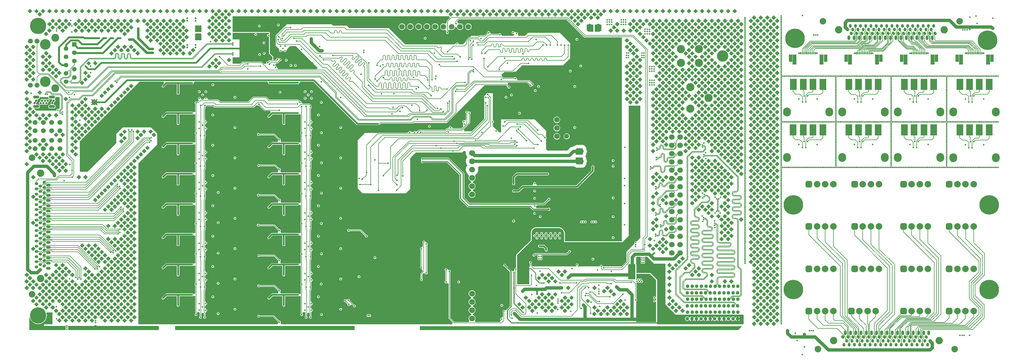
<source format=gbl>
G04*
G04 #@! TF.GenerationSoftware,Altium Limited,Altium Designer,24.8.2 (39)*
G04*
G04 Layer_Physical_Order=4*
G04 Layer_Color=15238730*
%FSLAX25Y25*%
%MOIN*%
G70*
G04*
G04 #@! TF.SameCoordinates,C1053C66-5238-42FC-9F49-9D65F9AD5EA5*
G04*
G04*
G04 #@! TF.FilePolarity,Positive*
G04*
G01*
G75*
%ADD11C,0.00787*%
%ADD14C,0.01968*%
%ADD15C,0.01181*%
%ADD16C,0.01000*%
%ADD18C,0.00600*%
%ADD20C,0.00500*%
%ADD85R,0.04331X0.08661*%
%ADD86R,0.05118X0.12008*%
%ADD87R,0.01181X0.03150*%
%ADD195R,0.07874X0.13780*%
%ADD200C,0.03937*%
%ADD202C,0.00672*%
%ADD203C,0.00630*%
%ADD205C,0.02362*%
%ADD206C,0.03150*%
%ADD207C,0.00672*%
%ADD208C,0.00598*%
%ADD213C,0.04331*%
%ADD214C,0.12795*%
%ADD215C,0.05984*%
%ADD216C,0.09449*%
%ADD217R,0.05512X0.05512*%
%ADD218C,0.05512*%
%ADD219C,0.02756*%
%ADD220O,0.07480X0.03543*%
%ADD221C,0.19685*%
%ADD222C,0.01968*%
%ADD223C,0.09843*%
%ADD224C,0.13780*%
%ADD225C,0.07874*%
G04:AMPARAMS|DCode=226|XSize=78.74mil|YSize=78.74mil|CornerRadius=19.68mil|HoleSize=0mil|Usage=FLASHONLY|Rotation=0.000|XOffset=0mil|YOffset=0mil|HoleType=Round|Shape=RoundedRectangle|*
%AMROUNDEDRECTD226*
21,1,0.07874,0.03937,0,0,0.0*
21,1,0.03937,0.07874,0,0,0.0*
1,1,0.03937,0.01968,-0.01968*
1,1,0.03937,-0.01968,-0.01968*
1,1,0.03937,-0.01968,0.01968*
1,1,0.03937,0.01968,0.01968*
%
%ADD226ROUNDEDRECTD226*%
%ADD227C,0.06693*%
%ADD228C,0.05906*%
%ADD229C,0.07087*%
%ADD230R,0.06693X0.06693*%
%ADD231R,0.05906X0.05906*%
%ADD232O,0.03543X0.04331*%
G04:AMPARAMS|DCode=233|XSize=35.43mil|YSize=43.31mil|CornerRadius=0mil|HoleSize=0mil|Usage=FLASHONLY|Rotation=225.000|XOffset=0mil|YOffset=0mil|HoleType=Round|Shape=Round|*
%AMOVALD233*
21,1,0.00787,0.03543,0.00000,0.00000,315.0*
1,1,0.03543,-0.00278,0.00278*
1,1,0.03543,0.00278,-0.00278*
%
%ADD233OVALD233*%

%ADD234O,0.03543X0.05512*%
%ADD235C,0.08858*%
%ADD236C,0.23622*%
%ADD237O,0.05512X0.03543*%
G04:AMPARAMS|DCode=238|XSize=35.43mil|YSize=43.31mil|CornerRadius=0mil|HoleSize=0mil|Usage=FLASHONLY|Rotation=315.000|XOffset=0mil|YOffset=0mil|HoleType=Round|Shape=Round|*
%AMOVALD238*
21,1,0.00787,0.03543,0.00000,0.00000,45.0*
1,1,0.03543,-0.00278,-0.00278*
1,1,0.03543,0.00278,0.00278*
%
%ADD238OVALD238*%

%ADD239O,0.04331X0.03543*%
%ADD240O,0.09449X0.10630*%
%ADD241C,0.02362*%
G36*
X-7133Y367913D02*
X-9921Y365125D01*
X-12709Y367913D01*
X-9921Y370701D01*
X-7133Y367913D01*
D02*
G37*
G36*
X741D02*
X-2047Y365125D01*
X-4835Y367913D01*
X-2047Y370701D01*
X741Y367913D01*
D02*
G37*
G36*
X8615D02*
X5827Y365125D01*
X3039Y367913D01*
X5827Y370701D01*
X8615Y367913D01*
D02*
G37*
G36*
X24363D02*
X21575Y365125D01*
X18787Y367913D01*
X21575Y370701D01*
X24363Y367913D01*
D02*
G37*
G36*
X16489D02*
X13701Y365125D01*
X10913Y367913D01*
X13701Y370701D01*
X16489Y367913D01*
D02*
G37*
G36*
X32237D02*
X29449Y365125D01*
X26661Y367913D01*
X29449Y370701D01*
X32237Y367913D01*
D02*
G37*
G36*
X63733Y367913D02*
X60945Y365125D01*
X58157Y367913D01*
X60945Y370701D01*
X63733Y367913D01*
D02*
G37*
G36*
X71607D02*
X68819Y365125D01*
X66031Y367913D01*
X68819Y370701D01*
X71607Y367913D01*
D02*
G37*
G36*
X55859D02*
X53071Y365125D01*
X50283Y367913D01*
X53071Y370701D01*
X55859Y367913D01*
D02*
G37*
G36*
X79481D02*
X76693Y365125D01*
X73905Y367913D01*
X76693Y370701D01*
X79481Y367913D01*
D02*
G37*
G36*
X40111D02*
X37323Y365125D01*
X34535Y367913D01*
X37323Y370701D01*
X40111Y367913D01*
D02*
G37*
G36*
X95229D02*
X92441Y365125D01*
X89653Y367913D01*
X92441Y370701D01*
X95229Y367913D01*
D02*
G37*
G36*
X47985D02*
X45197Y365125D01*
X42409Y367913D01*
X45197Y370701D01*
X47985Y367913D01*
D02*
G37*
G36*
X87355D02*
X84567Y365125D01*
X81779Y367913D01*
X84567Y370701D01*
X87355Y367913D01*
D02*
G37*
G36*
X103103D02*
X100315Y365125D01*
X97527Y367913D01*
X100315Y370701D01*
X103103Y367913D01*
D02*
G37*
G36*
X134599Y367913D02*
X131811Y365125D01*
X129023Y367913D01*
X131811Y370701D01*
X134599Y367913D01*
D02*
G37*
G36*
X142473D02*
X139685Y365125D01*
X136897Y367913D01*
X139685Y370701D01*
X142473Y367913D01*
D02*
G37*
G36*
X126725D02*
X123937Y365125D01*
X121149Y367913D01*
X123937Y370701D01*
X126725Y367913D01*
D02*
G37*
G36*
X150347D02*
X147559Y365125D01*
X144771Y367913D01*
X147559Y370701D01*
X150347Y367913D01*
D02*
G37*
G36*
X110977D02*
X108189Y365125D01*
X105401Y367913D01*
X108189Y370701D01*
X110977Y367913D01*
D02*
G37*
G36*
X166095D02*
X163307Y365125D01*
X160519Y367913D01*
X163307Y370701D01*
X166095Y367913D01*
D02*
G37*
G36*
X118851D02*
X116063Y365125D01*
X113275Y367913D01*
X116063Y370701D01*
X118851Y367913D01*
D02*
G37*
G36*
X158221D02*
X155433Y365125D01*
X152645Y367913D01*
X155433Y370701D01*
X158221Y367913D01*
D02*
G37*
G36*
X173969D02*
X171181Y365125D01*
X168393Y367913D01*
X171181Y370701D01*
X173969Y367913D01*
D02*
G37*
G36*
X205465Y367913D02*
X202677Y365125D01*
X199889Y367913D01*
X202677Y370701D01*
X205465Y367913D01*
D02*
G37*
G36*
X213339D02*
X210551Y365125D01*
X207763Y367913D01*
X210551Y370701D01*
X213339Y367913D01*
D02*
G37*
G36*
X197591D02*
X194803Y365125D01*
X192015Y367913D01*
X194803Y370701D01*
X197591Y367913D01*
D02*
G37*
G36*
X221213D02*
X218425Y365125D01*
X215637Y367913D01*
X218425Y370701D01*
X221213Y367913D01*
D02*
G37*
G36*
X181843D02*
X179055Y365125D01*
X176267Y367913D01*
X179055Y370701D01*
X181843Y367913D01*
D02*
G37*
G36*
X236961D02*
X234173Y365125D01*
X231385Y367913D01*
X234173Y370701D01*
X236961Y367913D01*
D02*
G37*
G36*
X189717D02*
X186929Y365125D01*
X184141Y367913D01*
X186929Y370701D01*
X189717Y367913D01*
D02*
G37*
G36*
X229087D02*
X226299Y365125D01*
X223511Y367913D01*
X226299Y370701D01*
X229087Y367913D01*
D02*
G37*
G36*
X244835D02*
X242047Y365125D01*
X239259Y367913D01*
X242047Y370701D01*
X244835Y367913D01*
D02*
G37*
G36*
X276331Y367913D02*
X273543Y365125D01*
X270755Y367913D01*
X273543Y370701D01*
X276331Y367913D01*
D02*
G37*
G36*
X284205D02*
X281417Y365125D01*
X278629Y367913D01*
X281417Y370701D01*
X284205Y367913D01*
D02*
G37*
G36*
X268457D02*
X265669Y365125D01*
X262881Y367913D01*
X265669Y370701D01*
X268457Y367913D01*
D02*
G37*
G36*
X292079D02*
X289291Y365125D01*
X286503Y367913D01*
X289291Y370701D01*
X292079Y367913D01*
D02*
G37*
G36*
X252709D02*
X249921Y365125D01*
X247133Y367913D01*
X249921Y370701D01*
X252709Y367913D01*
D02*
G37*
G36*
X307827D02*
X305039Y365125D01*
X302251Y367913D01*
X305039Y370701D01*
X307827Y367913D01*
D02*
G37*
G36*
X260583D02*
X257795Y365125D01*
X255007Y367913D01*
X257795Y370701D01*
X260583Y367913D01*
D02*
G37*
G36*
X299953D02*
X297165Y365125D01*
X294377Y367913D01*
X297165Y370701D01*
X299953Y367913D01*
D02*
G37*
G36*
X315701D02*
X312913Y365125D01*
X310125Y367913D01*
X312913Y370701D01*
X315701Y367913D01*
D02*
G37*
G36*
X347197Y367913D02*
X344409Y365125D01*
X341621Y367913D01*
X344409Y370701D01*
X347197Y367913D01*
D02*
G37*
G36*
X355071D02*
X352283Y365125D01*
X349495Y367913D01*
X352283Y370701D01*
X355071Y367913D01*
D02*
G37*
G36*
X339323D02*
X336535Y365125D01*
X333747Y367913D01*
X336535Y370701D01*
X339323Y367913D01*
D02*
G37*
G36*
X362946D02*
X360157Y365125D01*
X357369Y367913D01*
X360157Y370701D01*
X362946Y367913D01*
D02*
G37*
G36*
X323575D02*
X320787Y365125D01*
X317999Y367913D01*
X320787Y370701D01*
X323575Y367913D01*
D02*
G37*
G36*
X378694D02*
X375905Y365125D01*
X373117Y367913D01*
X375905Y370701D01*
X378694Y367913D01*
D02*
G37*
G36*
X331449D02*
X328661Y365125D01*
X325873Y367913D01*
X328661Y370701D01*
X331449Y367913D01*
D02*
G37*
G36*
X370819D02*
X368032Y365125D01*
X365244Y367913D01*
X368032Y370701D01*
X370819Y367913D01*
D02*
G37*
G36*
X386567D02*
X383780Y365125D01*
X380992Y367913D01*
X383780Y370701D01*
X386567Y367913D01*
D02*
G37*
G36*
X418064Y367913D02*
X415276Y365125D01*
X412488Y367913D01*
X415276Y370701D01*
X418064Y367913D01*
D02*
G37*
G36*
X425938D02*
X423150Y365125D01*
X420362Y367913D01*
X423150Y370701D01*
X425938Y367913D01*
D02*
G37*
G36*
X410190D02*
X407402Y365125D01*
X404613Y367913D01*
X407402Y370701D01*
X410190Y367913D01*
D02*
G37*
G36*
X433812D02*
X431024Y365125D01*
X428236Y367913D01*
X431024Y370701D01*
X433812Y367913D01*
D02*
G37*
G36*
X394442D02*
X391653Y365125D01*
X388865Y367913D01*
X391653Y370701D01*
X394442Y367913D01*
D02*
G37*
G36*
X449560D02*
X446772Y365125D01*
X443984Y367913D01*
X446772Y370701D01*
X449560Y367913D01*
D02*
G37*
G36*
X402316D02*
X399528Y365125D01*
X396740Y367913D01*
X399528Y370701D01*
X402316Y367913D01*
D02*
G37*
G36*
X441686D02*
X438898Y365125D01*
X436110Y367913D01*
X438898Y370701D01*
X441686Y367913D01*
D02*
G37*
G36*
X457434D02*
X454646Y365125D01*
X451858Y367913D01*
X454646Y370701D01*
X457434Y367913D01*
D02*
G37*
G36*
X488930Y367913D02*
X486142Y365125D01*
X483354Y367913D01*
X486142Y370701D01*
X488930Y367913D01*
D02*
G37*
G36*
X496804D02*
X494016Y365125D01*
X491228Y367913D01*
X494016Y370701D01*
X496804Y367913D01*
D02*
G37*
G36*
X481056D02*
X478268Y365125D01*
X475480Y367913D01*
X478268Y370701D01*
X481056Y367913D01*
D02*
G37*
G36*
X819639D02*
X816850Y365125D01*
X814062Y367913D01*
X816850Y370701D01*
X819639Y367913D01*
D02*
G37*
G36*
X504678D02*
X501890Y365125D01*
X499102Y367913D01*
X501890Y370701D01*
X504678Y367913D01*
D02*
G37*
G36*
X465308D02*
X462520Y365125D01*
X459732Y367913D01*
X462520Y370701D01*
X465308Y367913D01*
D02*
G37*
G36*
X835386D02*
X832598Y365125D01*
X829811Y367913D01*
X832598Y370701D01*
X835386Y367913D01*
D02*
G37*
G36*
X520426D02*
X517638Y365125D01*
X514850Y367913D01*
X517638Y370701D01*
X520426Y367913D01*
D02*
G37*
G36*
X473182D02*
X470394Y365125D01*
X467606Y367913D01*
X470394Y370701D01*
X473182Y367913D01*
D02*
G37*
G36*
X827512D02*
X824724Y365125D01*
X821936Y367913D01*
X824724Y370701D01*
X827512Y367913D01*
D02*
G37*
G36*
X512552D02*
X509764Y365125D01*
X506976Y367913D01*
X509764Y370701D01*
X512552Y367913D01*
D02*
G37*
G36*
X843260D02*
X840473Y365125D01*
X837685Y367913D01*
X840473Y370701D01*
X843260Y367913D01*
D02*
G37*
G36*
X528300D02*
X525512Y365125D01*
X522724Y367913D01*
X525512Y370701D01*
X528300Y367913D01*
D02*
G37*
G36*
X559796Y367913D02*
X557008Y365125D01*
X554220Y367913D01*
X557008Y370701D01*
X559796Y367913D01*
D02*
G37*
G36*
X567670D02*
X564882Y365125D01*
X562094Y367913D01*
X564882Y370701D01*
X567670Y367913D01*
D02*
G37*
G36*
X551922D02*
X549134Y365125D01*
X546346Y367913D01*
X549134Y370701D01*
X551922Y367913D01*
D02*
G37*
G36*
X575544D02*
X572756Y365125D01*
X569968Y367913D01*
X572756Y370701D01*
X575544Y367913D01*
D02*
G37*
G36*
X536174D02*
X533386Y365125D01*
X530598Y367913D01*
X533386Y370701D01*
X536174Y367913D01*
D02*
G37*
G36*
X591292D02*
X588504Y365125D01*
X585716Y367913D01*
X588504Y370701D01*
X591292Y367913D01*
D02*
G37*
G36*
X544048D02*
X541260Y365125D01*
X538472Y367913D01*
X541260Y370701D01*
X544048Y367913D01*
D02*
G37*
G36*
X583418D02*
X580630Y365125D01*
X577842Y367913D01*
X580630Y370701D01*
X583418Y367913D01*
D02*
G37*
G36*
X599166D02*
X596378Y365125D01*
X593590Y367913D01*
X596378Y370701D01*
X599166Y367913D01*
D02*
G37*
G36*
X630662Y367913D02*
X627874Y365125D01*
X625086Y367913D01*
X627874Y370701D01*
X630662Y367913D01*
D02*
G37*
G36*
X638536D02*
X635748Y365125D01*
X632960Y367913D01*
X635748Y370701D01*
X638536Y367913D01*
D02*
G37*
G36*
X622788D02*
X620000Y365125D01*
X617212Y367913D01*
X620000Y370701D01*
X622788Y367913D01*
D02*
G37*
G36*
X646410D02*
X643622Y365125D01*
X640834Y367913D01*
X643622Y370701D01*
X646410Y367913D01*
D02*
G37*
G36*
X607040D02*
X604252Y365125D01*
X601464Y367913D01*
X604252Y370701D01*
X607040Y367913D01*
D02*
G37*
G36*
X662158D02*
X659370Y365125D01*
X656582Y367913D01*
X659370Y370701D01*
X662158Y367913D01*
D02*
G37*
G36*
X614914D02*
X612126Y365125D01*
X609338Y367913D01*
X612126Y370701D01*
X614914Y367913D01*
D02*
G37*
G36*
X654284D02*
X651496Y365125D01*
X648708Y367913D01*
X651496Y370701D01*
X654284Y367913D01*
D02*
G37*
G36*
X670032D02*
X667244Y365125D01*
X664456Y367913D01*
X667244Y370701D01*
X670032Y367913D01*
D02*
G37*
G36*
X701528Y367913D02*
X698740Y365125D01*
X695952Y367913D01*
X698740Y370701D01*
X701528Y367913D01*
D02*
G37*
G36*
X709402D02*
X706614Y365125D01*
X703826Y367913D01*
X706614Y370701D01*
X709402Y367913D01*
D02*
G37*
G36*
X693654D02*
X690866Y365125D01*
X688078Y367913D01*
X690866Y370701D01*
X693654Y367913D01*
D02*
G37*
G36*
X717276D02*
X714488Y365125D01*
X711700Y367913D01*
X714488Y370701D01*
X717276Y367913D01*
D02*
G37*
G36*
X677906D02*
X675118Y365125D01*
X672330Y367913D01*
X675118Y370701D01*
X677906Y367913D01*
D02*
G37*
G36*
X733024D02*
X730236Y365125D01*
X727448Y367913D01*
X730236Y370701D01*
X733024Y367913D01*
D02*
G37*
G36*
X685780D02*
X682992Y365125D01*
X680204Y367913D01*
X682992Y370701D01*
X685780Y367913D01*
D02*
G37*
G36*
X725150D02*
X722362Y365125D01*
X719574Y367913D01*
X722362Y370701D01*
X725150Y367913D01*
D02*
G37*
G36*
X740898D02*
X738110Y365125D01*
X735322Y367913D01*
X738110Y370701D01*
X740898Y367913D01*
D02*
G37*
G36*
X772394Y367913D02*
X769606Y365125D01*
X766818Y367913D01*
X769606Y370701D01*
X772394Y367913D01*
D02*
G37*
G36*
X780268D02*
X777480Y365125D01*
X774692Y367913D01*
X777480Y370701D01*
X780268Y367913D01*
D02*
G37*
G36*
X764520D02*
X761732Y365125D01*
X758944Y367913D01*
X761732Y370701D01*
X764520Y367913D01*
D02*
G37*
G36*
X788142D02*
X785354Y365125D01*
X782566Y367913D01*
X785354Y370701D01*
X788142Y367913D01*
D02*
G37*
G36*
X748772D02*
X745984Y365125D01*
X743196Y367913D01*
X745984Y370701D01*
X748772Y367913D01*
D02*
G37*
G36*
X803890D02*
X801102Y365125D01*
X798314Y367913D01*
X801102Y370701D01*
X803890Y367913D01*
D02*
G37*
G36*
X756646D02*
X753858Y365125D01*
X751070Y367913D01*
X753858Y370701D01*
X756646Y367913D01*
D02*
G37*
G36*
X796016D02*
X793228Y365125D01*
X790440Y367913D01*
X793228Y370701D01*
X796016Y367913D01*
D02*
G37*
G36*
X811764D02*
X808976Y365125D01*
X806188Y367913D01*
X808976Y370701D01*
X811764Y367913D01*
D02*
G37*
G36*
X4678Y363976D02*
X1890Y361188D01*
X-898Y363976D01*
X1890Y366764D01*
X4678Y363976D01*
D02*
G37*
G36*
X225150Y363976D02*
X222362Y361188D01*
X219574Y363976D01*
X222362Y366764D01*
X225150Y363976D01*
D02*
G37*
G36*
X233024D02*
X230236Y361188D01*
X227448Y363976D01*
X230236Y366764D01*
X233024Y363976D01*
D02*
G37*
G36*
X217276D02*
X214488Y361188D01*
X211700Y363976D01*
X214488Y366764D01*
X217276Y363976D01*
D02*
G37*
G36*
X508615Y363976D02*
X505827Y361188D01*
X503039Y363976D01*
X505827Y366764D01*
X508615Y363976D01*
D02*
G37*
G36*
X516489D02*
X513701Y361188D01*
X510913Y363976D01*
X513701Y366764D01*
X516489Y363976D01*
D02*
G37*
G36*
X500741D02*
X497953Y361188D01*
X495165Y363976D01*
X497953Y366764D01*
X500741Y363976D01*
D02*
G37*
G36*
X555859D02*
X553071Y361188D01*
X550283Y363976D01*
X553071Y366764D01*
X555859Y363976D01*
D02*
G37*
G36*
X579481Y363976D02*
X576693Y361188D01*
X573905Y363976D01*
X576693Y366764D01*
X579481Y363976D01*
D02*
G37*
G36*
X524363Y363976D02*
X521575Y361188D01*
X518787Y363976D01*
X521575Y366764D01*
X524363Y363976D01*
D02*
G37*
G36*
X587355Y363976D02*
X584567Y361188D01*
X581779Y363976D01*
X584567Y366764D01*
X587355Y363976D01*
D02*
G37*
G36*
X547985Y363976D02*
X545197Y361188D01*
X542409Y363976D01*
X545197Y366764D01*
X547985Y363976D01*
D02*
G37*
G36*
X532237Y363976D02*
X529449Y361188D01*
X526661Y363976D01*
X529449Y366764D01*
X532237Y363976D01*
D02*
G37*
G36*
X571607D02*
X568819Y361188D01*
X566031Y363976D01*
X568819Y366764D01*
X571607Y363976D01*
D02*
G37*
G36*
X563733D02*
X560945Y361188D01*
X558157Y363976D01*
X560945Y366764D01*
X563733Y363976D01*
D02*
G37*
G36*
X540111D02*
X537323Y361188D01*
X534535Y363976D01*
X537323Y366764D01*
X540111Y363976D01*
D02*
G37*
G36*
X626725D02*
X623937Y361188D01*
X621149Y363976D01*
X623937Y366764D01*
X626725Y363976D01*
D02*
G37*
G36*
X650347Y363976D02*
X647559Y361188D01*
X644771Y363976D01*
X647559Y366764D01*
X650347Y363976D01*
D02*
G37*
G36*
X595229Y363976D02*
X592441Y361188D01*
X589653Y363976D01*
X592441Y366764D01*
X595229Y363976D01*
D02*
G37*
G36*
X658221Y363976D02*
X655433Y361188D01*
X652645Y363976D01*
X655433Y366764D01*
X658221Y363976D01*
D02*
G37*
G36*
X618851Y363976D02*
X616063Y361188D01*
X613275Y363976D01*
X616063Y366764D01*
X618851Y363976D01*
D02*
G37*
G36*
X603103Y363976D02*
X600315Y361188D01*
X597527Y363976D01*
X600315Y366764D01*
X603103Y363976D01*
D02*
G37*
G36*
X642473D02*
X639685Y361188D01*
X636897Y363976D01*
X639685Y366764D01*
X642473Y363976D01*
D02*
G37*
G36*
X634599D02*
X631811Y361188D01*
X629023Y363976D01*
X631811Y366764D01*
X634599Y363976D01*
D02*
G37*
G36*
X610977D02*
X608189Y361188D01*
X605401Y363976D01*
X608189Y366764D01*
X610977Y363976D01*
D02*
G37*
G36*
X673969Y363976D02*
X671181Y361188D01*
X668393Y363976D01*
X671181Y366764D01*
X673969Y363976D01*
D02*
G37*
G36*
X666095Y363976D02*
X663307Y361188D01*
X660519Y363976D01*
X663307Y366764D01*
X666095Y363976D01*
D02*
G37*
G36*
X681843Y363976D02*
X679055Y361188D01*
X676267Y363976D01*
X679055Y366764D01*
X681843Y363976D01*
D02*
G37*
G36*
X229087Y360039D02*
X226299Y357251D01*
X223511Y360039D01*
X226299Y362827D01*
X229087Y360039D01*
D02*
G37*
G36*
X221213Y360039D02*
X218425Y357251D01*
X215637Y360039D01*
X218425Y362827D01*
X221213Y360039D01*
D02*
G37*
G36*
X213339D02*
X210551Y357251D01*
X207763Y360039D01*
X210551Y362827D01*
X213339Y360039D01*
D02*
G37*
G36*
X866883Y360039D02*
X864095Y357251D01*
X861306Y360039D01*
X864095Y362827D01*
X866883Y360039D01*
D02*
G37*
G36*
X874757D02*
X871969Y357251D01*
X869181Y360039D01*
X871969Y362827D01*
X874757Y360039D01*
D02*
G37*
G36*
X890505Y360039D02*
X887717Y357251D01*
X884929Y360039D01*
X887717Y362827D01*
X890505Y360039D01*
D02*
G37*
G36*
X882631D02*
X879843Y357251D01*
X877055Y360039D01*
X879843Y362827D01*
X882631Y360039D01*
D02*
G37*
G36*
X654284D02*
X651496Y357251D01*
X648708Y360039D01*
X651496Y362827D01*
X654284Y360039D01*
D02*
G37*
G36*
X646410Y360039D02*
X643622Y357251D01*
X640834Y360039D01*
X643622Y362827D01*
X646410Y360039D01*
D02*
G37*
G36*
X662158D02*
X659370Y357251D01*
X656582Y360039D01*
X659370Y362827D01*
X662158Y360039D01*
D02*
G37*
G36*
X670032Y360039D02*
X667244Y357251D01*
X664456Y360039D01*
X667244Y362827D01*
X670032Y360039D01*
D02*
G37*
G36*
X677906Y360039D02*
X675118Y357251D01*
X672330Y360039D01*
X675118Y362827D01*
X677906Y360039D01*
D02*
G37*
G36*
X20426Y356102D02*
X17638Y353314D01*
X14850Y356102D01*
X17638Y358890D01*
X20426Y356102D01*
D02*
G37*
G36*
X28300D02*
X25512Y353314D01*
X22724Y356102D01*
X25512Y358890D01*
X28300Y356102D01*
D02*
G37*
G36*
X91292Y356102D02*
X88504Y353314D01*
X85716Y356102D01*
X88504Y358890D01*
X91292Y356102D01*
D02*
G37*
G36*
X83418D02*
X80630Y353314D01*
X77842Y356102D01*
X80630Y358890D01*
X83418Y356102D01*
D02*
G37*
G36*
X51922D02*
X49134Y353314D01*
X46346Y356102D01*
X49134Y358890D01*
X51922Y356102D01*
D02*
G37*
G36*
X67670D02*
X64882Y353314D01*
X62094Y356102D01*
X64882Y358890D01*
X67670Y356102D01*
D02*
G37*
G36*
X75544D02*
X72756Y353314D01*
X69968Y356102D01*
X72756Y358890D01*
X75544Y356102D01*
D02*
G37*
G36*
X59796D02*
X57008Y353314D01*
X54220Y356102D01*
X57008Y358890D01*
X59796Y356102D01*
D02*
G37*
G36*
X99166D02*
X96378Y353314D01*
X93590Y356102D01*
X96378Y358890D01*
X99166Y356102D01*
D02*
G37*
G36*
X36174D02*
X33386Y353314D01*
X30598Y356102D01*
X33386Y358890D01*
X36174Y356102D01*
D02*
G37*
G36*
X162158Y356102D02*
X159370Y353314D01*
X156582Y356102D01*
X159370Y358890D01*
X162158Y356102D01*
D02*
G37*
G36*
X114914D02*
X112126Y353314D01*
X109338Y356102D01*
X112126Y358890D01*
X114914Y356102D01*
D02*
G37*
G36*
X154284D02*
X151496Y353314D01*
X148708Y356102D01*
X151496Y358890D01*
X154284Y356102D01*
D02*
G37*
G36*
X122788D02*
X120000Y353314D01*
X117212Y356102D01*
X120000Y358890D01*
X122788Y356102D01*
D02*
G37*
G36*
X138536D02*
X135748Y353314D01*
X132960Y356102D01*
X135748Y358890D01*
X138536Y356102D01*
D02*
G37*
G36*
X107040D02*
X104252Y353314D01*
X101464Y356102D01*
X104252Y358890D01*
X107040Y356102D01*
D02*
G37*
G36*
X146410D02*
X143622Y353314D01*
X140834Y356102D01*
X143622Y358890D01*
X146410Y356102D01*
D02*
G37*
G36*
X130662D02*
X127874Y353314D01*
X125086Y356102D01*
X127874Y358890D01*
X130662Y356102D01*
D02*
G37*
G36*
X170032D02*
X167244Y353314D01*
X164456Y356102D01*
X167244Y358890D01*
X170032Y356102D01*
D02*
G37*
G36*
X233024Y356102D02*
X230236Y353314D01*
X227448Y356102D01*
X230236Y358890D01*
X233024Y356102D01*
D02*
G37*
G36*
X225150D02*
X222362Y353314D01*
X219574Y356102D01*
X222362Y358890D01*
X225150Y356102D01*
D02*
G37*
G36*
X209402D02*
X206614Y353314D01*
X203826Y356102D01*
X206614Y358890D01*
X209402Y356102D01*
D02*
G37*
G36*
X217276D02*
X214488Y353314D01*
X211700Y356102D01*
X214488Y358890D01*
X217276Y356102D01*
D02*
G37*
G36*
X177906D02*
X175118Y353314D01*
X172330Y356102D01*
X175118Y358890D01*
X177906Y356102D01*
D02*
G37*
G36*
X831450Y356102D02*
X828662Y353314D01*
X825873Y356102D01*
X828662Y358890D01*
X831450Y356102D01*
D02*
G37*
G36*
X823575D02*
X820787Y353314D01*
X817999Y356102D01*
X820787Y358890D01*
X823575Y356102D01*
D02*
G37*
G36*
X815701D02*
X812913Y353314D01*
X810125Y356102D01*
X812913Y358890D01*
X815701Y356102D01*
D02*
G37*
G36*
X839324D02*
X836535Y353314D01*
X833747Y356102D01*
X836535Y358890D01*
X839324Y356102D01*
D02*
G37*
G36*
X894442Y356102D02*
X891654Y353314D01*
X888866Y356102D01*
X891654Y358890D01*
X894442Y356102D01*
D02*
G37*
G36*
X862945D02*
X860157Y353314D01*
X857370Y356102D01*
X860157Y358890D01*
X862945Y356102D01*
D02*
G37*
G36*
X878694D02*
X875906Y353314D01*
X873118Y356102D01*
X875906Y358890D01*
X878694Y356102D01*
D02*
G37*
G36*
X886568D02*
X883780Y353314D01*
X880992Y356102D01*
X883780Y358890D01*
X886568Y356102D01*
D02*
G37*
G36*
X870820D02*
X868032Y353314D01*
X865244Y356102D01*
X868032Y358890D01*
X870820Y356102D01*
D02*
G37*
G36*
X847198D02*
X844409Y353314D01*
X841621Y356102D01*
X844409Y358890D01*
X847198Y356102D01*
D02*
G37*
G36*
X658221Y356102D02*
X655433Y353314D01*
X652645Y356102D01*
X655433Y358890D01*
X658221Y356102D01*
D02*
G37*
G36*
X650347D02*
X647559Y353314D01*
X644771Y356102D01*
X647559Y358890D01*
X650347Y356102D01*
D02*
G37*
G36*
X729087Y356102D02*
X726299Y353314D01*
X723511Y356102D01*
X726299Y358890D01*
X729087Y356102D01*
D02*
G37*
G36*
X721213D02*
X718425Y353314D01*
X715637Y356102D01*
X718425Y358890D01*
X721213Y356102D01*
D02*
G37*
G36*
X736961D02*
X734173Y353314D01*
X731385Y356102D01*
X734173Y358890D01*
X736961Y356102D01*
D02*
G37*
G36*
X799953Y356102D02*
X797165Y353314D01*
X794377Y356102D01*
X797165Y358890D01*
X799953Y356102D01*
D02*
G37*
G36*
X752709D02*
X749921Y353314D01*
X747133Y356102D01*
X749921Y358890D01*
X752709Y356102D01*
D02*
G37*
G36*
X792079D02*
X789291Y353314D01*
X786503Y356102D01*
X789291Y358890D01*
X792079Y356102D01*
D02*
G37*
G36*
X760583D02*
X757795Y353314D01*
X755007Y356102D01*
X757795Y358890D01*
X760583Y356102D01*
D02*
G37*
G36*
X776331D02*
X773543Y353314D01*
X770755Y356102D01*
X773543Y358890D01*
X776331Y356102D01*
D02*
G37*
G36*
X784205D02*
X781417Y353314D01*
X778629Y356102D01*
X781417Y358890D01*
X784205Y356102D01*
D02*
G37*
G36*
X768457D02*
X765669Y353314D01*
X762881Y356102D01*
X765669Y358890D01*
X768457Y356102D01*
D02*
G37*
G36*
X807827D02*
X805039Y353314D01*
X802251Y356102D01*
X805039Y358890D01*
X807827Y356102D01*
D02*
G37*
G36*
X744835D02*
X742047Y353314D01*
X739259Y356102D01*
X742047Y358890D01*
X744835Y356102D01*
D02*
G37*
G36*
X71607Y352165D02*
X68819Y349377D01*
X66031Y352165D01*
X68819Y354953D01*
X71607Y352165D01*
D02*
G37*
G36*
X24363Y352165D02*
X21575Y349377D01*
X18787Y352165D01*
X21575Y354953D01*
X24363Y352165D01*
D02*
G37*
G36*
X16489D02*
X13701Y349377D01*
X10913Y352165D01*
X13701Y354953D01*
X16489Y352165D01*
D02*
G37*
G36*
X32237D02*
X29449Y349377D01*
X26661Y352165D01*
X29449Y354953D01*
X32237Y352165D01*
D02*
G37*
G36*
X40111Y352165D02*
X37323Y349377D01*
X34535Y352165D01*
X37323Y354953D01*
X40111Y352165D01*
D02*
G37*
G36*
X47985D02*
X45197Y349377D01*
X42409Y352165D01*
X45197Y354953D01*
X47985Y352165D01*
D02*
G37*
G36*
X142473Y352165D02*
X139685Y349377D01*
X136897Y352165D01*
X139685Y354953D01*
X142473Y352165D01*
D02*
G37*
G36*
X55859Y352165D02*
X53071Y349377D01*
X50283Y352165D01*
X53071Y354953D01*
X55859Y352165D01*
D02*
G37*
G36*
X95229D02*
X92441Y349377D01*
X89653Y352165D01*
X92441Y354953D01*
X95229Y352165D01*
D02*
G37*
G36*
X87355D02*
X84567Y349377D01*
X81779Y352165D01*
X84567Y354953D01*
X87355Y352165D01*
D02*
G37*
G36*
X63733D02*
X60945Y349377D01*
X58157Y352165D01*
X60945Y354953D01*
X63733Y352165D01*
D02*
G37*
G36*
X103103D02*
X100315Y349377D01*
X97527Y352165D01*
X100315Y354953D01*
X103103Y352165D01*
D02*
G37*
G36*
X79481D02*
X76693Y349377D01*
X73905Y352165D01*
X76693Y354953D01*
X79481Y352165D01*
D02*
G37*
G36*
X110977Y352165D02*
X108189Y349377D01*
X105401Y352165D01*
X108189Y354953D01*
X110977Y352165D01*
D02*
G37*
G36*
X213339Y352165D02*
X210551Y349377D01*
X207763Y352165D01*
X210551Y354953D01*
X213339Y352165D01*
D02*
G37*
G36*
X166095Y352165D02*
X163307Y349377D01*
X160519Y352165D01*
X163307Y354953D01*
X166095Y352165D01*
D02*
G37*
G36*
X158221D02*
X155433Y349377D01*
X152645Y352165D01*
X155433Y354953D01*
X158221Y352165D01*
D02*
G37*
G36*
X134599D02*
X131811Y349377D01*
X129023Y352165D01*
X131811Y354953D01*
X134599Y352165D01*
D02*
G37*
G36*
X173969D02*
X171181Y349377D01*
X168393Y352165D01*
X171181Y354953D01*
X173969Y352165D01*
D02*
G37*
G36*
X150347D02*
X147559Y349377D01*
X144771Y352165D01*
X147559Y354953D01*
X150347Y352165D01*
D02*
G37*
G36*
X229087Y352165D02*
X226299Y349377D01*
X223511Y352165D01*
X226299Y354953D01*
X229087Y352165D01*
D02*
G37*
G36*
X221213D02*
X218425Y349377D01*
X215637Y352165D01*
X218425Y354953D01*
X221213Y352165D01*
D02*
G37*
G36*
X811764Y352165D02*
X808976Y349377D01*
X806188Y352165D01*
X808976Y354953D01*
X811764Y352165D01*
D02*
G37*
G36*
X803890D02*
X801102Y349377D01*
X798314Y352165D01*
X801102Y354953D01*
X803890Y352165D01*
D02*
G37*
G36*
X882631Y352165D02*
X879843Y349377D01*
X877055Y352165D01*
X879843Y354953D01*
X882631Y352165D01*
D02*
G37*
G36*
X835386Y352165D02*
X832598Y349377D01*
X829811Y352165D01*
X832598Y354953D01*
X835386Y352165D01*
D02*
G37*
G36*
X827512D02*
X824724Y349377D01*
X821936Y352165D01*
X824724Y354953D01*
X827512Y352165D01*
D02*
G37*
G36*
X843260D02*
X840473Y349377D01*
X837685Y352165D01*
X840473Y354953D01*
X843260Y352165D01*
D02*
G37*
G36*
X819639D02*
X816850Y349377D01*
X814062Y352165D01*
X816850Y354953D01*
X819639Y352165D01*
D02*
G37*
G36*
X851134Y352165D02*
X848347Y349377D01*
X845558Y352165D01*
X848347Y354953D01*
X851134Y352165D01*
D02*
G37*
G36*
X866883D02*
X864095Y349377D01*
X861306Y352165D01*
X864095Y354953D01*
X866883Y352165D01*
D02*
G37*
G36*
X874757D02*
X871969Y349377D01*
X869181Y352165D01*
X871969Y354953D01*
X874757Y352165D01*
D02*
G37*
G36*
X890505D02*
X887717Y349377D01*
X884929Y352165D01*
X887717Y354953D01*
X890505Y352165D01*
D02*
G37*
G36*
X654284Y352165D02*
X651496Y349377D01*
X648708Y352165D01*
X651496Y354953D01*
X654284Y352165D01*
D02*
G37*
G36*
X780268Y352165D02*
X777480Y349377D01*
X774692Y352165D01*
X777480Y354953D01*
X780268Y352165D01*
D02*
G37*
G36*
X733024Y352165D02*
X730236Y349377D01*
X727448Y352165D01*
X730236Y354953D01*
X733024Y352165D01*
D02*
G37*
G36*
X725150D02*
X722362Y349377D01*
X719574Y352165D01*
X722362Y354953D01*
X725150Y352165D01*
D02*
G37*
G36*
X701528D02*
X698740Y349377D01*
X695952Y352165D01*
X698740Y354953D01*
X701528Y352165D01*
D02*
G37*
G36*
X740898D02*
X738110Y349377D01*
X735322Y352165D01*
X738110Y354953D01*
X740898Y352165D01*
D02*
G37*
G36*
X717276D02*
X714488Y349377D01*
X711700Y352165D01*
X714488Y354953D01*
X717276Y352165D01*
D02*
G37*
G36*
X748772Y352165D02*
X745984Y349377D01*
X743196Y352165D01*
X745984Y354953D01*
X748772Y352165D01*
D02*
G37*
G36*
X756646D02*
X753858Y349377D01*
X751070Y352165D01*
X753858Y354953D01*
X756646Y352165D01*
D02*
G37*
G36*
X764520D02*
X761732Y349377D01*
X758944Y352165D01*
X761732Y354953D01*
X764520Y352165D01*
D02*
G37*
G36*
X796016D02*
X793228Y349377D01*
X790440Y352165D01*
X793228Y354953D01*
X796016Y352165D01*
D02*
G37*
G36*
X772394D02*
X769606Y349377D01*
X766818Y352165D01*
X769606Y354953D01*
X772394Y352165D01*
D02*
G37*
G36*
X788142D02*
X785354Y349377D01*
X782566Y352165D01*
X785354Y354953D01*
X788142Y352165D01*
D02*
G37*
G36*
X28300Y348228D02*
X25512Y345440D01*
X22724Y348228D01*
X25512Y351016D01*
X28300Y348228D01*
D02*
G37*
G36*
X20426D02*
X17638Y345440D01*
X14850Y348228D01*
X17638Y351016D01*
X20426Y348228D01*
D02*
G37*
G36*
X99166Y348228D02*
X96378Y345440D01*
X93590Y348228D01*
X96378Y351016D01*
X99166Y348228D01*
D02*
G37*
G36*
X51922D02*
X49134Y345440D01*
X46346Y348228D01*
X49134Y351016D01*
X51922Y348228D01*
D02*
G37*
G36*
X75544D02*
X72756Y345440D01*
X69968Y348228D01*
X72756Y351016D01*
X75544Y348228D01*
D02*
G37*
G36*
X67670Y348228D02*
X64882Y345440D01*
X62094Y348228D01*
X64882Y351016D01*
X67670Y348228D01*
D02*
G37*
G36*
X59796Y348228D02*
X57008Y345440D01*
X54220Y348228D01*
X57008Y351016D01*
X59796Y348228D01*
D02*
G37*
G36*
X36174D02*
X33386Y345440D01*
X30598Y348228D01*
X33386Y351016D01*
X36174Y348228D01*
D02*
G37*
G36*
X91292D02*
X88504Y345440D01*
X85716Y348228D01*
X88504Y351016D01*
X91292Y348228D01*
D02*
G37*
G36*
X83418D02*
X80630Y345440D01*
X77842Y348228D01*
X80630Y351016D01*
X83418Y348228D01*
D02*
G37*
G36*
X114914Y348228D02*
X112126Y345440D01*
X109338Y348228D01*
X112126Y351016D01*
X114914Y348228D01*
D02*
G37*
G36*
X107040D02*
X104252Y345440D01*
X101464Y348228D01*
X104252Y351016D01*
X107040Y348228D01*
D02*
G37*
G36*
X170032D02*
X167244Y345440D01*
X164456Y348228D01*
X167244Y351016D01*
X170032Y348228D01*
D02*
G37*
G36*
X146410D02*
X143622Y345440D01*
X140834Y348228D01*
X143622Y351016D01*
X146410Y348228D01*
D02*
G37*
G36*
X138536Y348228D02*
X135748Y345440D01*
X132960Y348228D01*
X135748Y351016D01*
X138536Y348228D01*
D02*
G37*
G36*
X162158Y348228D02*
X159370Y345440D01*
X156582Y348228D01*
X159370Y351016D01*
X162158Y348228D01*
D02*
G37*
G36*
X154284D02*
X151496Y345440D01*
X148708Y348228D01*
X151496Y351016D01*
X154284Y348228D01*
D02*
G37*
G36*
X217276Y348228D02*
X214488Y345440D01*
X211700Y348228D01*
X214488Y351016D01*
X217276Y348228D01*
D02*
G37*
G36*
X209402Y348228D02*
X206614Y345440D01*
X203826Y348228D01*
X206614Y351016D01*
X209402Y348228D01*
D02*
G37*
G36*
X177906Y348228D02*
X175118Y345440D01*
X172330Y348228D01*
X175118Y351016D01*
X177906Y348228D01*
D02*
G37*
G36*
X233024D02*
X230236Y345440D01*
X227448Y348228D01*
X230236Y351016D01*
X233024Y348228D01*
D02*
G37*
G36*
X225150D02*
X222362Y345440D01*
X219574Y348228D01*
X222362Y351016D01*
X225150Y348228D01*
D02*
G37*
G36*
X807827Y348228D02*
X805039Y345440D01*
X802251Y348228D01*
X805039Y351016D01*
X807827Y348228D01*
D02*
G37*
G36*
X839324Y348228D02*
X836535Y345440D01*
X833747Y348228D01*
X836535Y351016D01*
X839324Y348228D01*
D02*
G37*
G36*
X815701D02*
X812913Y345440D01*
X810125Y348228D01*
X812913Y351016D01*
X815701Y348228D01*
D02*
G37*
G36*
X831450D02*
X828662Y345440D01*
X825873Y348228D01*
X828662Y351016D01*
X831450Y348228D01*
D02*
G37*
G36*
X823575D02*
X820787Y345440D01*
X817999Y348228D01*
X820787Y351016D01*
X823575Y348228D01*
D02*
G37*
G36*
X862945Y348228D02*
X860157Y345440D01*
X857370Y348228D01*
X860157Y351016D01*
X862945Y348228D01*
D02*
G37*
G36*
X886568D02*
X883780Y345440D01*
X880992Y348228D01*
X883780Y351016D01*
X886568Y348228D01*
D02*
G37*
G36*
X878694Y348228D02*
X875906Y345440D01*
X873118Y348228D01*
X875906Y351016D01*
X878694Y348228D01*
D02*
G37*
G36*
X870820Y348228D02*
X868032Y345440D01*
X865244Y348228D01*
X868032Y351016D01*
X870820Y348228D01*
D02*
G37*
G36*
X847198D02*
X844409Y345440D01*
X841621Y348228D01*
X844409Y351016D01*
X847198Y348228D01*
D02*
G37*
G36*
X894442D02*
X891654Y345440D01*
X888866Y348228D01*
X891654Y351016D01*
X894442Y348228D01*
D02*
G37*
G36*
X697591Y348228D02*
X694803Y345440D01*
X692015Y348228D01*
X694803Y351016D01*
X697591Y348228D01*
D02*
G37*
G36*
X729087D02*
X726299Y345440D01*
X723511Y348228D01*
X726299Y351016D01*
X729087Y348228D01*
D02*
G37*
G36*
X721213D02*
X718425Y345440D01*
X715637Y348228D01*
X718425Y351016D01*
X721213Y348228D01*
D02*
G37*
G36*
X752709Y348228D02*
X749921Y345440D01*
X747133Y348228D01*
X749921Y351016D01*
X752709Y348228D01*
D02*
G37*
G36*
X760583D02*
X757795Y345440D01*
X755007Y348228D01*
X757795Y351016D01*
X760583Y348228D01*
D02*
G37*
G36*
X784205D02*
X781417Y345440D01*
X778629Y348228D01*
X781417Y351016D01*
X784205Y348228D01*
D02*
G37*
G36*
X776331Y348228D02*
X773543Y345440D01*
X770755Y348228D01*
X773543Y351016D01*
X776331Y348228D01*
D02*
G37*
G36*
X768457Y348228D02*
X765669Y345440D01*
X762881Y348228D01*
X765669Y351016D01*
X768457Y348228D01*
D02*
G37*
G36*
X744835D02*
X742047Y345440D01*
X739259Y348228D01*
X742047Y351016D01*
X744835Y348228D01*
D02*
G37*
G36*
X799953D02*
X797165Y345440D01*
X794377Y348228D01*
X797165Y351016D01*
X799953Y348228D01*
D02*
G37*
G36*
X792079D02*
X789291Y345440D01*
X786503Y348228D01*
X789291Y351016D01*
X792079Y348228D01*
D02*
G37*
G36*
X676285Y352300D02*
X676649Y352190D01*
X676986Y352010D01*
X677411Y351850D01*
X677830Y351676D01*
X677895Y351668D01*
X677956Y351645D01*
X678408Y351600D01*
X678774Y351552D01*
X679107Y351463D01*
X679369Y351312D01*
X679582Y351098D01*
X679733Y350836D01*
X679811Y350545D01*
Y350243D01*
X679757Y350041D01*
X679757Y350041D01*
X679757Y350041D01*
Y350041D01*
X679732Y349850D01*
X679622Y349013D01*
Y349013D01*
Y349013D01*
X679681Y348569D01*
X679757Y347985D01*
X679810Y347789D01*
Y347487D01*
X679754Y347278D01*
X679754Y347278D01*
X679619Y346250D01*
X679754Y345222D01*
X679806Y345030D01*
Y344728D01*
X679728Y344436D01*
X679576Y344175D01*
X679363Y343961D01*
X679101Y343810D01*
X678791Y343727D01*
X678551Y343627D01*
X678300Y343560D01*
X678074Y343430D01*
X677834Y343330D01*
X677627Y343172D01*
X677402Y343041D01*
X677218Y342858D01*
X677211Y342852D01*
X671537D01*
Y351069D01*
X671817Y351106D01*
X672640Y351447D01*
X673046Y351555D01*
X673409Y351603D01*
X673861Y351648D01*
X673922Y351671D01*
X673987Y351679D01*
X674406Y351853D01*
X674831Y352013D01*
X675162Y352190D01*
X675526Y352300D01*
X675906Y352338D01*
X676285Y352300D01*
D02*
G37*
G36*
X666050Y352300D02*
X666415Y352190D01*
X666751Y352010D01*
X667176Y351850D01*
X667595Y351676D01*
X667660Y351668D01*
X667721Y351645D01*
X668173Y351600D01*
X668540Y351552D01*
X668949Y351442D01*
X669762Y351106D01*
X669805Y351100D01*
Y342852D01*
X664385D01*
X664378Y342858D01*
X664194Y343041D01*
X663969Y343172D01*
X663762Y343330D01*
X663522Y343430D01*
X663297Y343560D01*
X663045Y343627D01*
X662805Y343727D01*
X662472Y343816D01*
X662211Y343967D01*
X661997Y344181D01*
X661846Y344442D01*
X661768Y344734D01*
Y345036D01*
X661823Y345241D01*
X661823Y345241D01*
X661937Y346113D01*
X661958Y346268D01*
Y346268D01*
D01*
X661937Y346424D01*
X661823Y347296D01*
X661823Y347296D01*
X661771Y347490D01*
Y347792D01*
X661825Y347994D01*
X661825Y347994D01*
X661825Y347994D01*
Y347994D01*
X661850Y348185D01*
X661960Y349022D01*
Y349022D01*
Y349022D01*
X661902Y349466D01*
X661825Y350049D01*
X661772Y350246D01*
Y350548D01*
X661850Y350840D01*
X662001Y351101D01*
X662215Y351315D01*
X662476Y351466D01*
X662811Y351555D01*
X663174Y351603D01*
X663626Y351648D01*
X663687Y351671D01*
X663752Y351679D01*
X664171Y351853D01*
X664596Y352013D01*
X664927Y352190D01*
X665292Y352300D01*
X665671Y352338D01*
X666050Y352300D01*
D02*
G37*
G36*
X190398Y350617D02*
X190398Y350617D01*
X190398Y350617D01*
X190825Y350502D01*
X190825Y350502D01*
X190825D01*
X190825Y350502D01*
X191218Y350451D01*
X191853Y350367D01*
X191853Y350367D01*
X191853Y350367D01*
X192488Y350451D01*
X192881Y350502D01*
X192881Y350502D01*
X192881D01*
X192881Y350502D01*
X193077Y350555D01*
X193379D01*
X193581Y350501D01*
X193581Y350501D01*
X193581Y350501D01*
X193581D01*
X193772Y350476D01*
X194609Y350366D01*
X194609D01*
X194609D01*
X195054Y350424D01*
X195637Y350501D01*
X195833Y350554D01*
X196135D01*
X196427Y350475D01*
X196689Y350324D01*
X196902Y350111D01*
X197053Y349849D01*
X197132Y349557D01*
Y349255D01*
X197077Y349054D01*
X197077Y349054D01*
X197077Y349054D01*
Y349053D01*
X197052Y348863D01*
X196942Y348026D01*
Y348026D01*
Y348026D01*
X197001Y347581D01*
X197077Y346998D01*
X197130Y346801D01*
Y346499D01*
X197076Y346298D01*
X197076Y346298D01*
X197076Y346298D01*
Y346298D01*
X197051Y346107D01*
X196941Y345270D01*
Y345270D01*
Y345270D01*
X196999Y344825D01*
X197076Y344242D01*
X197128Y344046D01*
Y343743D01*
X197029Y343371D01*
X196815Y342855D01*
X196695Y342566D01*
Y342566D01*
X196695Y342566D01*
X196689Y342520D01*
X189767D01*
X189761Y342561D01*
X189419Y343387D01*
X189322Y343748D01*
Y344050D01*
X189376Y344252D01*
X189376Y344252D01*
X189376Y344252D01*
Y344252D01*
X189401Y344443D01*
X189512Y345280D01*
Y345280D01*
Y345280D01*
X189453Y345724D01*
X189376Y346307D01*
X189324Y346504D01*
Y346806D01*
X189378Y347007D01*
X189513Y348035D01*
Y348035D01*
D01*
X189378Y349063D01*
X189325Y349258D01*
Y349560D01*
X189403Y349852D01*
X189555Y350114D01*
X189768Y350327D01*
X190147Y350546D01*
X190339Y350641D01*
X190398Y350617D01*
D02*
G37*
G36*
X32237Y344291D02*
X29449Y341503D01*
X26661Y344291D01*
X29449Y347079D01*
X32237Y344291D01*
D02*
G37*
G36*
X16489D02*
X13701Y341503D01*
X10913Y344291D01*
X13701Y347079D01*
X16489Y344291D01*
D02*
G37*
G36*
X47985D02*
X45197Y341503D01*
X42409Y344291D01*
X45197Y347079D01*
X47985Y344291D01*
D02*
G37*
G36*
X63733D02*
X60945Y341503D01*
X58157Y344291D01*
X60945Y347079D01*
X63733Y344291D01*
D02*
G37*
G36*
X71607Y344291D02*
X68819Y341503D01*
X66031Y344291D01*
X68819Y347079D01*
X71607Y344291D01*
D02*
G37*
G36*
X55859D02*
X53071Y341503D01*
X50283Y344291D01*
X53071Y347079D01*
X55859Y344291D01*
D02*
G37*
G36*
X95229Y344291D02*
X92441Y341503D01*
X89653Y344291D01*
X92441Y347079D01*
X95229Y344291D01*
D02*
G37*
G36*
X79481Y344291D02*
X76693Y341503D01*
X73905Y344291D01*
X76693Y347079D01*
X79481Y344291D01*
D02*
G37*
G36*
X103103D02*
X100315Y341503D01*
X97527Y344291D01*
X100315Y347079D01*
X103103Y344291D01*
D02*
G37*
G36*
X87355D02*
X84567Y341503D01*
X81779Y344291D01*
X84567Y347079D01*
X87355Y344291D01*
D02*
G37*
G36*
X110977D02*
X108189Y341503D01*
X105401Y344291D01*
X108189Y347079D01*
X110977Y344291D01*
D02*
G37*
G36*
X134599D02*
X131811Y341503D01*
X129023Y344291D01*
X131811Y347079D01*
X134599Y344291D01*
D02*
G37*
G36*
X142473Y344291D02*
X139685Y341503D01*
X136897Y344291D01*
X139685Y347079D01*
X142473Y344291D01*
D02*
G37*
G36*
X166095Y344291D02*
X163307Y341503D01*
X160519Y344291D01*
X163307Y347079D01*
X166095Y344291D01*
D02*
G37*
G36*
X150347Y344291D02*
X147559Y341503D01*
X144771Y344291D01*
X147559Y347079D01*
X150347Y344291D01*
D02*
G37*
G36*
X173969D02*
X171181Y341503D01*
X168393Y344291D01*
X171181Y347079D01*
X173969Y344291D01*
D02*
G37*
G36*
X158221D02*
X155433Y341503D01*
X152645Y344291D01*
X155433Y347079D01*
X158221Y344291D01*
D02*
G37*
G36*
X181843D02*
X179055Y341503D01*
X176267Y344291D01*
X179055Y347079D01*
X181843Y344291D01*
D02*
G37*
G36*
X213339Y344291D02*
X210551Y341503D01*
X207763Y344291D01*
X210551Y347079D01*
X213339Y344291D01*
D02*
G37*
G36*
X221213D02*
X218425Y341503D01*
X215637Y344291D01*
X218425Y347079D01*
X221213Y344291D01*
D02*
G37*
G36*
X229087D02*
X226299Y341503D01*
X223511Y344291D01*
X226299Y347079D01*
X229087Y344291D01*
D02*
G37*
G36*
X811764Y344291D02*
X808976Y341503D01*
X806188Y344291D01*
X808976Y347079D01*
X811764Y344291D01*
D02*
G37*
G36*
X835386Y344291D02*
X832598Y341503D01*
X829811Y344291D01*
X832598Y347079D01*
X835386Y344291D01*
D02*
G37*
G36*
X819639Y344291D02*
X816850Y341503D01*
X814062Y344291D01*
X816850Y347079D01*
X819639Y344291D01*
D02*
G37*
G36*
X843260D02*
X840473Y341503D01*
X837685Y344291D01*
X840473Y347079D01*
X843260Y344291D01*
D02*
G37*
G36*
X827512D02*
X824724Y341503D01*
X821936Y344291D01*
X824724Y347079D01*
X827512Y344291D01*
D02*
G37*
G36*
X851134D02*
X848347Y341503D01*
X845558Y344291D01*
X848347Y347079D01*
X851134Y344291D01*
D02*
G37*
G36*
X874757D02*
X871968Y341503D01*
X869180Y344291D01*
X871968Y347079D01*
X874757Y344291D01*
D02*
G37*
G36*
X882631Y344291D02*
X879843Y341503D01*
X877055Y344291D01*
X879843Y347079D01*
X882631Y344291D01*
D02*
G37*
G36*
X866883D02*
X864095Y341503D01*
X861306Y344291D01*
X864095Y347079D01*
X866883Y344291D01*
D02*
G37*
G36*
X890505D02*
X887717Y341503D01*
X884929Y344291D01*
X887717Y347079D01*
X890505Y344291D01*
D02*
G37*
G36*
X701528Y344291D02*
X698740Y341503D01*
X695952Y344291D01*
X698740Y347079D01*
X701528Y344291D01*
D02*
G37*
G36*
X709402Y344291D02*
X706614Y341503D01*
X703826Y344291D01*
X706614Y347079D01*
X709402Y344291D01*
D02*
G37*
G36*
X693654D02*
X690866Y341503D01*
X688078Y344291D01*
X690866Y347079D01*
X693654Y344291D01*
D02*
G37*
G36*
X717276D02*
X714488Y341503D01*
X711700Y344291D01*
X714488Y347079D01*
X717276Y344291D01*
D02*
G37*
G36*
X725150D02*
X722362Y341503D01*
X719574Y344291D01*
X722362Y347079D01*
X725150Y344291D01*
D02*
G37*
G36*
X756646D02*
X753858Y341503D01*
X751070Y344291D01*
X753858Y347079D01*
X756646Y344291D01*
D02*
G37*
G36*
X748772D02*
X745984Y341503D01*
X743196Y344291D01*
X745984Y347079D01*
X748772Y344291D01*
D02*
G37*
G36*
X772394D02*
X769606Y341503D01*
X766818Y344291D01*
X769606Y347079D01*
X772394Y344291D01*
D02*
G37*
G36*
X780268Y344291D02*
X777480Y341503D01*
X774692Y344291D01*
X777480Y347079D01*
X780268Y344291D01*
D02*
G37*
G36*
X764520D02*
X761732Y341503D01*
X758944Y344291D01*
X761732Y347079D01*
X764520Y344291D01*
D02*
G37*
G36*
X803890Y344291D02*
X801102Y341503D01*
X798314Y344291D01*
X801102Y347079D01*
X803890Y344291D01*
D02*
G37*
G36*
X788142Y344291D02*
X785354Y341503D01*
X782566Y344291D01*
X785354Y347079D01*
X788142Y344291D01*
D02*
G37*
G36*
X796016D02*
X793228Y341503D01*
X790440Y344291D01*
X793228Y347079D01*
X796016Y344291D01*
D02*
G37*
G36*
X278563Y340167D02*
X278169Y339844D01*
X277874Y339903D01*
X277256Y339780D01*
X276732Y339430D01*
X276382Y338906D01*
X276259Y338287D01*
X276382Y337669D01*
X276732Y337145D01*
X277256Y336795D01*
X277874Y336672D01*
X278169Y336731D01*
X278563Y336408D01*
Y316437D01*
X282598Y312402D01*
Y308690D01*
X279153D01*
X278766Y308613D01*
X278437Y308394D01*
X277042Y306998D01*
X276890Y307029D01*
X276272Y306906D01*
X275748Y306556D01*
X275397Y306031D01*
X275274Y305413D01*
X275397Y304795D01*
X275511Y304626D01*
X275300Y304232D01*
X272380D01*
X270255Y306358D01*
X269957Y306556D01*
X269606Y306626D01*
X246772D01*
X246421Y306556D01*
X246123Y306358D01*
X243998Y304232D01*
X234469D01*
Y311811D01*
X242835D01*
Y333661D01*
X234469D01*
Y341634D01*
X278563D01*
Y340167D01*
D02*
G37*
G36*
X12552Y340354D02*
X9764Y337566D01*
X6976Y340354D01*
X9764Y343142D01*
X12552Y340354D01*
D02*
G37*
G36*
X107040Y340354D02*
X104252Y337566D01*
X102883Y338936D01*
X102883Y338936D01*
X102883Y338936D01*
X101464Y340354D01*
X104252Y343142D01*
X107040Y340354D01*
D02*
G37*
G36*
X146410D02*
X143622Y337566D01*
X140834Y340354D01*
X143622Y343142D01*
X146410Y340354D01*
D02*
G37*
G36*
X154284Y340354D02*
X151496Y337566D01*
X148708Y340354D01*
X151496Y343142D01*
X154284Y340354D01*
D02*
G37*
G36*
X138536Y340354D02*
X135748Y337566D01*
X132960Y340354D01*
X135748Y343142D01*
X138536Y340354D01*
D02*
G37*
G36*
X162158D02*
X159370Y337566D01*
X156582Y340354D01*
X159370Y343142D01*
X162158Y340354D01*
D02*
G37*
G36*
X170032D02*
X167244Y337566D01*
X164456Y340354D01*
X167244Y343142D01*
X170032Y340354D01*
D02*
G37*
G36*
X217276Y340354D02*
X214488Y337566D01*
X211700Y340354D01*
X214488Y343142D01*
X217276Y340354D01*
D02*
G37*
G36*
X177906D02*
X175118Y337566D01*
X172330Y340354D01*
X175118Y343142D01*
X177906Y340354D01*
D02*
G37*
G36*
X225150Y340354D02*
X222362Y337566D01*
X219574Y340354D01*
X222362Y343142D01*
X225150Y340354D01*
D02*
G37*
G36*
X209402Y340354D02*
X206614Y337566D01*
X203826Y340354D01*
X206614Y343142D01*
X209402Y340354D01*
D02*
G37*
G36*
X233024D02*
X230236Y337566D01*
X227448Y340354D01*
X230236Y343142D01*
X233024Y340354D01*
D02*
G37*
G36*
X815701Y340354D02*
X812913Y337566D01*
X810125Y340354D01*
X812913Y343142D01*
X815701Y340354D01*
D02*
G37*
G36*
X823575Y340354D02*
X820787Y337566D01*
X817999Y340354D01*
X820787Y343142D01*
X823575Y340354D01*
D02*
G37*
G36*
X831450Y340354D02*
X828662Y337566D01*
X825873Y340354D01*
X828662Y343142D01*
X831450Y340354D01*
D02*
G37*
G36*
X839324D02*
X836535Y337566D01*
X833747Y340354D01*
X836535Y343142D01*
X839324Y340354D01*
D02*
G37*
G36*
X862946Y340354D02*
X860157Y337566D01*
X857370Y340354D01*
X860157Y343142D01*
X862946Y340354D01*
D02*
G37*
G36*
X886568D02*
X883780Y337566D01*
X880992Y340354D01*
X883780Y343142D01*
X886568Y340354D01*
D02*
G37*
G36*
X847198D02*
X844409Y337566D01*
X841621Y340354D01*
X844409Y343142D01*
X847198Y340354D01*
D02*
G37*
G36*
X870819D02*
X868032Y337566D01*
X865244Y340354D01*
X868032Y343142D01*
X870819Y340354D01*
D02*
G37*
G36*
X894442Y340354D02*
X891654Y337566D01*
X888866Y340354D01*
X891654Y343142D01*
X894442Y340354D01*
D02*
G37*
G36*
X878694Y340354D02*
X875906Y337566D01*
X873118Y340354D01*
X875906Y343142D01*
X878694Y340354D01*
D02*
G37*
G36*
X729087Y340354D02*
X726299Y337566D01*
X723511Y340354D01*
X726299Y343142D01*
X729087Y340354D01*
D02*
G37*
G36*
X760583Y340354D02*
X757795Y337566D01*
X755007Y340354D01*
X757795Y343142D01*
X760583Y340354D01*
D02*
G37*
G36*
X784205D02*
X781417Y337566D01*
X778629Y340354D01*
X781417Y343142D01*
X784205Y340354D01*
D02*
G37*
G36*
X744835D02*
X742047Y337566D01*
X739259Y340354D01*
X742047Y343142D01*
X744835Y340354D01*
D02*
G37*
G36*
X768457D02*
X765669Y337566D01*
X762881Y340354D01*
X765669Y343142D01*
X768457Y340354D01*
D02*
G37*
G36*
X752709D02*
X749921Y337566D01*
X747133Y340354D01*
X749921Y343142D01*
X752709Y340354D01*
D02*
G37*
G36*
X792079Y340354D02*
X789291Y337566D01*
X786503Y340354D01*
X789291Y343142D01*
X792079Y340354D01*
D02*
G37*
G36*
X776331Y340354D02*
X773543Y337566D01*
X770755Y340354D01*
X773543Y343142D01*
X776331Y340354D01*
D02*
G37*
G36*
X799953D02*
X797165Y337566D01*
X794377Y340354D01*
X797165Y343142D01*
X799953Y340354D01*
D02*
G37*
G36*
X807827D02*
X805039Y337566D01*
X802251Y340354D01*
X805039Y343142D01*
X807827Y340354D01*
D02*
G37*
G36*
X150347Y336417D02*
X147559Y333629D01*
X144771Y336417D01*
X147559Y339205D01*
X150347Y336417D01*
D02*
G37*
G36*
X158221D02*
X155433Y333629D01*
X152645Y336417D01*
X155433Y339205D01*
X158221Y336417D01*
D02*
G37*
G36*
X142473D02*
X139685Y333629D01*
X136897Y336417D01*
X139685Y339205D01*
X142473Y336417D01*
D02*
G37*
G36*
X134599D02*
X131811Y333629D01*
X129023Y336417D01*
X131811Y339205D01*
X134599Y336417D01*
D02*
G37*
G36*
X173969D02*
X171181Y333629D01*
X168393Y336417D01*
X171181Y339205D01*
X173969Y336417D01*
D02*
G37*
G36*
X166095D02*
X163307Y333629D01*
X160519Y336417D01*
X163307Y339205D01*
X166095Y336417D01*
D02*
G37*
G36*
X221213Y336417D02*
X218425Y333629D01*
X215637Y336417D01*
X218425Y339205D01*
X221213Y336417D01*
D02*
G37*
G36*
X229087D02*
X226299Y333629D01*
X223511Y336417D01*
X226299Y339205D01*
X229087Y336417D01*
D02*
G37*
G36*
X213339D02*
X210551Y333629D01*
X207763Y336417D01*
X210551Y339205D01*
X213339Y336417D01*
D02*
G37*
G36*
X181843D02*
X179055Y333629D01*
X176267Y336417D01*
X179055Y339205D01*
X181843Y336417D01*
D02*
G37*
G36*
X819639Y336417D02*
X816850Y333629D01*
X814062Y336417D01*
X816850Y339205D01*
X819639Y336417D01*
D02*
G37*
G36*
X827512D02*
X824724Y333629D01*
X821936Y336417D01*
X824724Y339205D01*
X827512Y336417D01*
D02*
G37*
G36*
X843260D02*
X840473Y333629D01*
X837685Y336417D01*
X840473Y339205D01*
X843260Y336417D01*
D02*
G37*
G36*
X866883Y336417D02*
X864095Y333629D01*
X861306Y336417D01*
X864095Y339205D01*
X866883Y336417D01*
D02*
G37*
G36*
X835386Y336417D02*
X832598Y333629D01*
X829810Y336417D01*
X832598Y339205D01*
X835386Y336417D01*
D02*
G37*
G36*
X890505Y336417D02*
X887717Y333629D01*
X884929Y336417D01*
X887717Y339205D01*
X890505Y336417D01*
D02*
G37*
G36*
X882631D02*
X879843Y333629D01*
X877055Y336417D01*
X879843Y339205D01*
X882631Y336417D01*
D02*
G37*
G36*
X851134D02*
X848347Y333629D01*
X845558Y336417D01*
X848347Y339205D01*
X851134Y336417D01*
D02*
G37*
G36*
X874757D02*
X871968Y333629D01*
X869180Y336417D01*
X871968Y339205D01*
X874757Y336417D01*
D02*
G37*
G36*
X764520Y336417D02*
X761732Y333629D01*
X758944Y336417D01*
X761732Y339205D01*
X764520Y336417D01*
D02*
G37*
G36*
X733024Y336417D02*
X730236Y333629D01*
X727448Y336417D01*
X730236Y339205D01*
X733024Y336417D01*
D02*
G37*
G36*
X788142Y336417D02*
X785354Y333629D01*
X782566Y336417D01*
X785354Y339205D01*
X788142Y336417D01*
D02*
G37*
G36*
X756646D02*
X753858Y333629D01*
X751070Y336417D01*
X753858Y339205D01*
X756646Y336417D01*
D02*
G37*
G36*
X796016D02*
X793228Y333629D01*
X790440Y336417D01*
X793228Y339205D01*
X796016Y336417D01*
D02*
G37*
G36*
X780268D02*
X777480Y333629D01*
X774692Y336417D01*
X777480Y339205D01*
X780268Y336417D01*
D02*
G37*
G36*
X748772D02*
X745984Y333629D01*
X743196Y336417D01*
X745984Y339205D01*
X748772Y336417D01*
D02*
G37*
G36*
X772394D02*
X769606Y333629D01*
X766818Y336417D01*
X769606Y339205D01*
X772394Y336417D01*
D02*
G37*
G36*
X811764D02*
X808976Y333629D01*
X806188Y336417D01*
X808976Y339205D01*
X811764Y336417D01*
D02*
G37*
G36*
X803890D02*
X801102Y333629D01*
X798314Y336417D01*
X801102Y339205D01*
X803890Y336417D01*
D02*
G37*
G36*
X196695Y340511D02*
X196695Y340511D01*
Y340511D01*
X196757Y340360D01*
X197035Y339689D01*
X197133Y339326D01*
Y339024D01*
X197078Y338821D01*
X197078Y338821D01*
Y338821D01*
X197078Y338821D01*
X197037Y338510D01*
X196943Y337793D01*
Y337793D01*
Y337793D01*
X197037Y337075D01*
X197078Y336765D01*
X197078Y336765D01*
Y336765D01*
X197078Y336765D01*
X197132Y336567D01*
Y336265D01*
X197077Y336063D01*
X197077Y336063D01*
X197077Y336063D01*
Y336063D01*
X197052Y335872D01*
X196942Y335035D01*
Y335035D01*
Y335035D01*
X197001Y334591D01*
X197077Y334007D01*
X197130Y333811D01*
Y333509D01*
X197052Y333217D01*
X196901Y332956D01*
X196687Y332742D01*
X196426Y332591D01*
X196134Y332513D01*
X195832D01*
X195627Y332568D01*
X195627Y332568D01*
X194755Y332682D01*
X194599Y332703D01*
D01*
X194599D01*
X194444Y332682D01*
X193571Y332568D01*
X193571Y332568D01*
X193378Y332516D01*
X193076D01*
X192874Y332570D01*
X192874Y332570D01*
X192874Y332570D01*
X192874D01*
X192683Y332595D01*
X191846Y332705D01*
X191846D01*
X191846D01*
X191402Y332647D01*
X190818Y332570D01*
X190373Y332451D01*
X190309Y332487D01*
X190138Y332532D01*
X189767Y332746D01*
X189553Y332960D01*
X189402Y333222D01*
X189324Y333513D01*
Y333815D01*
X189378Y334017D01*
X189378Y334017D01*
X189378Y334017D01*
Y334017D01*
X189403Y334208D01*
X189513Y335045D01*
Y335045D01*
Y335045D01*
X189455Y335490D01*
X189378Y336073D01*
X189325Y336269D01*
Y336571D01*
X189379Y336773D01*
X189515Y337800D01*
D01*
Y337800D01*
X189379Y338828D01*
X189327Y339024D01*
Y339326D01*
X189426Y339696D01*
X189761Y340505D01*
X189793Y340750D01*
X196664D01*
X196695Y340511D01*
D02*
G37*
G36*
X154284Y332480D02*
X151496Y329692D01*
X148708Y332480D01*
X151496Y335268D01*
X154284Y332480D01*
D02*
G37*
G36*
X146410Y332480D02*
X143622Y329692D01*
X140834Y332480D01*
X143622Y335268D01*
X146410Y332480D01*
D02*
G37*
G36*
X162158D02*
X159370Y329692D01*
X156582Y332480D01*
X159370Y335268D01*
X162158Y332480D01*
D02*
G37*
G36*
X225150D02*
X222362Y329692D01*
X219574Y332480D01*
X222362Y335268D01*
X225150Y332480D01*
D02*
G37*
G36*
X138536D02*
X135748Y329692D01*
X132960Y332480D01*
X135748Y335268D01*
X138536Y332480D01*
D02*
G37*
G36*
X170032D02*
X167244Y329692D01*
X164456Y332480D01*
X167244Y335268D01*
X170032Y332480D01*
D02*
G37*
G36*
X217276Y332480D02*
X214488Y329692D01*
X211700Y332480D01*
X214488Y335268D01*
X217276Y332480D01*
D02*
G37*
G36*
X177906D02*
X175118Y329692D01*
X172330Y332480D01*
X175118Y335268D01*
X177906Y332480D01*
D02*
G37*
G36*
X233024D02*
X230236Y329692D01*
X227448Y332480D01*
X230236Y335268D01*
X233024Y332480D01*
D02*
G37*
G36*
X823575Y332480D02*
X820787Y329692D01*
X817999Y332480D01*
X820787Y335268D01*
X823575Y332480D01*
D02*
G37*
G36*
X815701Y332480D02*
X812913Y329692D01*
X810125Y332480D01*
X812913Y335268D01*
X815701Y332480D01*
D02*
G37*
G36*
X831450D02*
X828662Y329692D01*
X825873Y332480D01*
X828662Y335268D01*
X831450Y332480D01*
D02*
G37*
G36*
X894442D02*
X891654Y329692D01*
X888866Y332480D01*
X891654Y335268D01*
X894442Y332480D01*
D02*
G37*
G36*
X839324D02*
X836535Y329692D01*
X833747Y332480D01*
X836535Y335268D01*
X839324Y332480D01*
D02*
G37*
G36*
X862946D02*
X860157Y329692D01*
X857370Y332480D01*
X860157Y335268D01*
X862946Y332480D01*
D02*
G37*
G36*
X870820D02*
X868032Y329692D01*
X865244Y332480D01*
X868032Y335268D01*
X870820Y332480D01*
D02*
G37*
G36*
X886568Y332480D02*
X883780Y329692D01*
X880992Y332480D01*
X883780Y335268D01*
X886568Y332480D01*
D02*
G37*
G36*
X847198D02*
X844409Y329692D01*
X841621Y332480D01*
X844409Y335268D01*
X847198Y332480D01*
D02*
G37*
G36*
X878694D02*
X875906Y329692D01*
X873118Y332480D01*
X875906Y335268D01*
X878694Y332480D01*
D02*
G37*
G36*
X713339Y332480D02*
X710551Y329692D01*
X707763Y332480D01*
X710551Y335268D01*
X713339Y332480D01*
D02*
G37*
G36*
X792079D02*
X789291Y329692D01*
X786503Y332480D01*
X789291Y335268D01*
X792079Y332480D01*
D02*
G37*
G36*
X736961D02*
X734173Y329692D01*
X731385Y332480D01*
X734173Y335268D01*
X736961Y332480D01*
D02*
G37*
G36*
X760583D02*
X757795Y329692D01*
X755007Y332480D01*
X757795Y335268D01*
X760583Y332480D01*
D02*
G37*
G36*
X768457D02*
X765669Y329692D01*
X762881Y332480D01*
X765669Y335268D01*
X768457Y332480D01*
D02*
G37*
G36*
X752709D02*
X749921Y329692D01*
X747133Y332480D01*
X749921Y335268D01*
X752709Y332480D01*
D02*
G37*
G36*
X784205Y332480D02*
X781417Y329692D01*
X778629Y332480D01*
X781417Y335268D01*
X784205Y332480D01*
D02*
G37*
G36*
X744835D02*
X742047Y329692D01*
X739259Y332480D01*
X742047Y335268D01*
X744835Y332480D01*
D02*
G37*
G36*
X799953D02*
X797165Y329692D01*
X794377Y332480D01*
X797165Y335268D01*
X799953Y332480D01*
D02*
G37*
G36*
X776331D02*
X773543Y329692D01*
X770755Y332480D01*
X773543Y335268D01*
X776331Y332480D01*
D02*
G37*
G36*
X807827D02*
X805039Y329692D01*
X802251Y332480D01*
X805039Y335268D01*
X807827Y332480D01*
D02*
G37*
G36*
X803890Y328543D02*
X801136Y325789D01*
X800716Y326208D01*
X800558Y326300D01*
X798314Y328543D01*
X801102Y331331D01*
X803890Y328543D01*
D02*
G37*
G36*
X158221Y328543D02*
X155433Y325755D01*
X152645Y328543D01*
X155433Y331331D01*
X158221Y328543D01*
D02*
G37*
G36*
X150347D02*
X147559Y325755D01*
X144771Y328543D01*
X147559Y331331D01*
X150347Y328543D01*
D02*
G37*
G36*
X166095Y328543D02*
X163307Y325755D01*
X160519Y328543D01*
X163307Y331331D01*
X166095Y328543D01*
D02*
G37*
G36*
X173969D02*
X171181Y325755D01*
X168393Y328543D01*
X171181Y331331D01*
X173969Y328543D01*
D02*
G37*
G36*
X827512Y328543D02*
X824724Y325755D01*
X821936Y328543D01*
X824724Y331331D01*
X827512Y328543D01*
D02*
G37*
G36*
X819639D02*
X816850Y325755D01*
X814062Y328543D01*
X816850Y331331D01*
X819639Y328543D01*
D02*
G37*
G36*
X835386Y328543D02*
X832598Y325755D01*
X829811Y328543D01*
X832598Y331331D01*
X835386Y328543D01*
D02*
G37*
G36*
X890505D02*
X887717Y325755D01*
X884929Y328543D01*
X887717Y331331D01*
X890505Y328543D01*
D02*
G37*
G36*
X882631D02*
X879843Y325755D01*
X877055Y328543D01*
X879843Y331331D01*
X882631Y328543D01*
D02*
G37*
G36*
X866883D02*
X864095Y325755D01*
X861306Y328543D01*
X864095Y331331D01*
X866883Y328543D01*
D02*
G37*
G36*
X874757D02*
X871969Y325755D01*
X869180Y328543D01*
X871969Y331331D01*
X874757Y328543D01*
D02*
G37*
G36*
X851134Y328543D02*
X848347Y325755D01*
X845558Y328543D01*
X848347Y331331D01*
X851134Y328543D01*
D02*
G37*
G36*
X843260Y328543D02*
X840473Y325755D01*
X837685Y328543D01*
X840473Y331331D01*
X843260Y328543D01*
D02*
G37*
G36*
X717276Y328543D02*
X714488Y325755D01*
X711700Y328543D01*
X714488Y331331D01*
X717276Y328543D01*
D02*
G37*
G36*
X756646Y328543D02*
X753858Y325755D01*
X751070Y328543D01*
X753858Y331331D01*
X756646Y328543D01*
D02*
G37*
G36*
X796016D02*
X793228Y325755D01*
X790440Y328543D01*
X793228Y331331D01*
X796016Y328543D01*
D02*
G37*
G36*
X788142D02*
X785354Y325755D01*
X782566Y328543D01*
X785354Y331331D01*
X788142Y328543D01*
D02*
G37*
G36*
X764520D02*
X761732Y325755D01*
X758944Y328543D01*
X761732Y331331D01*
X764520Y328543D01*
D02*
G37*
G36*
X772394D02*
X769606Y325755D01*
X766818Y328543D01*
X769606Y331331D01*
X772394Y328543D01*
D02*
G37*
G36*
X748772Y328543D02*
X745984Y325755D01*
X743196Y328543D01*
X745984Y331331D01*
X748772Y328543D01*
D02*
G37*
G36*
X740898Y328543D02*
X738110Y325755D01*
X735322Y328543D01*
X738110Y331331D01*
X740898Y328543D01*
D02*
G37*
G36*
X811764Y328543D02*
X808976Y325755D01*
X806188Y328543D01*
X808976Y331331D01*
X811764Y328543D01*
D02*
G37*
G36*
X-3196Y324606D02*
X-5984Y321818D01*
X-8772Y324606D01*
X-5984Y327394D01*
X-3196Y324606D01*
D02*
G37*
G36*
X-11070D02*
X-13858Y321818D01*
X-16646Y324606D01*
X-13858Y327394D01*
X-11070Y324606D01*
D02*
G37*
G36*
X162158Y324606D02*
X159370Y321818D01*
X156582Y324606D01*
X159370Y327394D01*
X162158Y324606D01*
D02*
G37*
G36*
X107040D02*
X104252Y321818D01*
X101464Y324606D01*
X104252Y327394D01*
X107040Y324606D01*
D02*
G37*
G36*
X99166D02*
X96378Y321818D01*
X93590Y324606D01*
X96378Y327394D01*
X99166Y324606D01*
D02*
G37*
G36*
X114914D02*
X112126Y321818D01*
X109338Y324606D01*
X112126Y327394D01*
X114914Y324606D01*
D02*
G37*
G36*
X154284D02*
X151496Y321818D01*
X148708Y324606D01*
X151496Y327394D01*
X154284Y324606D01*
D02*
G37*
G36*
X170032Y324606D02*
X167244Y321818D01*
X164456Y324606D01*
X167244Y327394D01*
X170032Y324606D01*
D02*
G37*
G36*
X177906D02*
X175118Y321818D01*
X172330Y324606D01*
X175118Y327394D01*
X177906Y324606D01*
D02*
G37*
G36*
X815701Y324606D02*
X812913Y321818D01*
X810125Y324606D01*
X812913Y327394D01*
X815701Y324606D01*
D02*
G37*
G36*
X831450D02*
X828662Y321818D01*
X825873Y324606D01*
X828662Y327394D01*
X831450Y324606D01*
D02*
G37*
G36*
X823575D02*
X820787Y321818D01*
X817999Y324606D01*
X820787Y327394D01*
X823575Y324606D01*
D02*
G37*
G36*
X886568Y324606D02*
X883780Y321818D01*
X880992Y324606D01*
X883780Y327394D01*
X886568Y324606D01*
D02*
G37*
G36*
X862946D02*
X860157Y321818D01*
X857370Y324606D01*
X860157Y327394D01*
X862946Y324606D01*
D02*
G37*
G36*
X839324D02*
X836535Y321818D01*
X833747Y324606D01*
X836535Y327394D01*
X839324Y324606D01*
D02*
G37*
G36*
X878694D02*
X875906Y321818D01*
X873118Y324606D01*
X875906Y327394D01*
X878694Y324606D01*
D02*
G37*
G36*
X894442D02*
X891654Y321818D01*
X888866Y324606D01*
X891654Y327394D01*
X894442Y324606D01*
D02*
G37*
G36*
X847198D02*
X844409Y321818D01*
X841621Y324606D01*
X844409Y327394D01*
X847198Y324606D01*
D02*
G37*
G36*
X870820D02*
X868032Y321818D01*
X865244Y324606D01*
X868032Y327394D01*
X870820Y324606D01*
D02*
G37*
G36*
X713339Y324606D02*
X710551Y321818D01*
X707763Y324606D01*
X710551Y327394D01*
X713339Y324606D01*
D02*
G37*
G36*
X721213D02*
X718425Y321818D01*
X715637Y324606D01*
X718425Y327394D01*
X721213Y324606D01*
D02*
G37*
G36*
X760583Y324606D02*
X757795Y321818D01*
X755007Y324606D01*
X757795Y327394D01*
X760583Y324606D01*
D02*
G37*
G36*
X752709D02*
X749921Y321818D01*
X747133Y324606D01*
X749921Y327394D01*
X752709Y324606D01*
D02*
G37*
G36*
X792079D02*
X789291Y321818D01*
X786503Y324606D01*
X789291Y327394D01*
X792079Y324606D01*
D02*
G37*
G36*
X744835D02*
X742047Y321818D01*
X739259Y324606D01*
X742047Y327394D01*
X744835Y324606D01*
D02*
G37*
G36*
X768457D02*
X765669Y321818D01*
X762881Y324606D01*
X765669Y327394D01*
X768457Y324606D01*
D02*
G37*
G36*
X807827Y324606D02*
X805039Y321818D01*
X802251Y324606D01*
X805039Y327394D01*
X807827Y324606D01*
D02*
G37*
G36*
X-7133Y320669D02*
X-9921Y317881D01*
X-12709Y320669D01*
X-9921Y323457D01*
X-7133Y320669D01*
D02*
G37*
G36*
X95229Y320669D02*
X92441Y317881D01*
X89653Y320669D01*
X92441Y323457D01*
X95229Y320669D01*
D02*
G37*
G36*
X103103D02*
X100315Y317881D01*
X97527Y320669D01*
X100315Y323457D01*
X103103Y320669D01*
D02*
G37*
G36*
X110977Y320669D02*
X108189Y317881D01*
X105401Y320669D01*
X108189Y323457D01*
X110977Y320669D01*
D02*
G37*
G36*
X150347D02*
X147559Y317881D01*
X144771Y320669D01*
X147559Y323457D01*
X150347Y320669D01*
D02*
G37*
G36*
X166095D02*
X163307Y317881D01*
X160519Y320669D01*
X163307Y323457D01*
X166095Y320669D01*
D02*
G37*
G36*
X158221D02*
X155433Y317881D01*
X152645Y320669D01*
X155433Y323457D01*
X158221Y320669D01*
D02*
G37*
G36*
X118851D02*
X116063Y317881D01*
X113275Y320669D01*
X116063Y323457D01*
X118851Y320669D01*
D02*
G37*
G36*
X173969D02*
X171181Y317881D01*
X168393Y320669D01*
X171181Y323457D01*
X173969Y320669D01*
D02*
G37*
G36*
X189717Y320669D02*
X186929Y317881D01*
X184141Y320669D01*
X186929Y323457D01*
X189717Y320669D01*
D02*
G37*
G36*
X819639Y320669D02*
X816850Y317881D01*
X814062Y320669D01*
X816850Y323457D01*
X819639Y320669D01*
D02*
G37*
G36*
X835386D02*
X832598Y317881D01*
X829811Y320669D01*
X832598Y323457D01*
X835386Y320669D01*
D02*
G37*
G36*
X882631D02*
X879843Y317881D01*
X877055Y320669D01*
X879843Y323457D01*
X882631Y320669D01*
D02*
G37*
G36*
X843260D02*
X840473Y317881D01*
X837685Y320669D01*
X840473Y323457D01*
X843260Y320669D01*
D02*
G37*
G36*
X851134Y320669D02*
X848347Y317881D01*
X845558Y320669D01*
X848347Y323457D01*
X851134Y320669D01*
D02*
G37*
G36*
X890505D02*
X887717Y317881D01*
X884929Y320669D01*
X887717Y323457D01*
X890505Y320669D01*
D02*
G37*
G36*
X866883D02*
X864095Y317881D01*
X861306Y320669D01*
X864095Y323457D01*
X866883Y320669D01*
D02*
G37*
G36*
X874757Y320669D02*
X871968Y317881D01*
X869180Y320669D01*
X871969Y323457D01*
X874757Y320669D01*
D02*
G37*
G36*
X717276Y320669D02*
X714488Y317881D01*
X711700Y320669D01*
X714488Y323457D01*
X717276Y320669D01*
D02*
G37*
G36*
X725150D02*
X722362Y317881D01*
X719574Y320669D01*
X722362Y323457D01*
X725150Y320669D01*
D02*
G37*
G36*
X748772Y320669D02*
X745984Y317881D01*
X743196Y320669D01*
X745984Y323457D01*
X748772Y320669D01*
D02*
G37*
G36*
X788142D02*
X785354Y317881D01*
X782566Y320669D01*
X785354Y323457D01*
X788142Y320669D01*
D02*
G37*
G36*
X764520D02*
X761732Y317881D01*
X758944Y320669D01*
X761732Y323457D01*
X764520Y320669D01*
D02*
G37*
G36*
X756646D02*
X753858Y317881D01*
X751070Y320669D01*
X753858Y323457D01*
X756646Y320669D01*
D02*
G37*
G36*
X811764D02*
X808976Y317881D01*
X806188Y320669D01*
X808976Y323457D01*
X811764Y320669D01*
D02*
G37*
G36*
X12552Y316732D02*
X9764Y313944D01*
X6976Y316732D01*
X9764Y319520D01*
X12552Y316732D01*
D02*
G37*
G36*
X-11070D02*
X-13858Y313944D01*
X-16646Y316732D01*
X-13858Y319520D01*
X-11070Y316732D01*
D02*
G37*
G36*
X-3196D02*
X-5984Y313944D01*
X-8772Y316732D01*
X-5984Y319520D01*
X-3196Y316732D01*
D02*
G37*
G36*
X91292Y316732D02*
X88504Y313944D01*
X85716Y316732D01*
X88504Y319520D01*
X91292Y316732D01*
D02*
G37*
G36*
X122788D02*
X120000Y313944D01*
X117212Y316732D01*
X120000Y319520D01*
X122788Y316732D01*
D02*
G37*
G36*
X162158Y316732D02*
X159370Y313944D01*
X156582Y316732D01*
X159370Y319520D01*
X162158Y316732D01*
D02*
G37*
G36*
X154284Y316732D02*
X151496Y313944D01*
X148708Y316732D01*
X151496Y319520D01*
X154284Y316732D01*
D02*
G37*
G36*
X170032Y316732D02*
X167244Y313944D01*
X164456Y316732D01*
X167244Y319520D01*
X170032Y316732D01*
D02*
G37*
G36*
X185780Y316732D02*
X182992Y313944D01*
X180204Y316732D01*
X182992Y319520D01*
X185780Y316732D01*
D02*
G37*
G36*
X177906D02*
X175118Y313944D01*
X172330Y316732D01*
X175118Y319520D01*
X177906Y316732D01*
D02*
G37*
G36*
X807827Y316732D02*
X805039Y313944D01*
X802251Y316732D01*
X805039Y319520D01*
X807827Y316732D01*
D02*
G37*
G36*
X839324Y316732D02*
X836535Y313944D01*
X833747Y316732D01*
X836535Y319520D01*
X839324Y316732D01*
D02*
G37*
G36*
X815701D02*
X812913Y313944D01*
X810125Y316732D01*
X812913Y319520D01*
X815701Y316732D01*
D02*
G37*
G36*
X862945D02*
X860157Y313944D01*
X857370Y316732D01*
X860157Y319520D01*
X862945Y316732D01*
D02*
G37*
G36*
X847198D02*
X844409Y313944D01*
X841621Y316732D01*
X844409Y319520D01*
X847198Y316732D01*
D02*
G37*
G36*
X894442D02*
X891654Y313944D01*
X888866Y316732D01*
X891654Y319520D01*
X894442Y316732D01*
D02*
G37*
G36*
X870819D02*
X868032Y313944D01*
X865244Y316732D01*
X868032Y319520D01*
X870819Y316732D01*
D02*
G37*
G36*
X886568Y316732D02*
X883780Y313944D01*
X880992Y316732D01*
X883780Y319520D01*
X886568Y316732D01*
D02*
G37*
G36*
X878694Y316732D02*
X875906Y313944D01*
X873118Y316732D01*
X875906Y319520D01*
X878694Y316732D01*
D02*
G37*
G36*
X721213Y316732D02*
X718425Y313944D01*
X715637Y316732D01*
X718425Y319520D01*
X721213Y316732D01*
D02*
G37*
G36*
X752709Y316732D02*
X749921Y313944D01*
X747133Y316732D01*
X749921Y319520D01*
X752709Y316732D01*
D02*
G37*
G36*
X760583D02*
X757795Y313944D01*
X755007Y316732D01*
X757795Y319520D01*
X760583Y316732D01*
D02*
G37*
G36*
X744835D02*
X742047Y313944D01*
X739259Y316732D01*
X742047Y319520D01*
X744835Y316732D01*
D02*
G37*
G36*
X792079D02*
X789291Y313944D01*
X786503Y316732D01*
X789291Y319520D01*
X792079Y316732D01*
D02*
G37*
G36*
X768457D02*
X765669Y313944D01*
X762881Y316732D01*
X765669Y319520D01*
X768457Y316732D01*
D02*
G37*
G36*
X784205D02*
X781417Y313944D01*
X778629Y316732D01*
X781417Y319520D01*
X784205Y316732D01*
D02*
G37*
G36*
X8615Y312795D02*
X5827Y310007D01*
X3039Y312795D01*
X5827Y315583D01*
X8615Y312795D01*
D02*
G37*
G36*
X16489D02*
X13701Y310007D01*
X10913Y312795D01*
X13701Y315583D01*
X16489Y312795D01*
D02*
G37*
G36*
X-7133Y312795D02*
X-9921Y310007D01*
X-12709Y312795D01*
X-9921Y315583D01*
X-7133Y312795D01*
D02*
G37*
G36*
X803890Y312795D02*
X801102Y310007D01*
X798314Y312795D01*
X801102Y315583D01*
X803890Y312795D01*
D02*
G37*
G36*
X811764D02*
X808976Y310007D01*
X806188Y312795D01*
X808976Y315583D01*
X811764Y312795D01*
D02*
G37*
G36*
X851134Y312795D02*
X848347Y310007D01*
X845558Y312795D01*
X848347Y315583D01*
X851134Y312795D01*
D02*
G37*
G36*
X843260Y312795D02*
X840473Y310007D01*
X837685Y312795D01*
X840473Y315583D01*
X843260Y312795D01*
D02*
G37*
G36*
X866883Y312795D02*
X864095Y310007D01*
X861306Y312795D01*
X864095Y315583D01*
X866883Y312795D01*
D02*
G37*
G36*
X890505D02*
X887717Y310007D01*
X884929Y312795D01*
X887717Y315583D01*
X890505Y312795D01*
D02*
G37*
G36*
X882631Y312795D02*
X879843Y310007D01*
X877055Y312795D01*
X879843Y315583D01*
X882631Y312795D01*
D02*
G37*
G36*
X874757D02*
X871969Y310007D01*
X869180Y312795D01*
X871968Y315583D01*
X874757Y312795D01*
D02*
G37*
G36*
X748772Y312795D02*
X745984Y310007D01*
X743196Y312795D01*
X745984Y315583D01*
X748772Y312795D01*
D02*
G37*
G36*
X725150Y312795D02*
X722362Y310007D01*
X719574Y312795D01*
X722362Y315583D01*
X725150Y312795D01*
D02*
G37*
G36*
X756646Y312795D02*
X753858Y310007D01*
X751070Y312795D01*
X753858Y315583D01*
X756646Y312795D01*
D02*
G37*
G36*
X764520D02*
X761732Y310007D01*
X758944Y312795D01*
X761732Y315583D01*
X764520Y312795D01*
D02*
G37*
G36*
X788142D02*
X785354Y310007D01*
X782566Y312795D01*
X785354Y315583D01*
X788142Y312795D01*
D02*
G37*
G36*
X796016D02*
X793228Y310007D01*
X790440Y312795D01*
X793228Y315583D01*
X796016Y312795D01*
D02*
G37*
G36*
X772394Y312795D02*
X769606Y310007D01*
X766818Y312795D01*
X769606Y315583D01*
X772394Y312795D01*
D02*
G37*
G36*
X-3196Y308858D02*
X-5984Y306070D01*
X-8772Y308858D01*
X-5984Y311646D01*
X-3196Y308858D01*
D02*
G37*
G36*
X-11070D02*
X-13858Y306070D01*
X-16646Y308858D01*
X-13858Y311646D01*
X-11070Y308858D01*
D02*
G37*
G36*
X12552D02*
X9764Y306070D01*
X6976Y308858D01*
X9764Y311646D01*
X12552Y308858D01*
D02*
G37*
G36*
X217276Y308858D02*
X214488Y306070D01*
X211700Y308858D01*
X214488Y311646D01*
X217276Y308858D01*
D02*
G37*
G36*
X233024D02*
X230236Y306070D01*
X227448Y308858D01*
X230236Y311646D01*
X233024Y308858D01*
D02*
G37*
G36*
X807827Y308858D02*
X805039Y306070D01*
X802251Y308858D01*
X805039Y311646D01*
X807827Y308858D01*
D02*
G37*
G36*
X815701Y308858D02*
X812913Y306070D01*
X810125Y308858D01*
X812913Y311646D01*
X815701Y308858D01*
D02*
G37*
G36*
X839324D02*
X836535Y306070D01*
X833747Y308858D01*
X836535Y311646D01*
X839324Y308858D01*
D02*
G37*
G36*
X847198D02*
X844409Y306070D01*
X841621Y308858D01*
X844409Y311646D01*
X847198Y308858D01*
D02*
G37*
G36*
X886568Y308858D02*
X883780Y306070D01*
X880992Y308858D01*
X883780Y311646D01*
X886568Y308858D01*
D02*
G37*
G36*
X862945D02*
X860157Y306070D01*
X857370Y308858D01*
X860157Y311646D01*
X862945Y308858D01*
D02*
G37*
G36*
X878694D02*
X875906Y306070D01*
X873118Y308858D01*
X875906Y311646D01*
X878694Y308858D01*
D02*
G37*
G36*
X870820D02*
X868032Y306070D01*
X865244Y308858D01*
X868032Y311646D01*
X870820Y308858D01*
D02*
G37*
G36*
X894442D02*
X891654Y306070D01*
X888866Y308858D01*
X891654Y311646D01*
X894442Y308858D01*
D02*
G37*
G36*
X744835Y308858D02*
X742047Y306070D01*
X739259Y308858D01*
X742047Y311646D01*
X744835Y308858D01*
D02*
G37*
G36*
X752709D02*
X749921Y306070D01*
X747133Y308858D01*
X749921Y311646D01*
X752709Y308858D01*
D02*
G37*
G36*
X721213D02*
X718425Y306070D01*
X715637Y308858D01*
X718425Y311646D01*
X721213Y308858D01*
D02*
G37*
G36*
X729087D02*
X726299Y306070D01*
X723511Y308858D01*
X726299Y311646D01*
X729087Y308858D01*
D02*
G37*
G36*
X760583Y308858D02*
X757795Y306070D01*
X755007Y308858D01*
X757795Y311646D01*
X760583Y308858D01*
D02*
G37*
G36*
X768457D02*
X765669Y306070D01*
X762881Y308858D01*
X765669Y311646D01*
X768457Y308858D01*
D02*
G37*
G36*
X792079D02*
X789291Y306070D01*
X786503Y308858D01*
X789291Y311646D01*
X792079Y308858D01*
D02*
G37*
G36*
X8615Y304921D02*
X5827Y302133D01*
X3039Y304921D01*
X5827Y307709D01*
X8615Y304921D01*
D02*
G37*
G36*
X-7133D02*
X-9921Y302133D01*
X-12709Y304921D01*
X-9921Y307709D01*
X-7133Y304921D01*
D02*
G37*
G36*
X16489D02*
X13701Y302133D01*
X10913Y304921D01*
X13701Y307709D01*
X16489Y304921D01*
D02*
G37*
G36*
X71607Y304921D02*
X68819Y302133D01*
X66031Y304921D01*
X68819Y307709D01*
X71607Y304921D01*
D02*
G37*
G36*
X63733D02*
X60945Y302133D01*
X58157Y304921D01*
X60945Y307709D01*
X63733Y304921D01*
D02*
G37*
G36*
X213339Y304921D02*
X210551Y302133D01*
X207763Y304921D01*
X210551Y307709D01*
X213339Y304921D01*
D02*
G37*
G36*
X221213D02*
X218425Y302133D01*
X215637Y304921D01*
X218425Y307709D01*
X221213Y304921D01*
D02*
G37*
G36*
X811764Y304921D02*
X808976Y302133D01*
X806188Y304921D01*
X808976Y307709D01*
X811764Y304921D01*
D02*
G37*
G36*
X843260Y304921D02*
X840473Y302133D01*
X837685Y304921D01*
X840473Y307709D01*
X843260Y304921D01*
D02*
G37*
G36*
X819639Y304921D02*
X816850Y302133D01*
X814062Y304921D01*
X816850Y307709D01*
X819639Y304921D01*
D02*
G37*
G36*
X851134D02*
X848347Y302133D01*
X845558Y304921D01*
X848347Y307709D01*
X851134Y304921D01*
D02*
G37*
G36*
X835386D02*
X832598Y302133D01*
X829811Y304921D01*
X832598Y307709D01*
X835386Y304921D01*
D02*
G37*
G36*
X882631Y304921D02*
X879843Y302133D01*
X877055Y304921D01*
X879843Y307709D01*
X882631Y304921D01*
D02*
G37*
G36*
X890505D02*
X887717Y302133D01*
X884929Y304921D01*
X887717Y307709D01*
X890505Y304921D01*
D02*
G37*
G36*
X874757D02*
X871969Y302133D01*
X869181Y304921D01*
X871969Y307709D01*
X874757Y304921D01*
D02*
G37*
G36*
X866883D02*
X864095Y302133D01*
X861306Y304921D01*
X864095Y307709D01*
X866883Y304921D01*
D02*
G37*
G36*
X717276Y304921D02*
X714488Y302133D01*
X711700Y304921D01*
X714488Y307709D01*
X717276Y304921D01*
D02*
G37*
G36*
X748772D02*
X745984Y302133D01*
X743196Y304921D01*
X745984Y307709D01*
X748772Y304921D01*
D02*
G37*
G36*
X756646Y304921D02*
X753858Y302133D01*
X751070Y304921D01*
X753858Y307709D01*
X756646Y304921D01*
D02*
G37*
G36*
X725150Y304921D02*
X722362Y302133D01*
X719574Y304921D01*
X722362Y307709D01*
X725150Y304921D01*
D02*
G37*
G36*
X788142Y304921D02*
X785354Y302133D01*
X782566Y304921D01*
X785354Y307709D01*
X788142Y304921D01*
D02*
G37*
G36*
X764520D02*
X761732Y302133D01*
X758944Y304921D01*
X761732Y307709D01*
X764520Y304921D01*
D02*
G37*
G36*
X-3196Y300984D02*
X-5984Y298196D01*
X-8772Y300984D01*
X-5984Y303772D01*
X-3196Y300984D01*
D02*
G37*
G36*
X-11070Y300984D02*
X-13858Y298196D01*
X-16646Y300984D01*
X-13858Y303772D01*
X-11070Y300984D01*
D02*
G37*
G36*
X12552D02*
X9764Y298196D01*
X6976Y300984D01*
X9764Y303772D01*
X12552Y300984D01*
D02*
G37*
G36*
X20426D02*
X17638Y298196D01*
X14850Y300984D01*
X17638Y303772D01*
X20426Y300984D01*
D02*
G37*
G36*
X209402Y300984D02*
X206614Y298196D01*
X203826Y300984D01*
X206614Y303772D01*
X209402Y300984D01*
D02*
G37*
G36*
X217276Y300984D02*
X214488Y298196D01*
X211700Y300984D01*
X214488Y303772D01*
X217276Y300984D01*
D02*
G37*
G36*
X815701Y300984D02*
X812913Y298196D01*
X810125Y300984D01*
X812913Y303772D01*
X815701Y300984D01*
D02*
G37*
G36*
X839324Y300984D02*
X836535Y298196D01*
X833747Y300984D01*
X836535Y303772D01*
X839324Y300984D01*
D02*
G37*
G36*
X847198Y300984D02*
X844409Y298196D01*
X841621Y300984D01*
X844409Y303772D01*
X847198Y300984D01*
D02*
G37*
G36*
X823575D02*
X820787Y298196D01*
X817999Y300984D01*
X820787Y303772D01*
X823575Y300984D01*
D02*
G37*
G36*
X878694D02*
X875906Y298196D01*
X873118Y300984D01*
X875906Y303772D01*
X878694Y300984D01*
D02*
G37*
G36*
X831450D02*
X828662Y298196D01*
X825873Y300984D01*
X828662Y303772D01*
X831450Y300984D01*
D02*
G37*
G36*
X886568Y300984D02*
X883780Y298196D01*
X880992Y300984D01*
X883780Y303772D01*
X886568Y300984D01*
D02*
G37*
G36*
X862946D02*
X860157Y298196D01*
X857370Y300984D01*
X860157Y303772D01*
X862946Y300984D01*
D02*
G37*
G36*
X870820D02*
X868032Y298196D01*
X865244Y300984D01*
X868032Y303772D01*
X870820Y300984D01*
D02*
G37*
G36*
X894442D02*
X891654Y298196D01*
X888866Y300984D01*
X891654Y303772D01*
X894442Y300984D01*
D02*
G37*
G36*
X713339Y300984D02*
X710551Y298196D01*
X707763Y300984D01*
X710551Y303772D01*
X713339Y300984D01*
D02*
G37*
G36*
X721213D02*
X718425Y298196D01*
X715637Y300984D01*
X718425Y303772D01*
X721213Y300984D01*
D02*
G37*
G36*
X729087D02*
X726299Y298196D01*
X723511Y300984D01*
X726299Y303772D01*
X729087Y300984D01*
D02*
G37*
G36*
X752709D02*
X749921Y298196D01*
X747133Y300984D01*
X749921Y303772D01*
X752709Y300984D01*
D02*
G37*
G36*
X807827D02*
X805039Y298196D01*
X802251Y300984D01*
X805039Y303772D01*
X807827Y300984D01*
D02*
G37*
G36*
X760583Y300984D02*
X757795Y298196D01*
X755007Y300984D01*
X757795Y303772D01*
X760583Y300984D01*
D02*
G37*
G36*
X768457D02*
X765669Y298196D01*
X762881Y300984D01*
X765669Y303772D01*
X768457Y300984D01*
D02*
G37*
G36*
X792079D02*
X789291Y298196D01*
X786503Y300984D01*
X789291Y303772D01*
X792079Y300984D01*
D02*
G37*
G36*
X-7133Y297047D02*
X-9921Y294259D01*
X-12709Y297047D01*
X-9921Y299835D01*
X-7133Y297047D01*
D02*
G37*
G36*
X8615D02*
X5827Y294259D01*
X3039Y297047D01*
X5827Y299835D01*
X8615Y297047D01*
D02*
G37*
G36*
X24363D02*
X21575Y294259D01*
X18787Y297047D01*
X21575Y299835D01*
X24363Y297047D01*
D02*
G37*
G36*
X16489D02*
X13701Y294259D01*
X10913Y297047D01*
X13701Y299835D01*
X16489Y297047D01*
D02*
G37*
G36*
X819639Y297047D02*
X816850Y294259D01*
X814062Y297047D01*
X816850Y299835D01*
X819639Y297047D01*
D02*
G37*
G36*
X835386D02*
X832598Y294259D01*
X829811Y297047D01*
X832598Y299835D01*
X835386Y297047D01*
D02*
G37*
G36*
X827512D02*
X824724Y294259D01*
X821936Y297047D01*
X824724Y299835D01*
X827512Y297047D01*
D02*
G37*
G36*
X843260D02*
X840473Y294259D01*
X837685Y297047D01*
X840473Y299835D01*
X843260Y297047D01*
D02*
G37*
G36*
X874757Y297047D02*
X871968Y294259D01*
X869180Y297047D01*
X871968Y299835D01*
X874757Y297047D01*
D02*
G37*
G36*
X882631D02*
X879843Y294259D01*
X877055Y297047D01*
X879843Y299835D01*
X882631Y297047D01*
D02*
G37*
G36*
X866883D02*
X864095Y294259D01*
X861306Y297047D01*
X864095Y299835D01*
X866883Y297047D01*
D02*
G37*
G36*
X890505D02*
X887717Y294259D01*
X884929Y297047D01*
X887717Y299835D01*
X890505Y297047D01*
D02*
G37*
G36*
X851134D02*
X848347Y294259D01*
X845558Y297047D01*
X848347Y299835D01*
X851134Y297047D01*
D02*
G37*
G36*
X717276Y297047D02*
X714488Y294259D01*
X711700Y297047D01*
X714488Y299835D01*
X717276Y297047D01*
D02*
G37*
G36*
X725150D02*
X722362Y294259D01*
X719574Y297047D01*
X722362Y299835D01*
X725150Y297047D01*
D02*
G37*
G36*
X772394Y297047D02*
X769606Y294259D01*
X766818Y297047D01*
X769606Y299835D01*
X772394Y297047D01*
D02*
G37*
G36*
X780268D02*
X777480Y294259D01*
X774692Y297047D01*
X777480Y299835D01*
X780268Y297047D01*
D02*
G37*
G36*
X764520D02*
X761732Y294259D01*
X758944Y297047D01*
X761732Y299835D01*
X764520Y297047D01*
D02*
G37*
G36*
X788142D02*
X785354Y294259D01*
X782566Y297047D01*
X785354Y299835D01*
X788142Y297047D01*
D02*
G37*
G36*
X803890D02*
X801102Y294259D01*
X798314Y297047D01*
X801102Y299835D01*
X803890Y297047D01*
D02*
G37*
G36*
X756646D02*
X753858Y294259D01*
X751070Y297047D01*
X753858Y299835D01*
X756646Y297047D01*
D02*
G37*
G36*
X796016D02*
X793228Y294259D01*
X790440Y297047D01*
X793228Y299835D01*
X796016Y297047D01*
D02*
G37*
G36*
X811764D02*
X808976Y294259D01*
X806188Y297047D01*
X808976Y299835D01*
X811764Y297047D01*
D02*
G37*
G36*
X-11070Y293110D02*
X-13858Y290322D01*
X-16646Y293110D01*
X-13858Y295898D01*
X-11070Y293110D01*
D02*
G37*
G36*
X20426Y293110D02*
X17638Y290322D01*
X14850Y293110D01*
X17638Y295898D01*
X20426Y293110D01*
D02*
G37*
G36*
X-3196D02*
X-5984Y290322D01*
X-8772Y293110D01*
X-5984Y295898D01*
X-3196Y293110D01*
D02*
G37*
G36*
X59796D02*
X57008Y290322D01*
X54220Y293110D01*
X57008Y295898D01*
X59796Y293110D01*
D02*
G37*
G36*
X28300D02*
X25512Y290322D01*
X22724Y293110D01*
X25512Y295898D01*
X28300Y293110D01*
D02*
G37*
G36*
X823575Y293110D02*
X820788Y290322D01*
X817999Y293110D01*
X820788Y295898D01*
X823575Y293110D01*
D02*
G37*
G36*
X831450D02*
X828662Y290322D01*
X825873Y293110D01*
X828662Y295898D01*
X831450Y293110D01*
D02*
G37*
G36*
X815701D02*
X812913Y290322D01*
X810125Y293110D01*
X812913Y295898D01*
X815701Y293110D01*
D02*
G37*
G36*
X870820D02*
X868032Y290322D01*
X865244Y293110D01*
X868032Y295898D01*
X870820Y293110D01*
D02*
G37*
G36*
X894442Y293110D02*
X891654Y290322D01*
X888866Y293110D01*
X891654Y295898D01*
X894442Y293110D01*
D02*
G37*
G36*
X839324Y293110D02*
X836535Y290322D01*
X833747Y293110D01*
X836535Y295898D01*
X839324Y293110D01*
D02*
G37*
G36*
X862946D02*
X860157Y290322D01*
X857370Y293110D01*
X860157Y295898D01*
X862946Y293110D01*
D02*
G37*
G36*
X847198Y293110D02*
X844409Y290322D01*
X841621Y293110D01*
X844409Y295898D01*
X847198Y293110D01*
D02*
G37*
G36*
X886568D02*
X883780Y290322D01*
X880992Y293110D01*
X883780Y295898D01*
X886568Y293110D01*
D02*
G37*
G36*
X878694D02*
X875906Y290322D01*
X873118Y293110D01*
X875906Y295898D01*
X878694Y293110D01*
D02*
G37*
G36*
X721213Y293110D02*
X718425Y290322D01*
X715637Y293110D01*
X718425Y295898D01*
X721213Y293110D01*
D02*
G37*
G36*
X729087D02*
X726299Y290322D01*
X723511Y293110D01*
X726299Y295898D01*
X729087Y293110D01*
D02*
G37*
G36*
X713339D02*
X710551Y290322D01*
X707763Y293110D01*
X710551Y295898D01*
X713339Y293110D01*
D02*
G37*
G36*
X768457D02*
X765669Y290322D01*
X762881Y293110D01*
X765669Y295898D01*
X768457Y293110D01*
D02*
G37*
G36*
X792079Y293110D02*
X789291Y290322D01*
X786503Y293110D01*
X789291Y295898D01*
X792079Y293110D01*
D02*
G37*
G36*
X799953D02*
X797165Y290322D01*
X794377Y293110D01*
X797165Y295898D01*
X799953Y293110D01*
D02*
G37*
G36*
X760583Y293110D02*
X757795Y290322D01*
X755007Y293110D01*
X757795Y295898D01*
X760583Y293110D01*
D02*
G37*
G36*
X784205Y293110D02*
X781417Y290322D01*
X778629Y293110D01*
X781417Y295898D01*
X784205Y293110D01*
D02*
G37*
G36*
X776331D02*
X773543Y290322D01*
X770755Y293110D01*
X773543Y295898D01*
X776331Y293110D01*
D02*
G37*
G36*
X752709D02*
X749921Y290322D01*
X747133Y293110D01*
X749921Y295898D01*
X752709Y293110D01*
D02*
G37*
G36*
X807827D02*
X805039Y290322D01*
X802251Y293110D01*
X805039Y295898D01*
X807827Y293110D01*
D02*
G37*
G36*
X-7133Y289173D02*
X-9921Y286385D01*
X-12709Y289173D01*
X-9921Y291961D01*
X-7133Y289173D01*
D02*
G37*
G36*
X24363Y289173D02*
X21575Y286385D01*
X18787Y289173D01*
X21575Y291961D01*
X24363Y289173D01*
D02*
G37*
G36*
X63733D02*
X60945Y286385D01*
X58157Y289173D01*
X60945Y291961D01*
X63733Y289173D01*
D02*
G37*
G36*
X827512Y289173D02*
X824724Y286385D01*
X821936Y289173D01*
X824724Y291961D01*
X827512Y289173D01*
D02*
G37*
G36*
X819639Y289173D02*
X816850Y286385D01*
X814062Y289173D01*
X816850Y291961D01*
X819639Y289173D01*
D02*
G37*
G36*
X835386D02*
X832598Y286385D01*
X829811Y289173D01*
X832598Y291961D01*
X835386Y289173D01*
D02*
G37*
G36*
X843260Y289173D02*
X840473Y286385D01*
X837685Y289173D01*
X840473Y291961D01*
X843260Y289173D01*
D02*
G37*
G36*
X866883Y289173D02*
X864095Y286385D01*
X861306Y289173D01*
X864095Y291961D01*
X866883Y289173D01*
D02*
G37*
G36*
X874757D02*
X871969Y286385D01*
X869181Y289173D01*
X871969Y291961D01*
X874757Y289173D01*
D02*
G37*
G36*
X851134Y289173D02*
X848347Y286385D01*
X845558Y289173D01*
X848347Y291961D01*
X851134Y289173D01*
D02*
G37*
G36*
X890505D02*
X887717Y286385D01*
X884929Y289173D01*
X887717Y291961D01*
X890505Y289173D01*
D02*
G37*
G36*
X882631D02*
X879843Y286385D01*
X877055Y289173D01*
X879843Y291961D01*
X882631Y289173D01*
D02*
G37*
G36*
X725150Y289173D02*
X722362Y286385D01*
X719574Y289173D01*
X722362Y291961D01*
X725150Y289173D01*
D02*
G37*
G36*
X717276Y289173D02*
X714488Y286385D01*
X711700Y289173D01*
X714488Y291961D01*
X717276Y289173D01*
D02*
G37*
G36*
X796016D02*
X793228Y286385D01*
X790440Y289173D01*
X793228Y291961D01*
X796016Y289173D01*
D02*
G37*
G36*
X764520D02*
X761732Y286385D01*
X758944Y289173D01*
X761732Y291961D01*
X764520Y289173D01*
D02*
G37*
G36*
X772394D02*
X769606Y286385D01*
X766818Y289173D01*
X769606Y291961D01*
X772394Y289173D01*
D02*
G37*
G36*
X748772Y289173D02*
X745984Y286385D01*
X743196Y289173D01*
X745984Y291961D01*
X748772Y289173D01*
D02*
G37*
G36*
X788142D02*
X785354Y286385D01*
X782566Y289173D01*
X785354Y291961D01*
X788142Y289173D01*
D02*
G37*
G36*
X756646Y289173D02*
X753858Y286385D01*
X751070Y289173D01*
X753858Y291961D01*
X756646Y289173D01*
D02*
G37*
G36*
X780268Y289173D02*
X777480Y286385D01*
X774692Y289173D01*
X777480Y291961D01*
X780268Y289173D01*
D02*
G37*
G36*
X803890D02*
X801102Y286385D01*
X798314Y289173D01*
X801102Y291961D01*
X803890Y289173D01*
D02*
G37*
G36*
X811764Y289173D02*
X808976Y286385D01*
X806188Y289173D01*
X808976Y291961D01*
X811764Y289173D01*
D02*
G37*
G36*
X-3196Y285236D02*
X-5984Y282448D01*
X-8772Y285236D01*
X-5984Y288024D01*
X-3196Y285236D01*
D02*
G37*
G36*
X-11070D02*
X-13858Y282448D01*
X-16646Y285236D01*
X-13858Y288024D01*
X-11070Y285236D01*
D02*
G37*
G36*
X59796Y285236D02*
X57008Y282448D01*
X54220Y285236D01*
X57008Y288024D01*
X59796Y285236D01*
D02*
G37*
G36*
X831450Y285236D02*
X828662Y282448D01*
X825873Y285236D01*
X828662Y288024D01*
X831450Y285236D01*
D02*
G37*
G36*
X823575D02*
X820787Y282448D01*
X817999Y285236D01*
X820787Y288024D01*
X823575Y285236D01*
D02*
G37*
G36*
X815701D02*
X812913Y282448D01*
X810125Y285236D01*
X812913Y288024D01*
X815701Y285236D01*
D02*
G37*
G36*
X839324D02*
X836535Y282448D01*
X833747Y285236D01*
X836535Y288024D01*
X839324Y285236D01*
D02*
G37*
G36*
X894442Y285236D02*
X891654Y282448D01*
X888866Y285236D01*
X891654Y288024D01*
X894442Y285236D01*
D02*
G37*
G36*
X862945D02*
X860157Y282448D01*
X857370Y285236D01*
X860157Y288024D01*
X862945Y285236D01*
D02*
G37*
G36*
X878694D02*
X875906Y282448D01*
X873118Y285236D01*
X875906Y288024D01*
X878694Y285236D01*
D02*
G37*
G36*
X886568D02*
X883780Y282448D01*
X880992Y285236D01*
X883780Y288024D01*
X886568Y285236D01*
D02*
G37*
G36*
X870820D02*
X868032Y282448D01*
X865244Y285236D01*
X868032Y288024D01*
X870820Y285236D01*
D02*
G37*
G36*
X847198D02*
X844409Y282448D01*
X841621Y285236D01*
X844409Y288024D01*
X847198Y285236D01*
D02*
G37*
G36*
X729087Y285236D02*
X726299Y282448D01*
X723511Y285236D01*
X726299Y288024D01*
X729087Y285236D01*
D02*
G37*
G36*
X721213D02*
X718425Y282448D01*
X715637Y285236D01*
X718425Y288024D01*
X721213Y285236D01*
D02*
G37*
G36*
X713339D02*
X710551Y282448D01*
X707763Y285236D01*
X710551Y288024D01*
X713339Y285236D01*
D02*
G37*
G36*
X799953Y285236D02*
X797165Y282448D01*
X794377Y285236D01*
X797165Y288024D01*
X799953Y285236D01*
D02*
G37*
G36*
X752709D02*
X749921Y282448D01*
X747133Y285236D01*
X749921Y288024D01*
X752709Y285236D01*
D02*
G37*
G36*
X792079D02*
X789291Y282448D01*
X786503Y285236D01*
X789291Y288024D01*
X792079Y285236D01*
D02*
G37*
G36*
X760583D02*
X757795Y282448D01*
X755007Y285236D01*
X757795Y288024D01*
X760583Y285236D01*
D02*
G37*
G36*
X776331D02*
X773543Y282448D01*
X770755Y285236D01*
X773543Y288024D01*
X776331Y285236D01*
D02*
G37*
G36*
X784205D02*
X781417Y282448D01*
X778629Y285236D01*
X781417Y288024D01*
X784205Y285236D01*
D02*
G37*
G36*
X768457D02*
X765669Y282448D01*
X762881Y285236D01*
X765669Y288024D01*
X768457Y285236D01*
D02*
G37*
G36*
X807827D02*
X805039Y282448D01*
X802251Y285236D01*
X805039Y288024D01*
X807827Y285236D01*
D02*
G37*
G36*
X55859Y281299D02*
X53071Y278511D01*
X50283Y281299D01*
X53071Y284087D01*
X55859Y281299D01*
D02*
G37*
G36*
X811764Y281299D02*
X808976Y278511D01*
X806188Y281299D01*
X808976Y284087D01*
X811764Y281299D01*
D02*
G37*
G36*
X803890D02*
X801102Y278511D01*
X798314Y281299D01*
X801102Y284087D01*
X803890Y281299D01*
D02*
G37*
G36*
X882631Y281299D02*
X879843Y278511D01*
X877055Y281299D01*
X879843Y284087D01*
X882631Y281299D01*
D02*
G37*
G36*
X835386Y281299D02*
X832598Y278511D01*
X829811Y281299D01*
X832598Y284087D01*
X835386Y281299D01*
D02*
G37*
G36*
X827512D02*
X824724Y278511D01*
X821936Y281299D01*
X824724Y284087D01*
X827512Y281299D01*
D02*
G37*
G36*
X843260D02*
X840473Y278511D01*
X837685Y281299D01*
X840473Y284087D01*
X843260Y281299D01*
D02*
G37*
G36*
X819639D02*
X816850Y278511D01*
X814062Y281299D01*
X816850Y284087D01*
X819639Y281299D01*
D02*
G37*
G36*
X851134Y281299D02*
X848347Y278511D01*
X845558Y281299D01*
X848347Y284087D01*
X851134Y281299D01*
D02*
G37*
G36*
X866883D02*
X864095Y278511D01*
X861306Y281299D01*
X864095Y284087D01*
X866883Y281299D01*
D02*
G37*
G36*
X874757D02*
X871969Y278511D01*
X869181Y281299D01*
X871969Y284087D01*
X874757Y281299D01*
D02*
G37*
G36*
X890505D02*
X887717Y278511D01*
X884929Y281299D01*
X887717Y284087D01*
X890505Y281299D01*
D02*
G37*
G36*
X780268Y281299D02*
X777480Y278511D01*
X774692Y281299D01*
X777480Y284087D01*
X780268Y281299D01*
D02*
G37*
G36*
X725150Y281299D02*
X722362Y278511D01*
X719574Y281299D01*
X722362Y284087D01*
X725150Y281299D01*
D02*
G37*
G36*
X717276D02*
X714488Y278511D01*
X711700Y281299D01*
X714488Y284087D01*
X717276Y281299D01*
D02*
G37*
G36*
X756646Y281299D02*
X753858Y278511D01*
X751070Y281299D01*
X753858Y284087D01*
X756646Y281299D01*
D02*
G37*
G36*
X764520D02*
X761732Y278511D01*
X758944Y281299D01*
X761732Y284087D01*
X764520Y281299D01*
D02*
G37*
G36*
X796016D02*
X793228Y278511D01*
X790440Y281299D01*
X793228Y284087D01*
X796016Y281299D01*
D02*
G37*
G36*
X772394D02*
X769606Y278511D01*
X766818Y281299D01*
X769606Y284087D01*
X772394Y281299D01*
D02*
G37*
G36*
X496784Y359713D02*
X493201Y356130D01*
X492981Y355801D01*
X492904Y355413D01*
Y353558D01*
X491046Y352463D01*
X490086Y352861D01*
X489055Y352996D01*
X488025Y352861D01*
X487065Y352463D01*
X486241Y351830D01*
X485608Y351006D01*
X485210Y350046D01*
X485075Y349016D01*
X485210Y347986D01*
X485608Y347025D01*
X486241Y346201D01*
X487065Y345568D01*
X488025Y345171D01*
X489055Y345035D01*
X490086Y345171D01*
X490580Y345376D01*
X492405Y344314D01*
X492623Y342647D01*
X492425Y342350D01*
X492425Y342350D01*
X492302Y341732D01*
X492425Y341114D01*
X492775Y340590D01*
Y340590D01*
X493299Y340240D01*
X493917Y340117D01*
X494535Y340240D01*
X495059Y340590D01*
X495410Y341114D01*
X495533Y341732D01*
X495410Y342350D01*
X495059Y342875D01*
X494980Y342928D01*
X495038Y344823D01*
X496931Y345672D01*
X497065Y345568D01*
X498025Y345171D01*
X499055Y345035D01*
X500085Y345171D01*
X501046Y345568D01*
X501870Y346201D01*
X502502Y347025D01*
X502900Y347986D01*
X502919Y348129D01*
X503307Y348389D01*
X504032Y348652D01*
X505210Y347986D01*
X505608Y347025D01*
X506241Y346201D01*
X507065Y345568D01*
X508025Y345171D01*
X509055Y345035D01*
X510085Y345171D01*
X511046Y345568D01*
X511870Y346201D01*
X512502Y347025D01*
X512900Y347986D01*
X513036Y349016D01*
X512900Y350046D01*
X512502Y351006D01*
X511870Y351830D01*
X511046Y352463D01*
X510085Y352861D01*
X509055Y352996D01*
X508025Y352861D01*
X507663Y352711D01*
X506953Y352910D01*
X505634Y354943D01*
X505853Y355680D01*
X507723Y357550D01*
X637198D01*
X658662Y336087D01*
X658990Y335867D01*
X659378Y335790D01*
X704357D01*
Y89405D01*
X635586D01*
X635586Y98720D01*
X635586Y98721D01*
X635586Y99379D01*
X635567Y99478D01*
X635567Y99578D01*
X635310Y100872D01*
X635271Y100964D01*
X635252Y101063D01*
X634747Y102281D01*
X634691Y102364D01*
X634653Y102457D01*
X633920Y103553D01*
X633849Y103624D01*
X633794Y103708D01*
X632862Y104640D01*
X632778Y104696D01*
X632707Y104767D01*
X631611Y105499D01*
X631518Y105538D01*
X631434Y105594D01*
X630216Y106098D01*
X630118Y106118D01*
X630025Y106156D01*
X628732Y106413D01*
X628632D01*
X628533Y106433D01*
X627874Y106433D01*
X600905Y106433D01*
X600905Y106433D01*
X600382Y106433D01*
X600283Y106413D01*
X600183D01*
X599156Y106209D01*
X599063Y106170D01*
X598965Y106151D01*
X597998Y105750D01*
X597914Y105694D01*
X597821Y105656D01*
X596951Y105074D01*
X596880Y105003D01*
X596796Y104948D01*
X596056Y104207D01*
X596000Y104124D01*
X595929Y104053D01*
X595348Y103182D01*
X595309Y103090D01*
X595254Y103006D01*
X594853Y102039D01*
X594833Y101940D01*
X594795Y101848D01*
X594591Y100821D01*
Y100720D01*
X594571Y100622D01*
Y90974D01*
X590516Y86919D01*
X590460Y86835D01*
X590389Y86764D01*
X590351Y86671D01*
X590295Y86588D01*
X590275Y86489D01*
X590237Y86397D01*
X590217Y86295D01*
X590092Y86109D01*
X589905Y85984D01*
X589804Y85964D01*
X589711Y85925D01*
X589613Y85906D01*
X589529Y85850D01*
X589437Y85812D01*
X589366Y85741D01*
X589282Y85685D01*
X577055Y73457D01*
X576834Y73126D01*
X576756Y72736D01*
Y57878D01*
X576201Y57422D01*
X576201Y57422D01*
X575583Y57299D01*
X575059Y56949D01*
X574823Y56596D01*
X574708Y56425D01*
X574668Y56224D01*
X574585Y55807D01*
X574660Y55435D01*
X574578Y54949D01*
X573714Y53365D01*
X573711Y53363D01*
X573370Y53376D01*
X571715Y53772D01*
X571456Y53906D01*
X571409Y53949D01*
X567020Y58339D01*
X567020Y58339D01*
X564503Y60855D01*
X564406Y61347D01*
X564406Y61347D01*
X564097Y61808D01*
X564056Y61870D01*
X564056D01*
X563702Y62107D01*
X563531Y62221D01*
X563531Y62221D01*
X562913Y62344D01*
X562913Y62344D01*
X562712Y62304D01*
X562295Y62221D01*
X562295Y62221D01*
X561771Y61870D01*
X561535Y61517D01*
X561526Y61504D01*
Y61504D01*
X561421Y61347D01*
X561407Y61273D01*
X561298Y60728D01*
X561298Y60728D01*
X561338Y60527D01*
X561421Y60110D01*
X561421Y60110D01*
X561771Y59586D01*
X561771Y59586D01*
X562295Y59236D01*
X562295Y59236D01*
X562497Y59196D01*
X562787Y59138D01*
X565303Y56622D01*
X565303Y56622D01*
X569377Y52548D01*
Y10837D01*
X565303Y6764D01*
X565223Y6644D01*
X563766Y6372D01*
X563001Y6373D01*
X562646Y6611D01*
X562646Y6611D01*
X562028Y6733D01*
X562028Y6733D01*
X561409Y6611D01*
X561409Y6610D01*
X560885Y6260D01*
X560885Y6260D01*
X560649Y5907D01*
X560535Y5736D01*
X560535Y5736D01*
X560495Y5535D01*
X560412Y5118D01*
X560412Y5118D01*
X560535Y4500D01*
Y4500D01*
X560885Y3976D01*
X560885Y3976D01*
X561014Y3890D01*
Y-1349D01*
X560710Y-1743D01*
X559173Y-2814D01*
X559014Y-2845D01*
X558555Y-2937D01*
X558031Y-3287D01*
X557795Y-3640D01*
X557681Y-3811D01*
X557681Y-3811D01*
X557558Y-4429D01*
X557681Y-5047D01*
X558031Y-5571D01*
X558031Y-5571D01*
X558250Y-5717D01*
X558391Y-6175D01*
X557311Y-7900D01*
X556798Y-8175D01*
X527791D01*
X527584Y-7941D01*
X526916Y-6175D01*
X527163Y-5854D01*
X527580Y-4846D01*
X527722Y-3764D01*
X527580Y-2683D01*
X527163Y-1675D01*
X526498Y-809D01*
X525633Y-145D01*
X524791Y204D01*
X524625Y619D01*
Y1852D01*
X524791Y2268D01*
X525633Y2617D01*
X526498Y3281D01*
X527163Y4146D01*
X527580Y5154D01*
X527722Y6236D01*
X527580Y7317D01*
X527163Y8325D01*
X526498Y9191D01*
X525633Y9855D01*
X524791Y10204D01*
X524625Y10619D01*
Y11852D01*
X524791Y12268D01*
X525633Y12617D01*
X526498Y13281D01*
X527163Y14146D01*
X527580Y15154D01*
X527722Y16236D01*
X527580Y17317D01*
X527163Y18325D01*
X526498Y19191D01*
X525633Y19855D01*
X524791Y20204D01*
X524625Y20619D01*
Y21852D01*
X524791Y22268D01*
X525633Y22617D01*
X526498Y23281D01*
X527163Y24146D01*
X527580Y25154D01*
X527722Y26236D01*
X527580Y27317D01*
X527163Y28325D01*
X526498Y29191D01*
X525633Y29855D01*
X524625Y30272D01*
X523543Y30415D01*
X522462Y30272D01*
X521454Y29855D01*
X520588Y29191D01*
X519924Y28325D01*
X519507Y27317D01*
X519364Y26236D01*
X519507Y25154D01*
X519924Y24146D01*
X520588Y23281D01*
X521454Y22617D01*
X522296Y22268D01*
X522462Y21852D01*
Y20619D01*
X522296Y20204D01*
X521454Y19855D01*
X520588Y19191D01*
X519924Y18325D01*
X519507Y17317D01*
X519364Y16236D01*
X519507Y15154D01*
X519924Y14146D01*
X520588Y13281D01*
X521454Y12617D01*
X522296Y12268D01*
X522462Y11852D01*
Y10619D01*
X522296Y10204D01*
X521454Y9855D01*
X520588Y9191D01*
X519924Y8325D01*
X519507Y7317D01*
X519364Y6236D01*
X519507Y5154D01*
X519924Y4146D01*
X520588Y3281D01*
X521454Y2617D01*
X522296Y2268D01*
X522462Y1852D01*
Y619D01*
X522296Y204D01*
X521454Y-145D01*
X520588Y-809D01*
X519924Y-1675D01*
X519507Y-2683D01*
X519364Y-3764D01*
X519507Y-4846D01*
X519924Y-5854D01*
X520171Y-6175D01*
X519503Y-7941D01*
X519295Y-8175D01*
X502738D01*
X497194Y-2631D01*
Y52118D01*
X497323Y52204D01*
X497323Y52204D01*
X497673Y52728D01*
X497796Y53347D01*
X497796Y53347D01*
X497673Y53965D01*
Y53965D01*
X497323Y54489D01*
X496799Y54839D01*
X496799Y54839D01*
X496598Y54879D01*
X496181Y54962D01*
X496181Y54962D01*
X496108Y54947D01*
X495563Y54839D01*
X495173Y54984D01*
X493709Y55808D01*
X493700Y55817D01*
X493638Y56130D01*
X493638Y56130D01*
X493638Y56130D01*
X493288Y56654D01*
X492934Y56890D01*
X492764Y57004D01*
X492764Y57004D01*
X492346Y57087D01*
X492146Y57127D01*
X492072Y57112D01*
X492072D01*
X491944Y57087D01*
X491528Y57004D01*
X491004Y56654D01*
X491004Y56654D01*
X490767Y56301D01*
X490653Y56130D01*
X490653Y56130D01*
X490613Y55929D01*
X490530Y55512D01*
X490530Y55512D01*
X490653Y54894D01*
Y54894D01*
X491003Y54370D01*
X491004Y54370D01*
X491132Y54283D01*
Y41484D01*
X491004Y41398D01*
X490653Y40874D01*
X490530Y40256D01*
X490653Y39638D01*
X491004Y39114D01*
X491528Y38764D01*
X492146Y38641D01*
X492764Y38764D01*
X493168Y39034D01*
X493812Y38894D01*
X495168Y38328D01*
Y-3051D01*
X495245Y-3439D01*
X495465Y-3768D01*
X500396Y-8699D01*
X499568Y-10699D01*
X399528Y-10699D01*
X399140Y-10776D01*
X399125Y-10786D01*
X360008D01*
X359994Y-10777D01*
X359606Y-10700D01*
X293369Y-10700D01*
X292980Y-10170D01*
X292483Y-8699D01*
X292555Y-8591D01*
X292678Y-7972D01*
X292555Y-7354D01*
X292555Y-7354D01*
X292205Y-6830D01*
X291681Y-6480D01*
X291063Y-6357D01*
X291063Y-6357D01*
X290841Y-6401D01*
X284873Y-433D01*
X284873D01*
X284873Y-433D01*
Y-433D01*
X284750Y-310D01*
X284440Y-103D01*
X284440Y-103D01*
X284075Y-30D01*
X284075Y-30D01*
X283901Y-30D01*
X283900Y-30D01*
X283074Y-30D01*
X267232D01*
X267107Y158D01*
X267107D01*
X266583Y508D01*
X265965Y631D01*
X265347Y508D01*
X265346Y508D01*
X264822Y158D01*
X264472Y-366D01*
X264349Y-984D01*
X264349Y-984D01*
X264472Y-1602D01*
X264822Y-2126D01*
X265176Y-2363D01*
X265346Y-2477D01*
X265347Y-2477D01*
X265548Y-2517D01*
X265965Y-2599D01*
X266583Y-2477D01*
X267107Y-2127D01*
X267107Y-2127D01*
X267232Y-1939D01*
X282863D01*
X283680Y-1939D01*
X289492Y-7751D01*
X289448Y-7972D01*
X289448Y-7972D01*
X289571Y-8591D01*
X289643Y-8699D01*
X289146Y-10170D01*
X288757Y-10700D01*
X121089Y-10699D01*
Y173917D01*
X121083Y183957D01*
X143622Y206496D01*
Y219587D01*
X136142Y227067D01*
X101791D01*
X94213Y219488D01*
Y208268D01*
X59567Y173622D01*
X50217D01*
Y210433D01*
X122322Y282538D01*
X151166D01*
X151994Y280538D01*
X149566Y278111D01*
X149216Y277587D01*
X149093Y276969D01*
X149216Y276350D01*
X149566Y275826D01*
X150091Y275476D01*
X150709Y275353D01*
X151327Y275476D01*
X151851Y275826D01*
X155413Y279389D01*
X167204D01*
X167204Y268307D01*
X167204Y268307D01*
X167204Y268307D01*
X167326Y267689D01*
X167327Y267689D01*
X167677Y267165D01*
X168030Y266929D01*
X168201Y266815D01*
X168328Y266789D01*
X168819Y266692D01*
X168819Y266692D01*
X169020Y266732D01*
X169437Y266815D01*
X169961Y267165D01*
X169961Y267165D01*
X170311Y267689D01*
X170311Y267689D01*
X170326Y267762D01*
X170434Y268307D01*
Y279389D01*
X186043D01*
X186661Y279512D01*
X187186Y279862D01*
X187536Y280386D01*
X187659Y281004D01*
X189046Y282435D01*
X189237Y282538D01*
X275841D01*
X275935Y282494D01*
X277440Y281102D01*
X277563Y280484D01*
X277563Y280484D01*
X277913Y279960D01*
X278437Y279610D01*
X279055Y279487D01*
X279055Y279487D01*
X279104Y279497D01*
X279153Y279487D01*
X296378D01*
X296427Y279497D01*
X296476Y279487D01*
X313602D01*
X314220Y279610D01*
X314744Y279960D01*
X315095Y280484D01*
X315218Y281102D01*
X316723Y282494D01*
X316816Y282538D01*
X332028D01*
X384015Y230551D01*
X384539Y230201D01*
X385157Y230078D01*
X410354D01*
X410972Y230201D01*
X411496Y230551D01*
X411583Y230680D01*
X412224D01*
X412612Y230757D01*
X412941Y230977D01*
X413727Y231762D01*
X451398D01*
X451785Y231839D01*
X452114Y232059D01*
X452535Y232480D01*
X492835D01*
X493635Y233280D01*
X493813Y233316D01*
X494142Y233536D01*
X505067Y244461D01*
X505286Y244789D01*
X505322Y244968D01*
X538672Y278317D01*
X564265D01*
X566643Y275940D01*
X566613Y275787D01*
X566736Y275169D01*
X567086Y274645D01*
X567610Y274295D01*
X568228Y274172D01*
X568847Y274295D01*
X569371Y274645D01*
X569721Y275169D01*
X569844Y275787D01*
X569721Y276406D01*
X569371Y276930D01*
X568847Y277280D01*
X568228Y277403D01*
X568076Y277372D01*
X566377Y279071D01*
X567206Y281071D01*
X589994D01*
X592847Y278219D01*
X592794Y277953D01*
X592794Y277953D01*
X592917Y277335D01*
X593153Y276981D01*
X593267Y276811D01*
X593267D01*
X593621Y276574D01*
X593791Y276460D01*
X593791Y276460D01*
X593993Y276420D01*
X594410Y276338D01*
X595028Y276460D01*
X595028Y276460D01*
X595552Y276811D01*
X595552Y276811D01*
X595902Y277335D01*
X596476Y277912D01*
X596476Y277912D01*
X597094Y278035D01*
X597094Y278035D01*
X597556Y278344D01*
X597619Y278385D01*
X597619Y278385D01*
X597855Y278739D01*
X597969Y278909D01*
X597969Y278909D01*
Y278909D01*
X598009Y279111D01*
X598092Y279528D01*
X598092Y279528D01*
X597969Y280146D01*
X597969Y280146D01*
X597619Y280670D01*
X597619Y280670D01*
X597095Y281020D01*
X597094Y281020D01*
X596893Y281060D01*
X596477Y281143D01*
X596476Y281143D01*
X596211Y281090D01*
X593385Y283916D01*
X593087Y284115D01*
X592736Y284185D01*
X578790D01*
X578325Y284691D01*
X577494Y286185D01*
X577521Y286319D01*
X577398Y286937D01*
X577048Y287461D01*
X576524Y287811D01*
X575906Y287934D01*
X575287Y287811D01*
X574763Y287461D01*
X574677Y287332D01*
X561555D01*
X560081Y288807D01*
X559833Y288973D01*
X559739Y289055D01*
X558933Y290902D01*
X562156Y294125D01*
X572750D01*
X573115Y294197D01*
X573425Y294404D01*
X573706Y294685D01*
X576201D01*
X583878Y302362D01*
X633583D01*
X642047Y310827D01*
Y329134D01*
X629744Y341437D01*
X591063D01*
X587618Y337992D01*
X579668D01*
X579236Y338602D01*
X578782Y339992D01*
X578874Y340130D01*
X578874Y340130D01*
X578997Y340748D01*
X578997Y340748D01*
X578874Y341366D01*
X578874Y341366D01*
X578638Y341720D01*
X578524Y341890D01*
X578000Y342240D01*
X578000Y342240D01*
X577806Y342279D01*
X577382Y342363D01*
X577181Y342323D01*
X576764Y342240D01*
X576764Y342240D01*
X576577Y342184D01*
X576279Y342095D01*
X574544Y342511D01*
X574298Y342818D01*
X574095Y343071D01*
X573571Y343422D01*
X572953Y343544D01*
X572335Y343422D01*
X571811Y343071D01*
X571574Y342718D01*
X571460Y342547D01*
Y342547D01*
X571338Y341929D01*
X571338Y341929D01*
X571460Y341311D01*
X571460Y341311D01*
X571697Y340958D01*
X571811Y340787D01*
X571811D01*
X572335Y340437D01*
X572953Y340314D01*
X573154Y340354D01*
X573571Y340437D01*
X573571Y340437D01*
X574056Y340582D01*
X574056D01*
Y340582D01*
X574069Y340579D01*
X574502Y339992D01*
X573599Y338200D01*
X573280Y337992D01*
X560430D01*
X560393Y338008D01*
X558820Y339370D01*
X558697Y339988D01*
X558347Y340512D01*
X557823Y340862D01*
X557205Y340985D01*
X556587Y340862D01*
X556063Y340512D01*
X555912Y340288D01*
X546795D01*
X546496Y340470D01*
X545237Y341929D01*
X545114Y342547D01*
X545114Y342547D01*
X544878Y342901D01*
X544764Y343071D01*
X544764D01*
X544240Y343422D01*
X543622Y343544D01*
X543622Y343545D01*
X543421Y343504D01*
X543004Y343422D01*
X543004Y343422D01*
X542480Y343071D01*
X542480Y343071D01*
X542130Y342547D01*
X542130Y342547D01*
X542115Y342474D01*
X542007Y341929D01*
X542059Y341664D01*
X539404Y339009D01*
X537649Y338418D01*
X532402D01*
X532050Y338348D01*
X531753Y338149D01*
X531596Y337992D01*
X522756D01*
X521410Y336646D01*
X520492D01*
X520141Y336576D01*
X519843Y336377D01*
X516694Y333228D01*
X516495Y332930D01*
X516425Y332579D01*
Y331661D01*
X512323Y327559D01*
X508793D01*
X506950Y328543D01*
X506827Y329162D01*
X506827Y329162D01*
X506591Y329515D01*
X506477Y329685D01*
Y329685D01*
X506477Y329685D01*
X506026Y329987D01*
X506015Y329994D01*
D01*
X505953Y330036D01*
X505953Y330036D01*
X505335Y330159D01*
X505133Y330119D01*
X504717Y330036D01*
X504716Y330036D01*
X504192Y329685D01*
X504192Y329685D01*
X503842Y329162D01*
X503842Y329162D01*
X503802Y328960D01*
X503719Y328543D01*
X501876Y327559D01*
X442933D01*
X423248Y347244D01*
X375512Y347146D01*
X372362Y350295D01*
X356024D01*
X354350Y351969D01*
X299921D01*
X286634Y338681D01*
Y326279D01*
X290211Y322703D01*
X290657Y322015D01*
X290862Y320948D01*
X290859Y320050D01*
X290826Y319882D01*
X290949Y319264D01*
X291299Y318740D01*
X291823Y318390D01*
X292441Y318267D01*
X293059Y318390D01*
X293583Y318740D01*
X293933Y319264D01*
X293949Y319344D01*
X294328Y319569D01*
X296066D01*
X296445Y319344D01*
X296460Y319264D01*
X296811Y318740D01*
X297335Y318390D01*
X297953Y318267D01*
X298571Y318390D01*
X299095Y318740D01*
X299445Y319264D01*
X299568Y319882D01*
X299535Y320047D01*
X300463Y321947D01*
X300585Y322120D01*
X300663Y322199D01*
X304055Y325590D01*
X310846D01*
X337117Y299321D01*
X336351Y297473D01*
X289651D01*
X289249Y297820D01*
X288249Y299409D01*
X288237Y299473D01*
X288126Y300028D01*
X287776Y300552D01*
X287293Y300875D01*
X287252Y300902D01*
X286399Y301514D01*
X286213Y301861D01*
X285788Y302707D01*
X286702Y304286D01*
X287122Y304696D01*
X288799D01*
X289187Y304773D01*
X289516Y304992D01*
X291993Y307470D01*
X292146Y307440D01*
X292764Y307563D01*
X293288Y307913D01*
X293524Y308266D01*
X293638Y308437D01*
Y308437D01*
X293761Y309055D01*
X293761Y309055D01*
X293638Y309673D01*
X293336Y310125D01*
X293329Y310136D01*
D01*
X293288Y310197D01*
X293288D01*
X293130Y310303D01*
X292764Y310547D01*
X292764D01*
X292146Y310670D01*
X291528Y310547D01*
X291528Y310547D01*
X289699Y310819D01*
X289516Y310941D01*
X288898Y311064D01*
X288280Y310941D01*
X287755Y310591D01*
X287405Y310067D01*
X287282Y309449D01*
X285495Y308690D01*
X283618D01*
Y312402D01*
X283540Y312792D01*
X283319Y313123D01*
X279583Y316859D01*
Y336408D01*
X279573Y336457D01*
X279578Y336508D01*
X279534Y336651D01*
X279505Y336798D01*
X279477Y336840D01*
X279462Y336888D01*
X279367Y337004D01*
X279284Y337129D01*
X279242Y337157D01*
X279210Y337196D01*
X279107Y337281D01*
X279366Y337669D01*
X279489Y338287D01*
X279366Y338906D01*
X279107Y339294D01*
X279210Y339379D01*
X279242Y339418D01*
X279284Y339446D01*
X279367Y339571D01*
X279462Y339686D01*
X279477Y339735D01*
X279505Y339777D01*
X279534Y339924D01*
X279578Y340067D01*
X279573Y340118D01*
X279583Y340167D01*
Y341634D01*
X279505Y342024D01*
X279284Y342355D01*
X278953Y342576D01*
X278563Y342653D01*
X234469D01*
Y361713D01*
X495955D01*
X496784Y359713D01*
D02*
G37*
G36*
X91292Y277362D02*
X88504Y274574D01*
X85716Y277362D01*
X88504Y280150D01*
X91292Y277362D01*
D02*
G37*
G36*
X114914Y277362D02*
X112126Y274574D01*
X109338Y277362D01*
X112126Y280150D01*
X114914Y277362D01*
D02*
G37*
G36*
X807827Y277362D02*
X805039Y274574D01*
X802251Y277362D01*
X805039Y280150D01*
X807827Y277362D01*
D02*
G37*
G36*
X839324Y277362D02*
X836535Y274574D01*
X833747Y277362D01*
X836535Y280150D01*
X839324Y277362D01*
D02*
G37*
G36*
X815701D02*
X812913Y274574D01*
X810125Y277362D01*
X812913Y280150D01*
X815701Y277362D01*
D02*
G37*
G36*
X831450D02*
X828662Y274574D01*
X825873Y277362D01*
X828662Y280150D01*
X831450Y277362D01*
D02*
G37*
G36*
X823575D02*
X820787Y274574D01*
X817999Y277362D01*
X820787Y280150D01*
X823575Y277362D01*
D02*
G37*
G36*
X862945Y277362D02*
X860157Y274574D01*
X857370Y277362D01*
X860157Y280150D01*
X862945Y277362D01*
D02*
G37*
G36*
X886568D02*
X883780Y274574D01*
X880992Y277362D01*
X883780Y280150D01*
X886568Y277362D01*
D02*
G37*
G36*
X878694Y277362D02*
X875906Y274574D01*
X873118Y277362D01*
X875906Y280150D01*
X878694Y277362D01*
D02*
G37*
G36*
X870820Y277362D02*
X868032Y274574D01*
X865244Y277362D01*
X868032Y280150D01*
X870820Y277362D01*
D02*
G37*
G36*
X847198D02*
X844409Y274574D01*
X841621Y277362D01*
X844409Y280150D01*
X847198Y277362D01*
D02*
G37*
G36*
X894442D02*
X891654Y274574D01*
X888866Y277362D01*
X891654Y280150D01*
X894442Y277362D01*
D02*
G37*
G36*
X713339Y277362D02*
X710551Y274574D01*
X707763Y277362D01*
X710551Y280150D01*
X713339Y277362D01*
D02*
G37*
G36*
X729087D02*
X726299Y274574D01*
X723511Y277362D01*
X726299Y280150D01*
X729087Y277362D01*
D02*
G37*
G36*
X721213D02*
X718425Y274574D01*
X715637Y277362D01*
X718425Y280150D01*
X721213Y277362D01*
D02*
G37*
G36*
X752709Y277362D02*
X749921Y274574D01*
X747133Y277362D01*
X749921Y280150D01*
X752709Y277362D01*
D02*
G37*
G36*
X760583D02*
X757795Y274574D01*
X755007Y277362D01*
X757795Y280150D01*
X760583Y277362D01*
D02*
G37*
G36*
X776331Y277362D02*
X773543Y274574D01*
X770755Y277362D01*
X773543Y280150D01*
X776331Y277362D01*
D02*
G37*
G36*
X768457Y277362D02*
X765669Y274574D01*
X762881Y277362D01*
X765669Y280150D01*
X768457Y277362D01*
D02*
G37*
G36*
X799953D02*
X797165Y274574D01*
X794377Y277362D01*
X797165Y280150D01*
X799953Y277362D01*
D02*
G37*
G36*
X87355Y273425D02*
X84567Y270637D01*
X81779Y273425D01*
X84567Y276213D01*
X87355Y273425D01*
D02*
G37*
G36*
X110977D02*
X108189Y270637D01*
X105401Y273425D01*
X108189Y276213D01*
X110977Y273425D01*
D02*
G37*
G36*
X811764Y273425D02*
X808976Y270637D01*
X806188Y273425D01*
X808976Y276213D01*
X811764Y273425D01*
D02*
G37*
G36*
X835386Y273425D02*
X832598Y270637D01*
X829811Y273425D01*
X832598Y276213D01*
X835386Y273425D01*
D02*
G37*
G36*
X819639Y273425D02*
X816850Y270637D01*
X814062Y273425D01*
X816850Y276213D01*
X819639Y273425D01*
D02*
G37*
G36*
X843260D02*
X840473Y270637D01*
X837685Y273425D01*
X840473Y276213D01*
X843260Y273425D01*
D02*
G37*
G36*
X827512D02*
X824724Y270637D01*
X821936Y273425D01*
X824724Y276213D01*
X827512Y273425D01*
D02*
G37*
G36*
X851134D02*
X848347Y270637D01*
X845558Y273425D01*
X848347Y276213D01*
X851134Y273425D01*
D02*
G37*
G36*
X874757D02*
X871968Y270637D01*
X869180Y273425D01*
X871968Y276213D01*
X874757Y273425D01*
D02*
G37*
G36*
X882631Y273425D02*
X879843Y270637D01*
X877055Y273425D01*
X879843Y276213D01*
X882631Y273425D01*
D02*
G37*
G36*
X866883D02*
X864095Y270637D01*
X861306Y273425D01*
X864095Y276213D01*
X866883Y273425D01*
D02*
G37*
G36*
X890505D02*
X887717Y270637D01*
X884929Y273425D01*
X887717Y276213D01*
X890505Y273425D01*
D02*
G37*
G36*
X717276Y273425D02*
X714488Y270637D01*
X711700Y273425D01*
X714488Y276213D01*
X717276Y273425D01*
D02*
G37*
G36*
X725150D02*
X722362Y270637D01*
X719574Y273425D01*
X722362Y276213D01*
X725150Y273425D01*
D02*
G37*
G36*
X756646D02*
X753858Y270637D01*
X751070Y273425D01*
X753858Y276213D01*
X756646Y273425D01*
D02*
G37*
G36*
X748772D02*
X745984Y270637D01*
X743196Y273425D01*
X745984Y276213D01*
X748772Y273425D01*
D02*
G37*
G36*
X772394D02*
X769606Y270637D01*
X766818Y273425D01*
X769606Y276213D01*
X772394Y273425D01*
D02*
G37*
G36*
X780268Y273425D02*
X777480Y270637D01*
X774692Y273425D01*
X777480Y276213D01*
X780268Y273425D01*
D02*
G37*
G36*
X764520D02*
X761732Y270637D01*
X758944Y273425D01*
X761732Y276213D01*
X764520Y273425D01*
D02*
G37*
G36*
X803890Y273425D02*
X801102Y270637D01*
X798314Y273425D01*
X801102Y276213D01*
X803890Y273425D01*
D02*
G37*
G36*
X4678Y269488D02*
X1890Y266700D01*
X-898Y269488D01*
X1890Y272276D01*
X4678Y269488D01*
D02*
G37*
G36*
X-11070D02*
X-13858Y266700D01*
X-16646Y269488D01*
X-13858Y272276D01*
X-11070Y269488D01*
D02*
G37*
G36*
X83418Y269488D02*
X80630Y266700D01*
X77842Y269488D01*
X80630Y272276D01*
X83418Y269488D01*
D02*
G37*
G36*
X107040D02*
X104252Y266700D01*
X101464Y269488D01*
X104252Y272276D01*
X107040Y269488D01*
D02*
G37*
G36*
X815701Y269488D02*
X812913Y266700D01*
X810125Y269488D01*
X812913Y272276D01*
X815701Y269488D01*
D02*
G37*
G36*
X823575Y269488D02*
X820787Y266700D01*
X817999Y269488D01*
X820787Y272276D01*
X823575Y269488D01*
D02*
G37*
G36*
X831450Y269488D02*
X828662Y266700D01*
X825873Y269488D01*
X828662Y272276D01*
X831450Y269488D01*
D02*
G37*
G36*
X839324D02*
X836535Y266700D01*
X833747Y269488D01*
X836535Y272276D01*
X839324Y269488D01*
D02*
G37*
G36*
X862946Y269488D02*
X860157Y266700D01*
X857370Y269488D01*
X860157Y272276D01*
X862946Y269488D01*
D02*
G37*
G36*
X886568D02*
X883780Y266700D01*
X880992Y269488D01*
X883780Y272276D01*
X886568Y269488D01*
D02*
G37*
G36*
X847198D02*
X844409Y266700D01*
X841621Y269488D01*
X844409Y272276D01*
X847198Y269488D01*
D02*
G37*
G36*
X870819D02*
X868032Y266700D01*
X865244Y269488D01*
X868032Y272276D01*
X870819Y269488D01*
D02*
G37*
G36*
X894442Y269488D02*
X891654Y266700D01*
X888866Y269488D01*
X891654Y272276D01*
X894442Y269488D01*
D02*
G37*
G36*
X878694Y269488D02*
X875906Y266700D01*
X873118Y269488D01*
X875906Y272276D01*
X878694Y269488D01*
D02*
G37*
G36*
X713339Y269488D02*
X710551Y266700D01*
X707763Y269488D01*
X710551Y272276D01*
X713339Y269488D01*
D02*
G37*
G36*
X721213Y269488D02*
X718425Y266700D01*
X715637Y269488D01*
X718425Y272276D01*
X721213Y269488D01*
D02*
G37*
G36*
X729087Y269488D02*
X726299Y266700D01*
X723511Y269488D01*
X726299Y272276D01*
X729087Y269488D01*
D02*
G37*
G36*
X760583Y269488D02*
X757795Y266700D01*
X755007Y269488D01*
X757795Y272276D01*
X760583Y269488D01*
D02*
G37*
G36*
X784205D02*
X781417Y266700D01*
X778629Y269488D01*
X781417Y272276D01*
X784205Y269488D01*
D02*
G37*
G36*
X744835D02*
X742047Y266700D01*
X739259Y269488D01*
X742047Y272276D01*
X744835Y269488D01*
D02*
G37*
G36*
X768457D02*
X765669Y266700D01*
X762881Y269488D01*
X765669Y272276D01*
X768457Y269488D01*
D02*
G37*
G36*
X752709D02*
X749921Y266700D01*
X747133Y269488D01*
X749921Y272276D01*
X752709Y269488D01*
D02*
G37*
G36*
X776331D02*
X773543Y266700D01*
X770755Y269488D01*
X773543Y272276D01*
X776331Y269488D01*
D02*
G37*
G36*
X799953D02*
X797165Y266700D01*
X794377Y269488D01*
X797165Y272276D01*
X799953Y269488D01*
D02*
G37*
G36*
X807827D02*
X805039Y266700D01*
X802251Y269488D01*
X805039Y272276D01*
X807827Y269488D01*
D02*
G37*
G36*
X79481Y265551D02*
X76693Y262763D01*
X73905Y265551D01*
X76693Y268339D01*
X79481Y265551D01*
D02*
G37*
G36*
X103103D02*
X100315Y262763D01*
X97527Y265551D01*
X100315Y268339D01*
X103103Y265551D01*
D02*
G37*
G36*
X819639Y265551D02*
X816850Y262763D01*
X814062Y265551D01*
X816850Y268339D01*
X819639Y265551D01*
D02*
G37*
G36*
X827512D02*
X824724Y262763D01*
X821936Y265551D01*
X824724Y268339D01*
X827512Y265551D01*
D02*
G37*
G36*
X843260D02*
X840473Y262763D01*
X837685Y265551D01*
X840473Y268339D01*
X843260Y265551D01*
D02*
G37*
G36*
X866883Y265551D02*
X864095Y262763D01*
X861306Y265551D01*
X864095Y268339D01*
X866883Y265551D01*
D02*
G37*
G36*
X835386Y265551D02*
X832598Y262763D01*
X829810Y265551D01*
X832598Y268339D01*
X835386Y265551D01*
D02*
G37*
G36*
X890505Y265551D02*
X887717Y262763D01*
X884929Y265551D01*
X887717Y268339D01*
X890505Y265551D01*
D02*
G37*
G36*
X851134D02*
X848347Y262763D01*
X845558Y265551D01*
X848347Y268339D01*
X851134Y265551D01*
D02*
G37*
G36*
X882631D02*
X879843Y262763D01*
X877055Y265551D01*
X879843Y268339D01*
X882631Y265551D01*
D02*
G37*
G36*
X874757D02*
X871968Y262763D01*
X869180Y265551D01*
X871968Y268339D01*
X874757Y265551D01*
D02*
G37*
G36*
X717276Y265551D02*
X714488Y262763D01*
X711700Y265551D01*
X714488Y268339D01*
X717276Y265551D01*
D02*
G37*
G36*
X725150D02*
X722362Y262763D01*
X719574Y265551D01*
X722362Y268339D01*
X725150Y265551D01*
D02*
G37*
G36*
X764520Y265551D02*
X761732Y262763D01*
X758944Y265551D01*
X761732Y268339D01*
X764520Y265551D01*
D02*
G37*
G36*
X788142D02*
X785354Y262763D01*
X782566Y265551D01*
X785354Y268339D01*
X788142Y265551D01*
D02*
G37*
G36*
X756646D02*
X753858Y262763D01*
X751070Y265551D01*
X753858Y268339D01*
X756646Y265551D01*
D02*
G37*
G36*
X796016D02*
X793228Y262763D01*
X790440Y265551D01*
X793228Y268339D01*
X796016Y265551D01*
D02*
G37*
G36*
X748772D02*
X745984Y262763D01*
X743196Y265551D01*
X745984Y268339D01*
X748772Y265551D01*
D02*
G37*
G36*
X780268D02*
X777480Y262763D01*
X774692Y265551D01*
X777480Y268339D01*
X780268Y265551D01*
D02*
G37*
G36*
X772394D02*
X769606Y262763D01*
X766818Y265551D01*
X769606Y268339D01*
X772394Y265551D01*
D02*
G37*
G36*
X803890D02*
X801102Y262763D01*
X798314Y265551D01*
X801102Y268339D01*
X803890Y265551D01*
D02*
G37*
G36*
X70812Y260912D02*
X70971Y260753D01*
X71057Y260545D01*
Y260321D01*
X70915Y259978D01*
X70878Y259796D01*
X70837Y259614D01*
X70840Y259601D01*
X70837Y259588D01*
X70873Y259405D01*
X70905Y259222D01*
X71056Y258828D01*
X71063Y258817D01*
X71066Y258804D01*
X71169Y258649D01*
X71268Y258492D01*
X71280Y258484D01*
X71287Y258473D01*
X71442Y258370D01*
X71593Y258262D01*
X71607Y258260D01*
X71618Y258252D01*
X71800Y258216D01*
X71982Y258175D01*
X71995Y258177D01*
X72008Y258174D01*
X72953D01*
Y256983D01*
X72201D01*
X72103Y256963D01*
X72002D01*
X71910Y256925D01*
X71811Y256905D01*
X71728Y256850D01*
X71635Y256811D01*
X71564Y256740D01*
X71480Y256684D01*
X71425Y256601D01*
X71354Y256530D01*
X71091Y256136D01*
X71052Y256043D01*
X70996Y255960D01*
X70977Y255861D01*
X70938Y255769D01*
Y255668D01*
X70919Y255570D01*
X70938Y255471D01*
Y255371D01*
X70977Y255278D01*
X70996Y255180D01*
X71057Y255034D01*
Y254809D01*
X70971Y254601D01*
X70812Y254443D01*
X70604Y254357D01*
X70380D01*
X70172Y254443D01*
X70092Y254522D01*
X70035Y254561D01*
X69989Y254613D01*
X69732Y254809D01*
X69675Y254836D01*
X69627Y254878D01*
X69498Y254923D01*
X69374Y254983D01*
X69311Y254987D01*
X69251Y255008D01*
X69114Y254999D01*
X68977Y255008D01*
X68917Y254987D01*
X68854Y254983D01*
X68731Y254923D01*
X68601Y254878D01*
X68554Y254836D01*
X68497Y254809D01*
X68239Y254613D01*
X68194Y254561D01*
X68136Y254522D01*
X68056Y254443D01*
X67849Y254357D01*
X67624D01*
X67416Y254443D01*
X67336Y254522D01*
X67279Y254561D01*
X67233Y254613D01*
X66976Y254809D01*
X66919Y254836D01*
X66872Y254878D01*
X66742Y254923D01*
X66618Y254983D01*
X66555Y254987D01*
X66495Y255008D01*
X66358Y254999D01*
X66221Y255008D01*
X66161Y254987D01*
X66098Y254983D01*
X65975Y254923D01*
X65845Y254878D01*
X65798Y254836D01*
X65741Y254809D01*
X65484Y254613D01*
X65438Y254561D01*
X65380Y254522D01*
X65300Y254443D01*
X65093Y254357D01*
X64868D01*
X64661Y254443D01*
X64502Y254601D01*
X64416Y254809D01*
Y255034D01*
X64502Y255241D01*
X64582Y255321D01*
X64620Y255379D01*
X64672Y255424D01*
X64868Y255682D01*
X64895Y255738D01*
X64937Y255786D01*
X64982Y255916D01*
X65042Y256039D01*
X65046Y256102D01*
X65067Y256162D01*
X65058Y256299D01*
X65067Y256436D01*
X65046Y256496D01*
X65042Y256559D01*
X64982Y256683D01*
X64937Y256813D01*
X64895Y256860D01*
X64868Y256917D01*
X64672Y257174D01*
X64620Y257220D01*
X64582Y257277D01*
X64502Y257357D01*
X64416Y257565D01*
Y257789D01*
X64502Y257997D01*
X64582Y258077D01*
X64620Y258135D01*
X64672Y258180D01*
X64868Y258438D01*
X64895Y258494D01*
X64937Y258542D01*
X64982Y258672D01*
X65042Y258795D01*
X65046Y258858D01*
X65067Y258918D01*
X65058Y259055D01*
X65067Y259192D01*
X65046Y259252D01*
X65042Y259315D01*
X64982Y259438D01*
X64937Y259568D01*
X64895Y259616D01*
X64868Y259673D01*
X64672Y259930D01*
X64620Y259976D01*
X64582Y260033D01*
X64502Y260113D01*
X64416Y260321D01*
Y260545D01*
X64502Y260753D01*
X64661Y260912D01*
X64868Y260998D01*
X65093D01*
X65300Y260912D01*
X65380Y260832D01*
X65438Y260793D01*
X65484Y260741D01*
X65741Y260546D01*
X65798Y260518D01*
X65845Y260476D01*
X65975Y260431D01*
X66098Y260371D01*
X66161Y260367D01*
X66221Y260347D01*
X66358Y260355D01*
X66495Y260347D01*
X66555Y260367D01*
X66618Y260371D01*
X66742Y260431D01*
X66872Y260476D01*
X66919Y260518D01*
X66976Y260546D01*
X67233Y260741D01*
X67279Y260793D01*
X67336Y260832D01*
X67416Y260912D01*
X67624Y260998D01*
X67848D01*
X68056Y260912D01*
X68136Y260832D01*
X68194Y260793D01*
X68239Y260741D01*
X68497Y260546D01*
X68554Y260518D01*
X68601Y260476D01*
X68731Y260431D01*
X68854Y260371D01*
X68917Y260367D01*
X68977Y260347D01*
X69114Y260355D01*
X69251Y260347D01*
X69311Y260367D01*
X69374Y260371D01*
X69498Y260431D01*
X69627Y260476D01*
X69675Y260518D01*
X69732Y260546D01*
X69989Y260741D01*
X70035Y260793D01*
X70092Y260832D01*
X70172Y260912D01*
X70380Y260998D01*
X70604D01*
X70812Y260912D01*
D02*
G37*
G36*
X-11070Y261614D02*
X-13858Y258826D01*
X-16646Y261614D01*
X-13858Y264402D01*
X-11070Y261614D01*
D02*
G37*
G36*
X59796Y261614D02*
X57008Y258826D01*
X54220Y261614D01*
X56888Y264282D01*
X57128D01*
X59796Y261614D01*
D02*
G37*
G36*
X36174Y261614D02*
X33386Y258826D01*
X30598Y261614D01*
X33386Y264402D01*
X36174Y261614D01*
D02*
G37*
G36*
X99166D02*
X96378Y258826D01*
X93590Y261614D01*
X96378Y264402D01*
X99166Y261614D01*
D02*
G37*
G36*
X823575Y261614D02*
X820787Y258826D01*
X817999Y261614D01*
X820787Y264402D01*
X823575Y261614D01*
D02*
G37*
G36*
X831450Y261614D02*
X828662Y258826D01*
X825873Y261614D01*
X828662Y264402D01*
X831450Y261614D01*
D02*
G37*
G36*
X894442D02*
X891654Y258826D01*
X888866Y261614D01*
X891654Y264402D01*
X894442Y261614D01*
D02*
G37*
G36*
X839324D02*
X836535Y258826D01*
X833747Y261614D01*
X836535Y264402D01*
X839324Y261614D01*
D02*
G37*
G36*
X862946D02*
X860157Y258826D01*
X857370Y261614D01*
X860157Y264402D01*
X862946Y261614D01*
D02*
G37*
G36*
X870820D02*
X868032Y258826D01*
X865244Y261614D01*
X868032Y264402D01*
X870820Y261614D01*
D02*
G37*
G36*
X886568Y261614D02*
X883780Y258826D01*
X880992Y261614D01*
X883780Y264402D01*
X886568Y261614D01*
D02*
G37*
G36*
X847198D02*
X844409Y258826D01*
X841621Y261614D01*
X844409Y264402D01*
X847198Y261614D01*
D02*
G37*
G36*
X878694D02*
X875906Y258826D01*
X873118Y261614D01*
X875906Y264402D01*
X878694Y261614D01*
D02*
G37*
G36*
X721213Y261614D02*
X718425Y258826D01*
X715637Y261614D01*
X718425Y264402D01*
X721213Y261614D01*
D02*
G37*
G36*
X713339Y261614D02*
X710551Y258826D01*
X707763Y261614D01*
X710551Y264402D01*
X713339Y261614D01*
D02*
G37*
G36*
X729087D02*
X726299Y258826D01*
X723511Y261614D01*
X726299Y264402D01*
X729087Y261614D01*
D02*
G37*
G36*
X792079D02*
X789291Y258826D01*
X786503Y261614D01*
X789291Y264402D01*
X792079Y261614D01*
D02*
G37*
G36*
X760583D02*
X757795Y258826D01*
X755007Y261614D01*
X757795Y264402D01*
X760583Y261614D01*
D02*
G37*
G36*
X768457D02*
X765669Y258826D01*
X762881Y261614D01*
X765669Y264402D01*
X768457Y261614D01*
D02*
G37*
G36*
X752709D02*
X749921Y258826D01*
X747133Y261614D01*
X749921Y264402D01*
X752709Y261614D01*
D02*
G37*
G36*
X784205Y261614D02*
X781417Y258826D01*
X778629Y261614D01*
X781417Y264402D01*
X784205Y261614D01*
D02*
G37*
G36*
X744835D02*
X742047Y258826D01*
X739259Y261614D01*
X742047Y264402D01*
X744835Y261614D01*
D02*
G37*
G36*
X799953D02*
X797165Y258826D01*
X794377Y261614D01*
X797165Y264402D01*
X799953Y261614D01*
D02*
G37*
G36*
X776331D02*
X773543Y258826D01*
X770755Y261614D01*
X773543Y264402D01*
X776331Y261614D01*
D02*
G37*
G36*
X-7133Y257677D02*
X-9921Y254889D01*
X-12709Y257677D01*
X-9921Y260465D01*
X-7133Y257677D01*
D02*
G37*
G36*
X55859Y257677D02*
X53071Y254889D01*
X50283Y257677D01*
X53071Y260465D01*
X55859Y257677D01*
D02*
G37*
G36*
X95229Y257677D02*
X92441Y254889D01*
X89653Y257677D01*
X92441Y260465D01*
X95229Y257677D01*
D02*
G37*
G36*
X827512Y257677D02*
X824724Y254889D01*
X821936Y257677D01*
X824724Y260465D01*
X827512Y257677D01*
D02*
G37*
G36*
X819639D02*
X816850Y254889D01*
X814062Y257677D01*
X816850Y260465D01*
X819639Y257677D01*
D02*
G37*
G36*
X835386Y257677D02*
X832598Y254889D01*
X829811Y257677D01*
X832598Y260465D01*
X835386Y257677D01*
D02*
G37*
G36*
X890505D02*
X887717Y254889D01*
X884929Y257677D01*
X887717Y260465D01*
X890505Y257677D01*
D02*
G37*
G36*
X882631D02*
X879843Y254889D01*
X877055Y257677D01*
X879843Y260465D01*
X882631Y257677D01*
D02*
G37*
G36*
X866883D02*
X864095Y254889D01*
X861306Y257677D01*
X864095Y260465D01*
X866883Y257677D01*
D02*
G37*
G36*
X874757D02*
X871969Y254889D01*
X869180Y257677D01*
X871969Y260465D01*
X874757Y257677D01*
D02*
G37*
G36*
X851134Y257677D02*
X848347Y254889D01*
X845558Y257677D01*
X848347Y260465D01*
X851134Y257677D01*
D02*
G37*
G36*
X843260Y257677D02*
X840473Y254889D01*
X837685Y257677D01*
X840473Y260465D01*
X843260Y257677D01*
D02*
G37*
G36*
X725150Y257677D02*
X722362Y254889D01*
X719574Y257677D01*
X722362Y260465D01*
X725150Y257677D01*
D02*
G37*
G36*
X717276D02*
X714488Y254889D01*
X711700Y257677D01*
X714488Y260465D01*
X717276Y257677D01*
D02*
G37*
G36*
X756646Y257677D02*
X753858Y254889D01*
X751070Y257677D01*
X753858Y260465D01*
X756646Y257677D01*
D02*
G37*
G36*
X796016D02*
X793228Y254889D01*
X790440Y257677D01*
X793228Y260465D01*
X796016Y257677D01*
D02*
G37*
G36*
X780268D02*
X777480Y254889D01*
X774692Y257677D01*
X777480Y260465D01*
X780268Y257677D01*
D02*
G37*
G36*
X764520D02*
X761732Y254889D01*
X758944Y257677D01*
X761732Y260465D01*
X764520Y257677D01*
D02*
G37*
G36*
X772394D02*
X769606Y254889D01*
X766818Y257677D01*
X769606Y260465D01*
X772394Y257677D01*
D02*
G37*
G36*
X748772Y257677D02*
X745984Y254889D01*
X743196Y257677D01*
X745984Y260465D01*
X748772Y257677D01*
D02*
G37*
G36*
X803890D02*
X801102Y254889D01*
X798314Y257677D01*
X801102Y260465D01*
X803890Y257677D01*
D02*
G37*
G36*
X-11070Y253740D02*
X-13858Y250952D01*
X-16646Y253740D01*
X-13858Y256528D01*
X-11070Y253740D01*
D02*
G37*
G36*
X91292Y253740D02*
X88504Y250952D01*
X85716Y253740D01*
X88504Y256528D01*
X91292Y253740D01*
D02*
G37*
G36*
X51922D02*
X49134Y250952D01*
X46346Y253740D01*
X49134Y256528D01*
X51922Y253740D01*
D02*
G37*
G36*
X44048D02*
X41260Y250952D01*
X38472Y253740D01*
X41260Y256528D01*
X44048Y253740D01*
D02*
G37*
G36*
X59796D02*
X57008Y250952D01*
X54220Y253740D01*
X57008Y256528D01*
X59796Y253740D01*
D02*
G37*
G36*
X815701Y253740D02*
X812913Y250952D01*
X810125Y253740D01*
X812913Y256528D01*
X815701Y253740D01*
D02*
G37*
G36*
X831450D02*
X828662Y250952D01*
X825873Y253740D01*
X828662Y256528D01*
X831450Y253740D01*
D02*
G37*
G36*
X823575D02*
X820787Y250952D01*
X817999Y253740D01*
X820787Y256528D01*
X823575Y253740D01*
D02*
G37*
G36*
X886568Y253740D02*
X883780Y250952D01*
X880992Y253740D01*
X883780Y256528D01*
X886568Y253740D01*
D02*
G37*
G36*
X862946D02*
X860157Y250952D01*
X857370Y253740D01*
X860157Y256528D01*
X862946Y253740D01*
D02*
G37*
G36*
X839324D02*
X836535Y250952D01*
X833747Y253740D01*
X836535Y256528D01*
X839324Y253740D01*
D02*
G37*
G36*
X878694D02*
X875906Y250952D01*
X873118Y253740D01*
X875906Y256528D01*
X878694Y253740D01*
D02*
G37*
G36*
X894442D02*
X891654Y250952D01*
X888866Y253740D01*
X891654Y256528D01*
X894442Y253740D01*
D02*
G37*
G36*
X847198D02*
X844409Y250952D01*
X841621Y253740D01*
X844409Y256528D01*
X847198Y253740D01*
D02*
G37*
G36*
X870820D02*
X868032Y250952D01*
X865244Y253740D01*
X868032Y256528D01*
X870820Y253740D01*
D02*
G37*
G36*
X799953Y253740D02*
X797165Y250952D01*
X794377Y253740D01*
X797165Y256528D01*
X799953Y253740D01*
D02*
G37*
G36*
X760583D02*
X757795Y250952D01*
X755007Y253740D01*
X757795Y256528D01*
X760583Y253740D01*
D02*
G37*
G36*
X776331D02*
X773543Y250952D01*
X770755Y253740D01*
X773543Y256528D01*
X776331Y253740D01*
D02*
G37*
G36*
X752709D02*
X749921Y250952D01*
X747133Y253740D01*
X749921Y256528D01*
X752709Y253740D01*
D02*
G37*
G36*
X744835D02*
X742047Y250952D01*
X739259Y253740D01*
X742047Y256528D01*
X744835Y253740D01*
D02*
G37*
G36*
X768457D02*
X765669Y250952D01*
X762881Y253740D01*
X765669Y256528D01*
X768457Y253740D01*
D02*
G37*
G36*
X807827Y253740D02*
X805039Y250952D01*
X802251Y253740D01*
X805039Y256528D01*
X807827Y253740D01*
D02*
G37*
G36*
X25905Y250886D02*
X24331Y249312D01*
X24161Y249425D01*
X23543Y249548D01*
X22925Y249425D01*
X22401Y249075D01*
X22051Y248551D01*
X21928Y247933D01*
X21949Y247828D01*
X21632Y247441D01*
X-2539D01*
X-4740Y249642D01*
X-4494Y250103D01*
X-4291Y250062D01*
X-354D01*
X571Y250246D01*
X1356Y250770D01*
X1880Y251555D01*
X2064Y252480D01*
X1880Y253406D01*
X1356Y254190D01*
X571Y254714D01*
X-354Y254898D01*
X-2431D01*
X-2698Y255398D01*
X-2428Y255803D01*
X-2274Y256575D01*
X-2407Y257243D01*
X-2115Y257710D01*
X-1748Y257783D01*
X-1093Y258220D01*
X-656Y258874D01*
X-503Y259646D01*
X-656Y260417D01*
X-927Y260822D01*
X-659Y261322D01*
X-354D01*
X571Y261506D01*
X1356Y262030D01*
X1880Y262815D01*
X2064Y263740D01*
X12188D01*
X12372Y262815D01*
X12897Y262030D01*
X13681Y261506D01*
X14606Y261322D01*
X16880D01*
X17148Y260822D01*
X16877Y260417D01*
X16724Y259646D01*
X16857Y258978D01*
X16564Y258511D01*
X16197Y258438D01*
X15543Y258001D01*
X15105Y257347D01*
X14952Y256575D01*
X15105Y255803D01*
X15376Y255398D01*
X15109Y254898D01*
X14606D01*
X13681Y254714D01*
X12897Y254190D01*
X12372Y253406D01*
X12188Y252480D01*
X12372Y251555D01*
X12897Y250770D01*
X13681Y250246D01*
X14606Y250062D01*
X18543D01*
X19469Y250246D01*
X20253Y250770D01*
X20778Y251555D01*
X20962Y252480D01*
X20778Y253406D01*
X20253Y254190D01*
X19469Y254714D01*
X18781Y254851D01*
X18556Y255339D01*
X18558Y255393D01*
X18832Y255803D01*
X18985Y256575D01*
X18832Y257347D01*
X19135Y257707D01*
X19512Y257783D01*
X20166Y258220D01*
X20604Y258874D01*
X20757Y259646D01*
X20604Y260417D01*
X20166Y261072D01*
X19943Y261221D01*
Y261823D01*
X20253Y262030D01*
X20778Y262815D01*
X20962Y263740D01*
X25905D01*
Y250886D01*
D02*
G37*
G36*
X-7133Y249803D02*
X-9921Y247015D01*
X-12709Y249803D01*
X-9921Y252591D01*
X-7133Y249803D01*
D02*
G37*
G36*
X71607Y249803D02*
X68819Y247015D01*
X66031Y249803D01*
X68819Y252591D01*
X71607Y249803D01*
D02*
G37*
G36*
X79481Y249803D02*
X76693Y247015D01*
X73905Y249803D01*
X76693Y252591D01*
X79481Y249803D01*
D02*
G37*
G36*
X55859D02*
X53071Y247015D01*
X50283Y249803D01*
X53071Y252591D01*
X55859Y249803D01*
D02*
G37*
G36*
X63733Y249803D02*
X60945Y247015D01*
X58157Y249803D01*
X60945Y252591D01*
X63733Y249803D01*
D02*
G37*
G36*
X87355Y249803D02*
X84567Y247015D01*
X81779Y249803D01*
X84567Y252591D01*
X87355Y249803D01*
D02*
G37*
G36*
X47985D02*
X45197Y247015D01*
X42409Y249803D01*
X45197Y252591D01*
X47985Y249803D01*
D02*
G37*
G36*
X819639Y249803D02*
X816850Y247015D01*
X814062Y249803D01*
X816850Y252591D01*
X819639Y249803D01*
D02*
G37*
G36*
X835386D02*
X832598Y247015D01*
X829811Y249803D01*
X832598Y252591D01*
X835386Y249803D01*
D02*
G37*
G36*
X827512D02*
X824724Y247015D01*
X821936Y249803D01*
X824724Y252591D01*
X827512Y249803D01*
D02*
G37*
G36*
X882631D02*
X879843Y247015D01*
X877055Y249803D01*
X879843Y252591D01*
X882631Y249803D01*
D02*
G37*
G36*
X843260D02*
X840473Y247015D01*
X837685Y249803D01*
X840473Y252591D01*
X843260Y249803D01*
D02*
G37*
G36*
X851134Y249803D02*
X848347Y247015D01*
X845558Y249803D01*
X848347Y252591D01*
X851134Y249803D01*
D02*
G37*
G36*
X890505D02*
X887717Y247015D01*
X884929Y249803D01*
X887717Y252591D01*
X890505Y249803D01*
D02*
G37*
G36*
X866883D02*
X864095Y247015D01*
X861306Y249803D01*
X864095Y252591D01*
X866883Y249803D01*
D02*
G37*
G36*
X874757Y249803D02*
X871968Y247015D01*
X869180Y249803D01*
X871969Y252591D01*
X874757Y249803D01*
D02*
G37*
G36*
X780268Y249803D02*
X777480Y247015D01*
X774692Y249803D01*
X777480Y252591D01*
X780268Y249803D01*
D02*
G37*
G36*
X748772Y249803D02*
X745984Y247015D01*
X743196Y249803D01*
X745984Y252591D01*
X748772Y249803D01*
D02*
G37*
G36*
X764520D02*
X761732Y247015D01*
X758944Y249803D01*
X761732Y252591D01*
X764520Y249803D01*
D02*
G37*
G36*
X803890D02*
X801102Y247015D01*
X798314Y249803D01*
X801102Y252591D01*
X803890Y249803D01*
D02*
G37*
G36*
X772394Y249803D02*
X769606Y247015D01*
X766818Y249803D01*
X769606Y252591D01*
X772394Y249803D01*
D02*
G37*
G36*
X756646Y249803D02*
X753858Y247015D01*
X751070Y249803D01*
X753858Y252591D01*
X756646Y249803D01*
D02*
G37*
G36*
X811764D02*
X808976Y247015D01*
X806188Y249803D01*
X808976Y252591D01*
X811764Y249803D01*
D02*
G37*
G36*
X-11070Y245866D02*
X-13858Y243078D01*
X-16646Y245866D01*
X-13858Y248654D01*
X-11070Y245866D01*
D02*
G37*
G36*
X44048Y245866D02*
X41260Y243078D01*
X38472Y245866D01*
X41260Y248654D01*
X44048Y245866D01*
D02*
G37*
G36*
X51922D02*
X49134Y243078D01*
X46346Y245866D01*
X49134Y248654D01*
X51922Y245866D01*
D02*
G37*
G36*
X-3196Y245866D02*
X-5984Y243078D01*
X-8772Y245866D01*
X-5984Y248654D01*
X-3196Y245866D01*
D02*
G37*
G36*
X83418Y245866D02*
X80630Y243078D01*
X77842Y245866D01*
X80630Y248654D01*
X83418Y245866D01*
D02*
G37*
G36*
X59796D02*
X57008Y243078D01*
X54220Y245866D01*
X57008Y248654D01*
X59796Y245866D01*
D02*
G37*
G36*
X75544D02*
X72756Y243078D01*
X69968Y245866D01*
X72756Y248654D01*
X75544Y245866D01*
D02*
G37*
G36*
X67670D02*
X64882Y243078D01*
X62094Y245866D01*
X64882Y248654D01*
X67670Y245866D01*
D02*
G37*
G36*
X799953Y245866D02*
X797165Y243078D01*
X794377Y245866D01*
X797165Y248654D01*
X799953Y245866D01*
D02*
G37*
G36*
X807827D02*
X805039Y243078D01*
X802251Y245866D01*
X805039Y248654D01*
X807827Y245866D01*
D02*
G37*
G36*
X831450Y245866D02*
X828662Y243078D01*
X825873Y245866D01*
X828662Y248654D01*
X831450Y245866D01*
D02*
G37*
G36*
X823575D02*
X820787Y243078D01*
X817999Y245866D01*
X820787Y248654D01*
X823575Y245866D01*
D02*
G37*
G36*
X839324D02*
X836535Y243078D01*
X833747Y245866D01*
X836535Y248654D01*
X839324Y245866D01*
D02*
G37*
G36*
X815701D02*
X812913Y243078D01*
X810125Y245866D01*
X812913Y248654D01*
X815701Y245866D01*
D02*
G37*
G36*
X862945D02*
X860157Y243078D01*
X857370Y245866D01*
X860157Y248654D01*
X862945Y245866D01*
D02*
G37*
G36*
X847198Y245866D02*
X844409Y243078D01*
X841621Y245866D01*
X844409Y248654D01*
X847198Y245866D01*
D02*
G37*
G36*
X894442D02*
X891654Y243078D01*
X888866Y245866D01*
X891654Y248654D01*
X894442Y245866D01*
D02*
G37*
G36*
X870820D02*
X868032Y243078D01*
X865244Y245866D01*
X868032Y248654D01*
X870820Y245866D01*
D02*
G37*
G36*
X886568D02*
X883780Y243078D01*
X880991Y245866D01*
X883780Y248654D01*
X886568Y245866D01*
D02*
G37*
G36*
X878694D02*
X875906Y243078D01*
X873118Y245866D01*
X875906Y248654D01*
X878694Y245866D01*
D02*
G37*
G36*
X752709Y245866D02*
X749921Y243078D01*
X747133Y245866D01*
X749921Y248654D01*
X752709Y245866D01*
D02*
G37*
G36*
X760583D02*
X757795Y243078D01*
X755007Y245866D01*
X757795Y248654D01*
X760583Y245866D01*
D02*
G37*
G36*
X744835D02*
X742047Y243078D01*
X739259Y245866D01*
X742047Y248654D01*
X744835Y245866D01*
D02*
G37*
G36*
X768457D02*
X765669Y243078D01*
X762881Y245866D01*
X765669Y248654D01*
X768457Y245866D01*
D02*
G37*
G36*
X776331D02*
X773543Y243078D01*
X770755Y245866D01*
X773543Y248654D01*
X776331Y245866D01*
D02*
G37*
G36*
X8615Y241929D02*
X5827Y239141D01*
X3039Y241929D01*
X5827Y244717D01*
X8615Y241929D01*
D02*
G37*
G36*
X24363D02*
X21575Y239141D01*
X18787Y241929D01*
X21575Y244717D01*
X24363Y241929D01*
D02*
G37*
G36*
X16489D02*
X13701Y239141D01*
X10913Y241929D01*
X13701Y244717D01*
X16489Y241929D01*
D02*
G37*
G36*
X741Y241929D02*
X-2047Y239141D01*
X-4835Y241929D01*
X-2047Y244717D01*
X741Y241929D01*
D02*
G37*
G36*
X47985D02*
X45197Y239141D01*
X42409Y241929D01*
X45197Y244717D01*
X47985Y241929D01*
D02*
G37*
G36*
X-7133D02*
X-9921Y239141D01*
X-12709Y241929D01*
X-9921Y244717D01*
X-7133Y241929D01*
D02*
G37*
G36*
X55859D02*
X53071Y239141D01*
X50283Y241929D01*
X53071Y244717D01*
X55859Y241929D01*
D02*
G37*
G36*
X79481D02*
X76693Y239141D01*
X73905Y241929D01*
X76693Y244717D01*
X79481Y241929D01*
D02*
G37*
G36*
X71607Y241929D02*
X68819Y239141D01*
X66031Y241929D01*
X68819Y244717D01*
X71607Y241929D01*
D02*
G37*
G36*
X63733D02*
X60945Y239141D01*
X58157Y241929D01*
X60945Y244717D01*
X63733Y241929D01*
D02*
G37*
G36*
X803890Y241929D02*
X801102Y239141D01*
X798314Y241929D01*
X801102Y244717D01*
X803890Y241929D01*
D02*
G37*
G36*
X811764D02*
X808976Y239141D01*
X806188Y241929D01*
X808976Y244717D01*
X811764Y241929D01*
D02*
G37*
G36*
X851134Y241929D02*
X848347Y239141D01*
X845558Y241929D01*
X848347Y244717D01*
X851134Y241929D01*
D02*
G37*
G36*
X843260Y241929D02*
X840473Y239141D01*
X837685Y241929D01*
X840473Y244717D01*
X843260Y241929D01*
D02*
G37*
G36*
X819638D02*
X816850Y239141D01*
X814062Y241929D01*
X816850Y244717D01*
X819638Y241929D01*
D02*
G37*
G36*
X835386D02*
X832598Y239141D01*
X829811Y241929D01*
X832598Y244717D01*
X835386Y241929D01*
D02*
G37*
G36*
X827512D02*
X824724Y239141D01*
X821936Y241929D01*
X824724Y244717D01*
X827512Y241929D01*
D02*
G37*
G36*
X866883Y241929D02*
X864095Y239141D01*
X861306Y241929D01*
X864095Y244717D01*
X866883Y241929D01*
D02*
G37*
G36*
X890505D02*
X887717Y239141D01*
X884929Y241929D01*
X887717Y244717D01*
X890505Y241929D01*
D02*
G37*
G36*
X882631Y241929D02*
X879843Y239141D01*
X877055Y241929D01*
X879843Y244717D01*
X882631Y241929D01*
D02*
G37*
G36*
X874757D02*
X871968Y239141D01*
X869180Y241929D01*
X871968Y244717D01*
X874757Y241929D01*
D02*
G37*
G36*
X748772Y241929D02*
X745984Y239141D01*
X743196Y241929D01*
X745984Y244717D01*
X748772Y241929D01*
D02*
G37*
G36*
X756646D02*
X753858Y239141D01*
X751070Y241929D01*
X753858Y244717D01*
X756646Y241929D01*
D02*
G37*
G36*
X764520D02*
X761732Y239141D01*
X758944Y241929D01*
X761732Y244717D01*
X764520Y241929D01*
D02*
G37*
G36*
X796016D02*
X793228Y239141D01*
X790440Y241929D01*
X793228Y244717D01*
X796016Y241929D01*
D02*
G37*
G36*
X780268Y241929D02*
X777480Y239141D01*
X774692Y241929D01*
X777480Y244717D01*
X780268Y241929D01*
D02*
G37*
G36*
X772394D02*
X769606Y239141D01*
X766818Y241929D01*
X769606Y244717D01*
X772394Y241929D01*
D02*
G37*
G36*
X4678Y237992D02*
X1890Y235204D01*
X-898Y237992D01*
X1890Y240780D01*
X4678Y237992D01*
D02*
G37*
G36*
X44048D02*
X41260Y235204D01*
X38472Y237992D01*
X41260Y240780D01*
X44048Y237992D01*
D02*
G37*
G36*
X-11070D02*
X-13858Y235204D01*
X-16646Y237992D01*
X-13858Y240780D01*
X-11070Y237992D01*
D02*
G37*
G36*
X12552D02*
X9764Y235204D01*
X6976Y237992D01*
X9764Y240780D01*
X12552Y237992D01*
D02*
G37*
G36*
X75544Y237992D02*
X72756Y235204D01*
X69968Y237992D01*
X72756Y240780D01*
X75544Y237992D01*
D02*
G37*
G36*
X67670D02*
X64882Y235204D01*
X62094Y237992D01*
X64882Y240780D01*
X67670Y237992D01*
D02*
G37*
G36*
X59796D02*
X57008Y235204D01*
X54220Y237992D01*
X57008Y240780D01*
X59796Y237992D01*
D02*
G37*
G36*
X807827Y237992D02*
X805039Y235204D01*
X802251Y237992D01*
X805039Y240780D01*
X807827Y237992D01*
D02*
G37*
G36*
X815701Y237992D02*
X812913Y235204D01*
X810125Y237992D01*
X812913Y240780D01*
X815701Y237992D01*
D02*
G37*
G36*
X839324D02*
X836535Y235204D01*
X833747Y237992D01*
X836535Y240780D01*
X839324Y237992D01*
D02*
G37*
G36*
X847198D02*
X844409Y235204D01*
X841621Y237992D01*
X844409Y240780D01*
X847198Y237992D01*
D02*
G37*
G36*
X823575D02*
X820787Y235204D01*
X817999Y237992D01*
X820787Y240780D01*
X823575Y237992D01*
D02*
G37*
G36*
X831450D02*
X828662Y235204D01*
X825873Y237992D01*
X828662Y240780D01*
X831450Y237992D01*
D02*
G37*
G36*
X886568Y237992D02*
X883780Y235204D01*
X880992Y237992D01*
X883780Y240780D01*
X886568Y237992D01*
D02*
G37*
G36*
X862945D02*
X860157Y235204D01*
X857370Y237992D01*
X860157Y240780D01*
X862945Y237992D01*
D02*
G37*
G36*
X878694D02*
X875906Y235204D01*
X873118Y237992D01*
X875906Y240780D01*
X878694Y237992D01*
D02*
G37*
G36*
X870820D02*
X868032Y235204D01*
X865244Y237992D01*
X868032Y240780D01*
X870820Y237992D01*
D02*
G37*
G36*
X894442D02*
X891654Y235204D01*
X888866Y237992D01*
X891654Y240780D01*
X894442Y237992D01*
D02*
G37*
G36*
X744835Y237992D02*
X742047Y235204D01*
X739259Y237992D01*
X742047Y240780D01*
X744835Y237992D01*
D02*
G37*
G36*
X752709D02*
X749921Y235204D01*
X747133Y237992D01*
X749921Y240780D01*
X752709Y237992D01*
D02*
G37*
G36*
X784205Y237992D02*
X781417Y235204D01*
X778629Y237992D01*
X781417Y240780D01*
X784205Y237992D01*
D02*
G37*
G36*
X760583D02*
X757795Y235204D01*
X755007Y237992D01*
X757795Y240780D01*
X760583Y237992D01*
D02*
G37*
G36*
X776331D02*
X773543Y235204D01*
X770755Y237992D01*
X773543Y240780D01*
X776331Y237992D01*
D02*
G37*
G36*
X768457D02*
X765669Y235204D01*
X762881Y237992D01*
X765669Y240780D01*
X768457Y237992D01*
D02*
G37*
G36*
X792079D02*
X789291Y235204D01*
X786503Y237992D01*
X789291Y240780D01*
X792079Y237992D01*
D02*
G37*
G36*
X799953D02*
X797165Y235204D01*
X794377Y237992D01*
X797165Y240780D01*
X799953Y237992D01*
D02*
G37*
G36*
X-7133Y234055D02*
X-9921Y231267D01*
X-12709Y234055D01*
X-9921Y236843D01*
X-7133Y234055D01*
D02*
G37*
G36*
X47985Y234055D02*
X45197Y231267D01*
X42409Y234055D01*
X45197Y236843D01*
X47985Y234055D01*
D02*
G37*
G36*
X71607D02*
X68819Y231267D01*
X66031Y234055D01*
X68819Y236843D01*
X71607Y234055D01*
D02*
G37*
G36*
X63733D02*
X60945Y231267D01*
X58157Y234055D01*
X60945Y236843D01*
X63733Y234055D01*
D02*
G37*
G36*
X811764Y234055D02*
X808976Y231267D01*
X806188Y234055D01*
X808976Y236843D01*
X811764Y234055D01*
D02*
G37*
G36*
X843260Y234055D02*
X840473Y231267D01*
X837685Y234055D01*
X840473Y236843D01*
X843260Y234055D01*
D02*
G37*
G36*
X819638Y234055D02*
X816850Y231267D01*
X814062Y234055D01*
X816850Y236843D01*
X819638Y234055D01*
D02*
G37*
G36*
X851134D02*
X848347Y231267D01*
X845558Y234055D01*
X848347Y236843D01*
X851134Y234055D01*
D02*
G37*
G36*
X835386D02*
X832598Y231267D01*
X829810Y234055D01*
X832598Y236843D01*
X835386Y234055D01*
D02*
G37*
G36*
X827512D02*
X824724Y231267D01*
X821936Y234055D01*
X824724Y236843D01*
X827512Y234055D01*
D02*
G37*
G36*
X882631Y234055D02*
X879843Y231267D01*
X877055Y234055D01*
X879843Y236843D01*
X882631Y234055D01*
D02*
G37*
G36*
X890505D02*
X887717Y231267D01*
X884929Y234055D01*
X887717Y236843D01*
X890505Y234055D01*
D02*
G37*
G36*
X874757D02*
X871968Y231267D01*
X869180Y234055D01*
X871968Y236843D01*
X874757Y234055D01*
D02*
G37*
G36*
X866883D02*
X864095Y231267D01*
X861306Y234055D01*
X864095Y236843D01*
X866883Y234055D01*
D02*
G37*
G36*
X748772Y234055D02*
X745984Y231267D01*
X743196Y234055D01*
X745984Y236843D01*
X748772Y234055D01*
D02*
G37*
G36*
X756646Y234055D02*
X753858Y231267D01*
X751070Y234055D01*
X753858Y236843D01*
X756646Y234055D01*
D02*
G37*
G36*
X780268D02*
X777480Y231267D01*
X774692Y234055D01*
X777480Y236843D01*
X780268Y234055D01*
D02*
G37*
G36*
X788142D02*
X785354Y231267D01*
X782566Y234055D01*
X785354Y236843D01*
X788142Y234055D01*
D02*
G37*
G36*
X772394D02*
X769606Y231267D01*
X766818Y234055D01*
X769606Y236843D01*
X772394Y234055D01*
D02*
G37*
G36*
X764520D02*
X761732Y231267D01*
X758944Y234055D01*
X761732Y236843D01*
X764520Y234055D01*
D02*
G37*
G36*
X803890D02*
X801102Y231267D01*
X798314Y234055D01*
X801102Y236843D01*
X803890Y234055D01*
D02*
G37*
G36*
X796016D02*
X793228Y231267D01*
X790440Y234055D01*
X793228Y236843D01*
X796016Y234055D01*
D02*
G37*
G36*
X-11070Y230118D02*
X-13858Y227330D01*
X-16646Y230118D01*
X-13858Y232906D01*
X-11070Y230118D01*
D02*
G37*
G36*
X67670D02*
X64882Y227330D01*
X62094Y230118D01*
X64882Y232906D01*
X67670Y230118D01*
D02*
G37*
G36*
X44048D02*
X41260Y227330D01*
X38472Y230118D01*
X41260Y232906D01*
X44048Y230118D01*
D02*
G37*
G36*
X51922Y230118D02*
X49134Y227330D01*
X46346Y230118D01*
X49134Y232906D01*
X51922Y230118D01*
D02*
G37*
G36*
X59796D02*
X57008Y227330D01*
X54220Y230118D01*
X57008Y232906D01*
X59796Y230118D01*
D02*
G37*
G36*
X815701Y230118D02*
X812913Y227330D01*
X810125Y230118D01*
X812913Y232906D01*
X815701Y230118D01*
D02*
G37*
G36*
X839324Y230118D02*
X836535Y227330D01*
X833747Y230118D01*
X836535Y232906D01*
X839324Y230118D01*
D02*
G37*
G36*
X847198Y230118D02*
X844409Y227330D01*
X841621Y230118D01*
X844409Y232906D01*
X847198Y230118D01*
D02*
G37*
G36*
X823575D02*
X820787Y227330D01*
X817999Y230118D01*
X820787Y232906D01*
X823575Y230118D01*
D02*
G37*
G36*
X878694D02*
X875906Y227330D01*
X873118Y230118D01*
X875906Y232906D01*
X878694Y230118D01*
D02*
G37*
G36*
X831450D02*
X828661Y227330D01*
X825873Y230118D01*
X828662Y232906D01*
X831450Y230118D01*
D02*
G37*
G36*
X886568Y230118D02*
X883780Y227330D01*
X880992Y230118D01*
X883780Y232906D01*
X886568Y230118D01*
D02*
G37*
G36*
X862945D02*
X860157Y227330D01*
X857370Y230118D01*
X860157Y232906D01*
X862945Y230118D01*
D02*
G37*
G36*
X870819D02*
X868032Y227330D01*
X865244Y230118D01*
X868032Y232906D01*
X870819Y230118D01*
D02*
G37*
G36*
X894442D02*
X891654Y227330D01*
X888866Y230118D01*
X891654Y232906D01*
X894442Y230118D01*
D02*
G37*
G36*
X744835Y230118D02*
X742047Y227330D01*
X739259Y230118D01*
X742047Y232906D01*
X744835Y230118D01*
D02*
G37*
G36*
X776331D02*
X773543Y227330D01*
X770755Y230118D01*
X773543Y232906D01*
X776331Y230118D01*
D02*
G37*
G36*
X784205Y230118D02*
X781417Y227330D01*
X778629Y230118D01*
X781417Y232906D01*
X784205Y230118D01*
D02*
G37*
G36*
X752709Y230118D02*
X749921Y227330D01*
X747133Y230118D01*
X749921Y232906D01*
X752709Y230118D01*
D02*
G37*
G36*
X807827D02*
X805039Y227330D01*
X802251Y230118D01*
X805039Y232906D01*
X807827Y230118D01*
D02*
G37*
G36*
X760583Y230118D02*
X757795Y227330D01*
X755007Y230118D01*
X757795Y232906D01*
X760583Y230118D01*
D02*
G37*
G36*
X768457D02*
X765669Y227330D01*
X762881Y230118D01*
X765669Y232906D01*
X768457Y230118D01*
D02*
G37*
G36*
X792079D02*
X789291Y227330D01*
X786503Y230118D01*
X789291Y232906D01*
X792079Y230118D01*
D02*
G37*
G36*
X799953D02*
X797165Y227330D01*
X794377Y230118D01*
X797165Y232906D01*
X799953Y230118D01*
D02*
G37*
G36*
X-7133Y226181D02*
X-9921Y223393D01*
X-12709Y226181D01*
X-9921Y228969D01*
X-7133Y226181D01*
D02*
G37*
G36*
X63733Y226181D02*
X60945Y223393D01*
X58157Y226181D01*
X60945Y228969D01*
X63733Y226181D01*
D02*
G37*
G36*
X55859D02*
X53071Y223393D01*
X50283Y226181D01*
X53071Y228969D01*
X55859Y226181D01*
D02*
G37*
G36*
X47985D02*
X45197Y223393D01*
X42409Y226181D01*
X45197Y228969D01*
X47985Y226181D01*
D02*
G37*
G36*
X819639Y226181D02*
X816850Y223393D01*
X814062Y226181D01*
X816850Y228969D01*
X819639Y226181D01*
D02*
G37*
G36*
X835386D02*
X832598Y223393D01*
X829810Y226181D01*
X832598Y228969D01*
X835386Y226181D01*
D02*
G37*
G36*
X827512D02*
X824724Y223393D01*
X821936Y226181D01*
X824724Y228969D01*
X827512Y226181D01*
D02*
G37*
G36*
X843260D02*
X840473Y223393D01*
X837685Y226181D01*
X840473Y228969D01*
X843260Y226181D01*
D02*
G37*
G36*
X874757Y226181D02*
X871968Y223393D01*
X869180Y226181D01*
X871968Y228969D01*
X874757Y226181D01*
D02*
G37*
G36*
X882631D02*
X879843Y223393D01*
X877055Y226181D01*
X879843Y228969D01*
X882631Y226181D01*
D02*
G37*
G36*
X866883D02*
X864095Y223393D01*
X861306Y226181D01*
X864095Y228969D01*
X866883Y226181D01*
D02*
G37*
G36*
X890505D02*
X887717Y223393D01*
X884929Y226181D01*
X887717Y228969D01*
X890505Y226181D01*
D02*
G37*
G36*
X851134D02*
X848347Y223393D01*
X845558Y226181D01*
X848347Y228969D01*
X851134Y226181D01*
D02*
G37*
G36*
X772394Y226181D02*
X769606Y223393D01*
X766818Y226181D01*
X769606Y228969D01*
X772394Y226181D01*
D02*
G37*
G36*
X780268D02*
X777480Y223393D01*
X774692Y226181D01*
X777480Y228969D01*
X780268Y226181D01*
D02*
G37*
G36*
X764520D02*
X761732Y223393D01*
X758944Y226181D01*
X761732Y228969D01*
X764520Y226181D01*
D02*
G37*
G36*
X788142D02*
X785354Y223393D01*
X782566Y226181D01*
X785354Y228969D01*
X788142Y226181D01*
D02*
G37*
G36*
X748772D02*
X745984Y223393D01*
X743196Y226181D01*
X745984Y228969D01*
X748772Y226181D01*
D02*
G37*
G36*
X803890D02*
X801102Y223393D01*
X798314Y226181D01*
X801102Y228969D01*
X803890Y226181D01*
D02*
G37*
G36*
X756646D02*
X753858Y223393D01*
X751070Y226181D01*
X753858Y228969D01*
X756646Y226181D01*
D02*
G37*
G36*
X796016D02*
X793228Y223393D01*
X790440Y226181D01*
X793228Y228969D01*
X796016Y226181D01*
D02*
G37*
G36*
X811764D02*
X808976Y223393D01*
X806188Y226181D01*
X808976Y228969D01*
X811764Y226181D01*
D02*
G37*
G36*
X-11070Y222244D02*
X-13858Y219456D01*
X-16646Y222244D01*
X-13858Y225032D01*
X-11070Y222244D01*
D02*
G37*
G36*
X59796Y222244D02*
X57008Y219456D01*
X54220Y222244D01*
X57008Y225032D01*
X59796Y222244D01*
D02*
G37*
G36*
X51922D02*
X49134Y219456D01*
X46346Y222244D01*
X49134Y225032D01*
X51922Y222244D01*
D02*
G37*
G36*
X44048Y222244D02*
X41260Y219456D01*
X38472Y222244D01*
X41260Y225032D01*
X44048Y222244D01*
D02*
G37*
G36*
X130662D02*
X127874Y219456D01*
X125086Y222244D01*
X127874Y225032D01*
X130662Y222244D01*
D02*
G37*
G36*
X107040Y222244D02*
X104252Y219456D01*
X101464Y222244D01*
X104252Y225032D01*
X107040Y222244D01*
D02*
G37*
G36*
X122788Y222244D02*
X120000Y219456D01*
X117212Y222244D01*
X120000Y225032D01*
X122788Y222244D01*
D02*
G37*
G36*
X138536Y222244D02*
X135748Y219456D01*
X132960Y222244D01*
X135748Y225032D01*
X138536Y222244D01*
D02*
G37*
G36*
X823575Y222244D02*
X820787Y219456D01*
X817999Y222244D01*
X820787Y225032D01*
X823575Y222244D01*
D02*
G37*
G36*
X831450D02*
X828661Y219456D01*
X825873Y222244D01*
X828662Y225032D01*
X831450Y222244D01*
D02*
G37*
G36*
X815701D02*
X812913Y219456D01*
X810125Y222244D01*
X812913Y225032D01*
X815701Y222244D01*
D02*
G37*
G36*
X870819D02*
X868032Y219456D01*
X865244Y222244D01*
X868032Y225032D01*
X870819Y222244D01*
D02*
G37*
G36*
X894442Y222244D02*
X891654Y219456D01*
X888866Y222244D01*
X891654Y225032D01*
X894442Y222244D01*
D02*
G37*
G36*
X839324Y222244D02*
X836535Y219456D01*
X833747Y222244D01*
X836535Y225032D01*
X839324Y222244D01*
D02*
G37*
G36*
X862945D02*
X860157Y219456D01*
X857370Y222244D01*
X860157Y225032D01*
X862945Y222244D01*
D02*
G37*
G36*
X847198Y222244D02*
X844409Y219456D01*
X841621Y222244D01*
X844409Y225032D01*
X847198Y222244D01*
D02*
G37*
G36*
X886568D02*
X883780Y219456D01*
X880992Y222244D01*
X883780Y225032D01*
X886568Y222244D01*
D02*
G37*
G36*
X878694D02*
X875906Y219456D01*
X873118Y222244D01*
X875906Y225032D01*
X878694Y222244D01*
D02*
G37*
G36*
X768457Y222244D02*
X765669Y219456D01*
X762881Y222244D01*
X765669Y225032D01*
X768457Y222244D01*
D02*
G37*
G36*
X792079Y222244D02*
X789291Y219456D01*
X786503Y222244D01*
X789291Y225032D01*
X792079Y222244D01*
D02*
G37*
G36*
X799953D02*
X797165Y219456D01*
X794377Y222244D01*
X797165Y225032D01*
X799953Y222244D01*
D02*
G37*
G36*
X760583Y222244D02*
X757795Y219456D01*
X755007Y222244D01*
X757795Y225032D01*
X760583Y222244D01*
D02*
G37*
G36*
X744835Y222244D02*
X742047Y219456D01*
X739259Y222244D01*
X742047Y225032D01*
X744835Y222244D01*
D02*
G37*
G36*
X784205D02*
X781417Y219456D01*
X778629Y222244D01*
X781417Y225032D01*
X784205Y222244D01*
D02*
G37*
G36*
X776331D02*
X773543Y219456D01*
X770755Y222244D01*
X773543Y225032D01*
X776331Y222244D01*
D02*
G37*
G36*
X752709D02*
X749921Y219456D01*
X747133Y222244D01*
X749921Y225032D01*
X752709Y222244D01*
D02*
G37*
G36*
X807827D02*
X805039Y219456D01*
X802251Y222244D01*
X805039Y225032D01*
X807827Y222244D01*
D02*
G37*
G36*
X-7133Y218307D02*
X-9921Y215519D01*
X-12709Y218307D01*
X-9921Y221095D01*
X-7133Y218307D01*
D02*
G37*
G36*
X24363Y218307D02*
X21575Y215519D01*
X18787Y218307D01*
X21575Y221095D01*
X24363Y218307D01*
D02*
G37*
G36*
X32237Y218307D02*
X29449Y215519D01*
X26661Y218307D01*
X29449Y221095D01*
X32237Y218307D01*
D02*
G37*
G36*
X55859Y218307D02*
X53071Y215519D01*
X50283Y218307D01*
X53071Y221095D01*
X55859Y218307D01*
D02*
G37*
G36*
X47985D02*
X45197Y215519D01*
X42409Y218307D01*
X45197Y221095D01*
X47985Y218307D01*
D02*
G37*
G36*
X103103D02*
X100315Y215519D01*
X97527Y218307D01*
X100315Y221095D01*
X103103Y218307D01*
D02*
G37*
G36*
X126725Y218307D02*
X123937Y215519D01*
X121149Y218307D01*
X123937Y221095D01*
X126725Y218307D01*
D02*
G37*
G36*
X142473Y218307D02*
X139685Y215519D01*
X136897Y218307D01*
X139685Y221095D01*
X142473Y218307D01*
D02*
G37*
G36*
X827512Y218307D02*
X824724Y215519D01*
X821936Y218307D01*
X824724Y221095D01*
X827512Y218307D01*
D02*
G37*
G36*
X819639Y218307D02*
X816850Y215519D01*
X814062Y218307D01*
X816850Y221095D01*
X819639Y218307D01*
D02*
G37*
G36*
X835386D02*
X832598Y215519D01*
X829810Y218307D01*
X832598Y221095D01*
X835386Y218307D01*
D02*
G37*
G36*
X843260Y218307D02*
X840473Y215519D01*
X837685Y218307D01*
X840473Y221095D01*
X843260Y218307D01*
D02*
G37*
G36*
X866883Y218307D02*
X864095Y215519D01*
X861306Y218307D01*
X864095Y221095D01*
X866883Y218307D01*
D02*
G37*
G36*
X874757D02*
X871968Y215519D01*
X869180Y218307D01*
X871968Y221095D01*
X874757Y218307D01*
D02*
G37*
G36*
X851134Y218307D02*
X848347Y215519D01*
X845558Y218307D01*
X848347Y221095D01*
X851134Y218307D01*
D02*
G37*
G36*
X890505D02*
X887717Y215519D01*
X884929Y218307D01*
X887717Y221095D01*
X890505Y218307D01*
D02*
G37*
G36*
X882631D02*
X879843Y215519D01*
X877055Y218307D01*
X879843Y221095D01*
X882631Y218307D01*
D02*
G37*
G36*
X796016Y218307D02*
X793228Y215519D01*
X790440Y218307D01*
X793228Y221095D01*
X796016Y218307D01*
D02*
G37*
G36*
X748772Y218307D02*
X745984Y215519D01*
X743196Y218307D01*
X745984Y221095D01*
X748772Y218307D01*
D02*
G37*
G36*
X788142D02*
X785354Y215519D01*
X782566Y218307D01*
X785354Y221095D01*
X788142Y218307D01*
D02*
G37*
G36*
X756646Y218307D02*
X753858Y215519D01*
X751070Y218307D01*
X753858Y221095D01*
X756646Y218307D01*
D02*
G37*
G36*
X803890Y218307D02*
X801102Y215519D01*
X798314Y218307D01*
X801102Y221095D01*
X803890Y218307D01*
D02*
G37*
G36*
X811764Y218307D02*
X808976Y215519D01*
X806188Y218307D01*
X808976Y221095D01*
X811764Y218307D01*
D02*
G37*
G36*
X-11070Y214370D02*
X-13858Y211582D01*
X-16646Y214370D01*
X-13858Y217158D01*
X-11070Y214370D01*
D02*
G37*
G36*
X44048Y214370D02*
X41260Y211582D01*
X38472Y214370D01*
X41260Y217158D01*
X44048Y214370D01*
D02*
G37*
G36*
X51922D02*
X49134Y211582D01*
X46346Y214370D01*
X49134Y217158D01*
X51922Y214370D01*
D02*
G37*
G36*
X122788Y214370D02*
X120000Y211582D01*
X117212Y214370D01*
X120000Y217158D01*
X122788Y214370D01*
D02*
G37*
G36*
X107040D02*
X104252Y211582D01*
X101464Y214370D01*
X104252Y217158D01*
X107040Y214370D01*
D02*
G37*
G36*
X831450Y214370D02*
X828662Y211582D01*
X825873Y214370D01*
X828662Y217158D01*
X831450Y214370D01*
D02*
G37*
G36*
X823575D02*
X820787Y211582D01*
X817999Y214370D01*
X820787Y217158D01*
X823575Y214370D01*
D02*
G37*
G36*
X815701D02*
X812913Y211582D01*
X810125Y214370D01*
X812913Y217158D01*
X815701Y214370D01*
D02*
G37*
G36*
X839324D02*
X836535Y211582D01*
X833747Y214370D01*
X836535Y217158D01*
X839324Y214370D01*
D02*
G37*
G36*
X894442Y214370D02*
X891654Y211582D01*
X888866Y214370D01*
X891654Y217158D01*
X894442Y214370D01*
D02*
G37*
G36*
X862945D02*
X860157Y211582D01*
X857370Y214370D01*
X860157Y217158D01*
X862945Y214370D01*
D02*
G37*
G36*
X878694D02*
X875906Y211582D01*
X873118Y214370D01*
X875906Y217158D01*
X878694Y214370D01*
D02*
G37*
G36*
X886568D02*
X883780Y211582D01*
X880992Y214370D01*
X883780Y217158D01*
X886568Y214370D01*
D02*
G37*
G36*
X870820D02*
X868032Y211582D01*
X865244Y214370D01*
X868032Y217158D01*
X870820Y214370D01*
D02*
G37*
G36*
X847198D02*
X844409Y211582D01*
X841621Y214370D01*
X844409Y217158D01*
X847198Y214370D01*
D02*
G37*
G36*
X799953Y214370D02*
X797165Y211582D01*
X794377Y214370D01*
X797165Y217158D01*
X799953Y214370D01*
D02*
G37*
G36*
X752709D02*
X749921Y211582D01*
X747133Y214370D01*
X749921Y217158D01*
X752709Y214370D01*
D02*
G37*
G36*
X792079D02*
X789291Y211582D01*
X786503Y214370D01*
X789291Y217158D01*
X792079Y214370D01*
D02*
G37*
G36*
X760583D02*
X757795Y211582D01*
X755007Y214370D01*
X757795Y217158D01*
X760583Y214370D01*
D02*
G37*
G36*
X784205D02*
X781417Y211582D01*
X778629Y214370D01*
X781417Y217158D01*
X784205Y214370D01*
D02*
G37*
G36*
X807827D02*
X805039Y211582D01*
X802251Y214370D01*
X805039Y217158D01*
X807827Y214370D01*
D02*
G37*
G36*
X744835D02*
X742047Y211582D01*
X739259Y214370D01*
X742047Y217158D01*
X744835Y214370D01*
D02*
G37*
G36*
X-7133Y210433D02*
X-9921Y207645D01*
X-12709Y210433D01*
X-9921Y213221D01*
X-7133Y210433D01*
D02*
G37*
G36*
X47985Y210433D02*
X45197Y207645D01*
X42409Y210433D01*
X45197Y213221D01*
X47985Y210433D01*
D02*
G37*
G36*
X103103D02*
X100315Y207645D01*
X97527Y210433D01*
X100315Y213221D01*
X103103Y210433D01*
D02*
G37*
G36*
X811764Y210433D02*
X808976Y207645D01*
X806188Y210433D01*
X808976Y213221D01*
X811764Y210433D01*
D02*
G37*
G36*
X882631Y210433D02*
X879843Y207645D01*
X877055Y210433D01*
X879843Y213221D01*
X882631Y210433D01*
D02*
G37*
G36*
X835386Y210433D02*
X832598Y207645D01*
X829811Y210433D01*
X832598Y213221D01*
X835386Y210433D01*
D02*
G37*
G36*
X827512D02*
X824724Y207645D01*
X821936Y210433D01*
X824724Y213221D01*
X827512Y210433D01*
D02*
G37*
G36*
X843260D02*
X840473Y207645D01*
X837685Y210433D01*
X840473Y213221D01*
X843260Y210433D01*
D02*
G37*
G36*
X819639D02*
X816850Y207645D01*
X814062Y210433D01*
X816850Y213221D01*
X819639Y210433D01*
D02*
G37*
G36*
X851134Y210433D02*
X848347Y207645D01*
X845558Y210433D01*
X848347Y213221D01*
X851134Y210433D01*
D02*
G37*
G36*
X866883D02*
X864095Y207645D01*
X861306Y210433D01*
X864095Y213221D01*
X866883Y210433D01*
D02*
G37*
G36*
X874757D02*
X871968Y207645D01*
X869180Y210433D01*
X871968Y213221D01*
X874757Y210433D01*
D02*
G37*
G36*
X890505D02*
X887717Y207645D01*
X884929Y210433D01*
X887717Y213221D01*
X890505Y210433D01*
D02*
G37*
G36*
X748772Y210433D02*
X745984Y207645D01*
X743196Y210433D01*
X745984Y213221D01*
X748772Y210433D01*
D02*
G37*
G36*
X756646D02*
X753858Y207645D01*
X751070Y210433D01*
X753858Y213221D01*
X756646Y210433D01*
D02*
G37*
G36*
X796016D02*
X793228Y207645D01*
X790440Y210433D01*
X793228Y213221D01*
X796016Y210433D01*
D02*
G37*
G36*
X788142D02*
X785354Y207645D01*
X782566Y210433D01*
X785354Y213221D01*
X788142Y210433D01*
D02*
G37*
G36*
X4678Y206496D02*
X1890Y203708D01*
X-898Y206496D01*
X1890Y209284D01*
X4678Y206496D01*
D02*
G37*
G36*
X-11070D02*
X-13858Y203708D01*
X-16646Y206496D01*
X-13858Y209284D01*
X-11070Y206496D01*
D02*
G37*
G36*
X12552D02*
X9764Y203708D01*
X6976Y206496D01*
X9764Y209284D01*
X12552Y206496D01*
D02*
G37*
G36*
X44048Y206496D02*
X41260Y203708D01*
X38472Y206496D01*
X41260Y209284D01*
X44048Y206496D01*
D02*
G37*
G36*
X839324Y206496D02*
X836535Y203708D01*
X833747Y206496D01*
X836535Y209284D01*
X839324Y206496D01*
D02*
G37*
G36*
X815701D02*
X812913Y203708D01*
X810125Y206496D01*
X812913Y209284D01*
X815701Y206496D01*
D02*
G37*
G36*
X831450D02*
X828662Y203708D01*
X825873Y206496D01*
X828662Y209284D01*
X831450Y206496D01*
D02*
G37*
G36*
X823575D02*
X820787Y203708D01*
X817999Y206496D01*
X820787Y209284D01*
X823575Y206496D01*
D02*
G37*
G36*
X862945Y206496D02*
X860157Y203708D01*
X857370Y206496D01*
X860157Y209284D01*
X862945Y206496D01*
D02*
G37*
G36*
X886568D02*
X883780Y203708D01*
X880991Y206496D01*
X883780Y209284D01*
X886568Y206496D01*
D02*
G37*
G36*
X878694Y206496D02*
X875906Y203708D01*
X873118Y206496D01*
X875906Y209284D01*
X878694Y206496D01*
D02*
G37*
G36*
X870819Y206496D02*
X868032Y203708D01*
X865244Y206496D01*
X868032Y209284D01*
X870819Y206496D01*
D02*
G37*
G36*
X847198D02*
X844409Y203708D01*
X841621Y206496D01*
X844409Y209284D01*
X847198Y206496D01*
D02*
G37*
G36*
X894442D02*
X891654Y203708D01*
X888866Y206496D01*
X891654Y209284D01*
X894442Y206496D01*
D02*
G37*
G36*
X760583Y206496D02*
X757795Y203708D01*
X755007Y206496D01*
X757795Y209284D01*
X760583Y206496D01*
D02*
G37*
G36*
X784205D02*
X781417Y203708D01*
X778629Y206496D01*
X781417Y209284D01*
X784205Y206496D01*
D02*
G37*
G36*
X744835D02*
X742047Y203708D01*
X739259Y206496D01*
X742047Y209284D01*
X744835Y206496D01*
D02*
G37*
G36*
X799953D02*
X797165Y203708D01*
X794377Y206496D01*
X797165Y209284D01*
X799953Y206496D01*
D02*
G37*
G36*
X792079D02*
X789291Y203708D01*
X786503Y206496D01*
X789291Y209284D01*
X792079Y206496D01*
D02*
G37*
G36*
X-7133Y202559D02*
X-9921Y199771D01*
X-12709Y202559D01*
X-9921Y205347D01*
X-7133Y202559D01*
D02*
G37*
G36*
X47985Y202559D02*
X45197Y199771D01*
X42409Y202559D01*
X45197Y205347D01*
X47985Y202559D01*
D02*
G37*
G36*
X134599Y202559D02*
X131811Y199771D01*
X129023Y202559D01*
X131811Y205347D01*
X134599Y202559D01*
D02*
G37*
G36*
X835386Y202559D02*
X832598Y199771D01*
X829810Y202559D01*
X832598Y205347D01*
X835386Y202559D01*
D02*
G37*
G36*
X819638Y202559D02*
X816850Y199771D01*
X814062Y202559D01*
X816850Y205347D01*
X819638Y202559D01*
D02*
G37*
G36*
X843260D02*
X840473Y199771D01*
X837685Y202559D01*
X840473Y205347D01*
X843260Y202559D01*
D02*
G37*
G36*
X827512D02*
X824724Y199771D01*
X821936Y202559D01*
X824724Y205347D01*
X827512Y202559D01*
D02*
G37*
G36*
X851134D02*
X848347Y199771D01*
X845558Y202559D01*
X848347Y205347D01*
X851134Y202559D01*
D02*
G37*
G36*
X874757D02*
X871968Y199771D01*
X869180Y202559D01*
X871968Y205347D01*
X874757Y202559D01*
D02*
G37*
G36*
X882631Y202559D02*
X879843Y199771D01*
X877055Y202559D01*
X879842Y205347D01*
X882631Y202559D01*
D02*
G37*
G36*
X866883D02*
X864095Y199771D01*
X861306Y202559D01*
X864095Y205347D01*
X866883Y202559D01*
D02*
G37*
G36*
X890505D02*
X887717Y199771D01*
X884929Y202559D01*
X887717Y205347D01*
X890505Y202559D01*
D02*
G37*
G36*
X788142Y202559D02*
X785354Y199771D01*
X782566Y202559D01*
X785354Y205347D01*
X788142Y202559D01*
D02*
G37*
G36*
X796016D02*
X793228Y199771D01*
X790440Y202559D01*
X793228Y205347D01*
X796016Y202559D01*
D02*
G37*
G36*
X-11070Y198622D02*
X-13858Y195834D01*
X-16646Y198622D01*
X-13858Y201410D01*
X-11070Y198622D01*
D02*
G37*
G36*
X44048Y198622D02*
X41260Y195834D01*
X38472Y198622D01*
X41260Y201410D01*
X44048Y198622D01*
D02*
G37*
G36*
X130662Y198622D02*
X127874Y195834D01*
X125086Y198622D01*
X127874Y201410D01*
X130662Y198622D01*
D02*
G37*
G36*
X815701Y198622D02*
X812913Y195834D01*
X810125Y198622D01*
X812913Y201410D01*
X815701Y198622D01*
D02*
G37*
G36*
X823575Y198622D02*
X820787Y195834D01*
X817999Y198622D01*
X820787Y201410D01*
X823575Y198622D01*
D02*
G37*
G36*
X831450Y198622D02*
X828661Y195834D01*
X825873Y198622D01*
X828661Y201410D01*
X831450Y198622D01*
D02*
G37*
G36*
X839324D02*
X836535Y195834D01*
X833747Y198622D01*
X836535Y201410D01*
X839324Y198622D01*
D02*
G37*
G36*
X862945Y198622D02*
X860157Y195834D01*
X857370Y198622D01*
X860157Y201410D01*
X862945Y198622D01*
D02*
G37*
G36*
X886568D02*
X883780Y195834D01*
X880992Y198622D01*
X883780Y201410D01*
X886568Y198622D01*
D02*
G37*
G36*
X847198D02*
X844409Y195834D01*
X841621Y198622D01*
X844409Y201410D01*
X847198Y198622D01*
D02*
G37*
G36*
X870819D02*
X868032Y195834D01*
X865244Y198622D01*
X868032Y201410D01*
X870819Y198622D01*
D02*
G37*
G36*
X894442Y198622D02*
X891654Y195834D01*
X888866Y198622D01*
X891654Y201410D01*
X894442Y198622D01*
D02*
G37*
G36*
X878694Y198622D02*
X875906Y195834D01*
X873118Y198622D01*
X875906Y201410D01*
X878694Y198622D01*
D02*
G37*
G36*
X784205Y198622D02*
X781417Y195834D01*
X778629Y198622D01*
X781417Y201410D01*
X784205Y198622D01*
D02*
G37*
G36*
X744835D02*
X742047Y195834D01*
X739259Y198622D01*
X742047Y201410D01*
X744835Y198622D01*
D02*
G37*
G36*
X8615Y194685D02*
X5827Y191897D01*
X3039Y194685D01*
X5827Y197473D01*
X8615Y194685D01*
D02*
G37*
G36*
X16489D02*
X13701Y191897D01*
X10913Y194685D01*
X13701Y197473D01*
X16489Y194685D01*
D02*
G37*
G36*
X741D02*
X-2047Y191897D01*
X-4835Y194685D01*
X-2047Y197473D01*
X741Y194685D01*
D02*
G37*
G36*
X32237D02*
X29449Y191897D01*
X26661Y194685D01*
X29449Y197473D01*
X32237Y194685D01*
D02*
G37*
G36*
X24363D02*
X21575Y191897D01*
X18787Y194685D01*
X21575Y197473D01*
X24363Y194685D01*
D02*
G37*
G36*
X47985Y194685D02*
X45197Y191897D01*
X42409Y194685D01*
X45197Y197473D01*
X47985Y194685D01*
D02*
G37*
G36*
X126725Y194685D02*
X123937Y191897D01*
X121149Y194685D01*
X123937Y197473D01*
X126725Y194685D01*
D02*
G37*
G36*
X827512Y194685D02*
X824724Y191897D01*
X821936Y194685D01*
X824724Y197473D01*
X827512Y194685D01*
D02*
G37*
G36*
X843260D02*
X840473Y191897D01*
X837685Y194685D01*
X840473Y197473D01*
X843260Y194685D01*
D02*
G37*
G36*
X866883Y194685D02*
X864095Y191897D01*
X861306Y194685D01*
X864095Y197473D01*
X866883Y194685D01*
D02*
G37*
G36*
X835386Y194685D02*
X832598Y191897D01*
X829810Y194685D01*
X832598Y197473D01*
X835386Y194685D01*
D02*
G37*
G36*
X890505Y194685D02*
X887717Y191897D01*
X884929Y194685D01*
X887717Y197473D01*
X890505Y194685D01*
D02*
G37*
G36*
X882631D02*
X879843Y191897D01*
X877055Y194685D01*
X879843Y197473D01*
X882631Y194685D01*
D02*
G37*
G36*
X851134D02*
X848347Y191897D01*
X845558Y194685D01*
X848347Y197473D01*
X851134Y194685D01*
D02*
G37*
G36*
X874757D02*
X871968Y191897D01*
X869180Y194685D01*
X871968Y197473D01*
X874757Y194685D01*
D02*
G37*
G36*
X12552Y190748D02*
X9764Y187960D01*
X6976Y190748D01*
X9764Y193536D01*
X12552Y190748D01*
D02*
G37*
G36*
X4678Y190748D02*
X1890Y187960D01*
X-898Y190748D01*
X1890Y193536D01*
X4678Y190748D01*
D02*
G37*
G36*
X20426D02*
X17638Y187960D01*
X14850Y190748D01*
X17638Y193536D01*
X20426Y190748D01*
D02*
G37*
G36*
X28300D02*
X25512Y187960D01*
X22724Y190748D01*
X25512Y193536D01*
X28300Y190748D01*
D02*
G37*
G36*
X122788Y190748D02*
X120000Y187960D01*
X117212Y190748D01*
X120000Y193536D01*
X122788Y190748D01*
D02*
G37*
G36*
X831450Y190748D02*
X828661Y187960D01*
X825873Y190748D01*
X828661Y193536D01*
X831450Y190748D01*
D02*
G37*
G36*
X894442D02*
X891654Y187960D01*
X888866Y190748D01*
X891654Y193536D01*
X894442Y190748D01*
D02*
G37*
G36*
X839324D02*
X836535Y187960D01*
X833747Y190748D01*
X836535Y193536D01*
X839324Y190748D01*
D02*
G37*
G36*
X862945D02*
X860157Y187960D01*
X857370Y190748D01*
X860157Y193536D01*
X862945Y190748D01*
D02*
G37*
G36*
X870819D02*
X868032Y187960D01*
X865244Y190748D01*
X868032Y193536D01*
X870819Y190748D01*
D02*
G37*
G36*
X886568Y190748D02*
X883780Y187960D01*
X880992Y190748D01*
X883780Y193536D01*
X886568Y190748D01*
D02*
G37*
G36*
X847198D02*
X844409Y187960D01*
X841621Y190748D01*
X844409Y193536D01*
X847198Y190748D01*
D02*
G37*
G36*
X878694D02*
X875906Y187960D01*
X873118Y190748D01*
X875906Y193536D01*
X878694Y190748D01*
D02*
G37*
G36*
X792079Y190748D02*
X789291Y187960D01*
X786503Y190748D01*
X789291Y193536D01*
X792079Y190748D01*
D02*
G37*
G36*
X799953Y190748D02*
X797165Y187960D01*
X794377Y190748D01*
X797165Y193536D01*
X799953Y190748D01*
D02*
G37*
G36*
X16489Y186811D02*
X13701Y184023D01*
X10913Y186811D01*
X13701Y189599D01*
X16489Y186811D01*
D02*
G37*
G36*
X8615D02*
X5827Y184023D01*
X3039Y186811D01*
X5827Y189599D01*
X8615Y186811D01*
D02*
G37*
G36*
X24363Y186811D02*
X21575Y184023D01*
X18787Y186811D01*
X21575Y189599D01*
X24363Y186811D01*
D02*
G37*
G36*
X32237D02*
X29449Y184023D01*
X26661Y186811D01*
X29449Y189599D01*
X32237Y186811D01*
D02*
G37*
G36*
X118851Y186811D02*
X116063Y184023D01*
X113275Y186811D01*
X116063Y189599D01*
X118851Y186811D01*
D02*
G37*
G36*
X819638Y186811D02*
X816850Y184023D01*
X814062Y186811D01*
X816850Y189599D01*
X819638Y186811D01*
D02*
G37*
G36*
X835386Y186811D02*
X832598Y184023D01*
X829810Y186811D01*
X832598Y189599D01*
X835386Y186811D01*
D02*
G37*
G36*
X890505D02*
X887717Y184023D01*
X884929Y186811D01*
X887717Y189599D01*
X890505Y186811D01*
D02*
G37*
G36*
X882631D02*
X879843Y184023D01*
X877055Y186811D01*
X879843Y189599D01*
X882631Y186811D01*
D02*
G37*
G36*
X866883D02*
X864095Y184023D01*
X861306Y186811D01*
X864095Y189599D01*
X866883Y186811D01*
D02*
G37*
G36*
X874757D02*
X871968Y184023D01*
X869180Y186811D01*
X871968Y189599D01*
X874757Y186811D01*
D02*
G37*
G36*
X851134Y186811D02*
X848347Y184023D01*
X845558Y186811D01*
X848347Y189599D01*
X851134Y186811D01*
D02*
G37*
G36*
X843260Y186811D02*
X840473Y184023D01*
X837685Y186811D01*
X840473Y189599D01*
X843260Y186811D01*
D02*
G37*
G36*
X796016Y186811D02*
X793228Y184023D01*
X790440Y186811D01*
X793228Y189599D01*
X796016Y186811D01*
D02*
G37*
G36*
X803890Y186811D02*
X801102Y184023D01*
X798314Y186811D01*
X801102Y189599D01*
X803890Y186811D01*
D02*
G37*
G36*
X811764D02*
X808976Y184023D01*
X806188Y186811D01*
X808976Y189599D01*
X811764Y186811D01*
D02*
G37*
G36*
X20426Y182874D02*
X17638Y180086D01*
X14850Y182874D01*
X17638Y185662D01*
X20426Y182874D01*
D02*
G37*
G36*
X-11070D02*
X-13858Y180086D01*
X-16646Y182874D01*
X-13858Y185662D01*
X-11070Y182874D01*
D02*
G37*
G36*
X28300Y182874D02*
X25512Y180086D01*
X22724Y182874D01*
X25512Y185662D01*
X28300Y182874D01*
D02*
G37*
G36*
X36174D02*
X33386Y180086D01*
X30598Y182874D01*
X33386Y185662D01*
X36174Y182874D01*
D02*
G37*
G36*
X114914Y182874D02*
X112126Y180086D01*
X109338Y182874D01*
X112126Y185662D01*
X114914Y182874D01*
D02*
G37*
G36*
X815701Y182874D02*
X812913Y180086D01*
X810125Y182874D01*
X812913Y185662D01*
X815701Y182874D01*
D02*
G37*
G36*
X823575D02*
X820787Y180086D01*
X817999Y182874D01*
X820787Y185662D01*
X823575Y182874D01*
D02*
G37*
G36*
X886568Y182874D02*
X883780Y180086D01*
X880992Y182874D01*
X883780Y185662D01*
X886568Y182874D01*
D02*
G37*
G36*
X862945D02*
X860157Y180086D01*
X857370Y182874D01*
X860157Y185662D01*
X862945Y182874D01*
D02*
G37*
G36*
X839324D02*
X836535Y180086D01*
X833747Y182874D01*
X836535Y185662D01*
X839324Y182874D01*
D02*
G37*
G36*
X878694D02*
X875906Y180086D01*
X873118Y182874D01*
X875906Y185662D01*
X878694Y182874D01*
D02*
G37*
G36*
X894442D02*
X891654Y180086D01*
X888866Y182874D01*
X891654Y185662D01*
X894442Y182874D01*
D02*
G37*
G36*
X847198D02*
X844409Y180086D01*
X841621Y182874D01*
X844409Y185662D01*
X847198Y182874D01*
D02*
G37*
G36*
X870820D02*
X868032Y180086D01*
X865244Y182874D01*
X868032Y185662D01*
X870820Y182874D01*
D02*
G37*
G36*
X799953Y182874D02*
X797165Y180086D01*
X794377Y182874D01*
X797165Y185662D01*
X799953Y182874D01*
D02*
G37*
G36*
X792079D02*
X789291Y180086D01*
X786503Y182874D01*
X789291Y185662D01*
X792079Y182874D01*
D02*
G37*
G36*
X807827Y182874D02*
X805039Y180086D01*
X802251Y182874D01*
X805039Y185662D01*
X807827Y182874D01*
D02*
G37*
G36*
X24363Y178937D02*
X21575Y176149D01*
X18787Y178937D01*
X21575Y181725D01*
X24363Y178937D01*
D02*
G37*
G36*
X32237D02*
X29449Y176149D01*
X26661Y178937D01*
X29449Y181725D01*
X32237Y178937D01*
D02*
G37*
G36*
X110977Y178937D02*
X108189Y176149D01*
X105401Y178937D01*
X108189Y181725D01*
X110977Y178937D01*
D02*
G37*
G36*
X118851D02*
X116063Y176149D01*
X113275Y178937D01*
X116063Y181725D01*
X118851Y178937D01*
D02*
G37*
G36*
X819638Y178937D02*
X816850Y176149D01*
X814062Y178937D01*
X816850Y181725D01*
X819638Y178937D01*
D02*
G37*
G36*
X827512D02*
X824724Y176149D01*
X821936Y178937D01*
X824724Y181725D01*
X827512Y178937D01*
D02*
G37*
G36*
X882631D02*
X879843Y176149D01*
X877055Y178937D01*
X879843Y181725D01*
X882631Y178937D01*
D02*
G37*
G36*
X843260D02*
X840473Y176149D01*
X837685Y178937D01*
X840473Y181725D01*
X843260Y178937D01*
D02*
G37*
G36*
X851134Y178937D02*
X848347Y176149D01*
X845558Y178937D01*
X848347Y181725D01*
X851134Y178937D01*
D02*
G37*
G36*
X890505D02*
X887717Y176149D01*
X884929Y178937D01*
X887717Y181725D01*
X890505Y178937D01*
D02*
G37*
G36*
X866883D02*
X864095Y176149D01*
X861306Y178937D01*
X864095Y181725D01*
X866883Y178937D01*
D02*
G37*
G36*
X874757Y178937D02*
X871968Y176149D01*
X869180Y178937D01*
X871968Y181725D01*
X874757Y178937D01*
D02*
G37*
G36*
X803890Y178937D02*
X801102Y176149D01*
X798314Y178937D01*
X801102Y181725D01*
X803890Y178937D01*
D02*
G37*
G36*
X796016D02*
X793228Y176149D01*
X790440Y178937D01*
X793228Y181725D01*
X796016Y178937D01*
D02*
G37*
G36*
X811764D02*
X808976Y176149D01*
X806188Y178937D01*
X808976Y181725D01*
X811764Y178937D01*
D02*
G37*
G36*
X28300Y175000D02*
X25512Y172212D01*
X22724Y175000D01*
X25512Y177788D01*
X28300Y175000D01*
D02*
G37*
G36*
X36174D02*
X33386Y172212D01*
X30598Y175000D01*
X33386Y177788D01*
X36174Y175000D01*
D02*
G37*
G36*
X107040Y175000D02*
X104252Y172212D01*
X101464Y175000D01*
X104252Y177788D01*
X107040Y175000D01*
D02*
G37*
G36*
X114914D02*
X112126Y172212D01*
X109338Y175000D01*
X112126Y177788D01*
X114914Y175000D01*
D02*
G37*
G36*
X799953Y175000D02*
X797165Y172212D01*
X794377Y175000D01*
X797165Y177788D01*
X799953Y175000D01*
D02*
G37*
G36*
X807827D02*
X805039Y172212D01*
X802251Y175000D01*
X805039Y177788D01*
X807827Y175000D01*
D02*
G37*
G36*
X831450Y175000D02*
X828662Y172212D01*
X825873Y175000D01*
X828662Y177788D01*
X831450Y175000D01*
D02*
G37*
G36*
X823575Y175000D02*
X820787Y172212D01*
X817999Y175000D01*
X820787Y177788D01*
X823575Y175000D01*
D02*
G37*
G36*
X815701D02*
X812913Y172212D01*
X810125Y175000D01*
X812913Y177788D01*
X815701Y175000D01*
D02*
G37*
G36*
X862945Y175000D02*
X860157Y172212D01*
X857370Y175000D01*
X860157Y177788D01*
X862945Y175000D01*
D02*
G37*
G36*
X847198D02*
X844409Y172212D01*
X841621Y175000D01*
X844409Y177788D01*
X847198Y175000D01*
D02*
G37*
G36*
X894442D02*
X891654Y172212D01*
X888866Y175000D01*
X891654Y177788D01*
X894442Y175000D01*
D02*
G37*
G36*
X870819D02*
X868032Y172212D01*
X865244Y175000D01*
X868032Y177788D01*
X870819Y175000D01*
D02*
G37*
G36*
X886568D02*
X883780Y172212D01*
X880992Y175000D01*
X883780Y177788D01*
X886568Y175000D01*
D02*
G37*
G36*
X878694Y175000D02*
X875906Y172212D01*
X873118Y175000D01*
X875906Y177788D01*
X878694Y175000D01*
D02*
G37*
G36*
X792079Y175000D02*
X789291Y172212D01*
X786503Y175000D01*
X789291Y177788D01*
X792079Y175000D01*
D02*
G37*
G36*
X110977Y171063D02*
X108189Y168275D01*
X105401Y171063D01*
X108189Y173851D01*
X110977Y171063D01*
D02*
G37*
G36*
X103103Y171063D02*
X100315Y168275D01*
X97527Y171063D01*
X100315Y173851D01*
X103103Y171063D01*
D02*
G37*
G36*
X118851Y171063D02*
X116063Y168275D01*
X113275Y171063D01*
X116063Y173851D01*
X118851Y171063D01*
D02*
G37*
G36*
X803890Y171063D02*
X801102Y168275D01*
X798314Y171063D01*
X801102Y173851D01*
X803890Y171063D01*
D02*
G37*
G36*
X811764D02*
X808976Y168275D01*
X806188Y171063D01*
X808976Y173851D01*
X811764Y171063D01*
D02*
G37*
G36*
X851134Y171063D02*
X848347Y168275D01*
X845558Y171063D01*
X848347Y173851D01*
X851134Y171063D01*
D02*
G37*
G36*
X819638Y171063D02*
X816850Y168275D01*
X814062Y171063D01*
X816850Y173851D01*
X819638Y171063D01*
D02*
G37*
G36*
X835386D02*
X832598Y168275D01*
X829811Y171063D01*
X832598Y173851D01*
X835386Y171063D01*
D02*
G37*
G36*
X827512D02*
X824724Y168275D01*
X821936Y171063D01*
X824724Y173851D01*
X827512Y171063D01*
D02*
G37*
G36*
X866883Y171063D02*
X864095Y168275D01*
X861306Y171063D01*
X864095Y173851D01*
X866883Y171063D01*
D02*
G37*
G36*
X890505D02*
X887717Y168275D01*
X884929Y171063D01*
X887717Y173851D01*
X890505Y171063D01*
D02*
G37*
G36*
X882631Y171063D02*
X879843Y168275D01*
X877055Y171063D01*
X879843Y173851D01*
X882631Y171063D01*
D02*
G37*
G36*
X874757D02*
X871968Y168275D01*
X869180Y171063D01*
X871968Y173851D01*
X874757Y171063D01*
D02*
G37*
G36*
X748772Y171063D02*
X745984Y168275D01*
X743196Y171063D01*
X745984Y173851D01*
X748772Y171063D01*
D02*
G37*
G36*
X796016D02*
X793228Y168275D01*
X790440Y171063D01*
X793228Y173851D01*
X796016Y171063D01*
D02*
G37*
G36*
X772394Y171063D02*
X769606Y168275D01*
X766818Y171063D01*
X769606Y173851D01*
X772394Y171063D01*
D02*
G37*
G36*
X-3196Y167126D02*
X-5984Y164338D01*
X-8772Y167126D01*
X-5984Y169914D01*
X-3196Y167126D01*
D02*
G37*
G36*
X107040Y167126D02*
X104252Y164338D01*
X101464Y167126D01*
X104252Y169914D01*
X107040Y167126D01*
D02*
G37*
G36*
X99166D02*
X96378Y164338D01*
X93590Y167126D01*
X96378Y169914D01*
X99166Y167126D01*
D02*
G37*
G36*
X51922D02*
X49134Y164338D01*
X46346Y167126D01*
X49134Y169914D01*
X51922Y167126D01*
D02*
G37*
G36*
X114914D02*
X112126Y164338D01*
X109338Y167126D01*
X112126Y169914D01*
X114914Y167126D01*
D02*
G37*
G36*
X59796D02*
X57008Y164338D01*
X54220Y167126D01*
X57008Y169914D01*
X59796Y167126D01*
D02*
G37*
G36*
X807827Y167126D02*
X805039Y164338D01*
X802251Y167126D01*
X805039Y169914D01*
X807827Y167126D01*
D02*
G37*
G36*
X815701Y167126D02*
X812913Y164338D01*
X810125Y167126D01*
X812913Y169914D01*
X815701Y167126D01*
D02*
G37*
G36*
X839324D02*
X836535Y164338D01*
X833747Y167126D01*
X836535Y169914D01*
X839324Y167126D01*
D02*
G37*
G36*
X823575D02*
X820787Y164338D01*
X817999Y167126D01*
X820787Y169914D01*
X823575Y167126D01*
D02*
G37*
G36*
X831450D02*
X828662Y164338D01*
X825873Y167126D01*
X828662Y169914D01*
X831450Y167126D01*
D02*
G37*
G36*
X886568Y167126D02*
X883780Y164338D01*
X880992Y167126D01*
X883780Y169914D01*
X886568Y167126D01*
D02*
G37*
G36*
X862945D02*
X860157Y164338D01*
X857370Y167126D01*
X860157Y169914D01*
X862945Y167126D01*
D02*
G37*
G36*
X878694D02*
X875906Y164338D01*
X873118Y167126D01*
X875906Y169914D01*
X878694Y167126D01*
D02*
G37*
G36*
X870820D02*
X868032Y164338D01*
X865244Y167126D01*
X868032Y169914D01*
X870820Y167126D01*
D02*
G37*
G36*
X894442D02*
X891654Y164338D01*
X888866Y167126D01*
X891654Y169914D01*
X894442Y167126D01*
D02*
G37*
G36*
X744835Y167126D02*
X742047Y164338D01*
X739259Y167126D01*
X742047Y169914D01*
X744835Y167126D01*
D02*
G37*
G36*
X752709D02*
X749921Y164338D01*
X747133Y167126D01*
X749921Y169914D01*
X752709Y167126D01*
D02*
G37*
G36*
X760583Y167126D02*
X757795Y164338D01*
X755007Y167126D01*
X757795Y169914D01*
X760583Y167126D01*
D02*
G37*
G36*
X792079D02*
X789291Y164338D01*
X786503Y167126D01*
X789291Y169914D01*
X792079Y167126D01*
D02*
G37*
G36*
X799953D02*
X797165Y164338D01*
X794377Y167126D01*
X797165Y169914D01*
X799953Y167126D01*
D02*
G37*
G36*
X103103Y163189D02*
X100315Y160401D01*
X97527Y163189D01*
X100315Y165977D01*
X103103Y163189D01*
D02*
G37*
G36*
X110977Y163189D02*
X108189Y160401D01*
X105401Y163189D01*
X108189Y165977D01*
X110977Y163189D01*
D02*
G37*
G36*
X95229D02*
X92441Y160401D01*
X89653Y163189D01*
X92441Y165977D01*
X95229Y163189D01*
D02*
G37*
G36*
X118851Y163189D02*
X116063Y160401D01*
X113275Y163189D01*
X116063Y165977D01*
X118851Y163189D01*
D02*
G37*
G36*
X811764Y163189D02*
X808976Y160401D01*
X806188Y163189D01*
X808976Y165977D01*
X811764Y163189D01*
D02*
G37*
G36*
X819638Y163189D02*
X816850Y160401D01*
X814062Y163189D01*
X816850Y165977D01*
X819638Y163189D01*
D02*
G37*
G36*
X835386D02*
X832598Y160401D01*
X829810Y163189D01*
X832598Y165977D01*
X835386Y163189D01*
D02*
G37*
G36*
X827512D02*
X824724Y160401D01*
X821936Y163189D01*
X824724Y165977D01*
X827512Y163189D01*
D02*
G37*
G36*
X882631Y163189D02*
X879843Y160401D01*
X877055Y163189D01*
X879843Y165977D01*
X882631Y163189D01*
D02*
G37*
G36*
X890505D02*
X887717Y160401D01*
X884929Y163189D01*
X887717Y165977D01*
X890505Y163189D01*
D02*
G37*
G36*
X874757D02*
X871968Y160401D01*
X869180Y163189D01*
X871968Y165977D01*
X874757Y163189D01*
D02*
G37*
G36*
X866883D02*
X864095Y160401D01*
X861306Y163189D01*
X864095Y165977D01*
X866883Y163189D01*
D02*
G37*
G36*
X748772Y163189D02*
X745984Y160401D01*
X743196Y163189D01*
X745984Y165977D01*
X748772Y163189D01*
D02*
G37*
G36*
X756646Y163189D02*
X753858Y160401D01*
X751070Y163189D01*
X753858Y165977D01*
X756646Y163189D01*
D02*
G37*
G36*
X803890D02*
X801102Y160401D01*
X798314Y163189D01*
X801102Y165977D01*
X803890Y163189D01*
D02*
G37*
G36*
X796016D02*
X793228Y160401D01*
X790440Y163189D01*
X793228Y165977D01*
X796016Y163189D01*
D02*
G37*
G36*
X107040Y159252D02*
X104252Y156464D01*
X101464Y159252D01*
X104252Y162040D01*
X107040Y159252D01*
D02*
G37*
G36*
X91292D02*
X88504Y156464D01*
X85716Y159252D01*
X88504Y162040D01*
X91292Y159252D01*
D02*
G37*
G36*
X114914D02*
X112126Y156464D01*
X109338Y159252D01*
X112126Y162040D01*
X114914Y159252D01*
D02*
G37*
G36*
X815701Y159252D02*
X812913Y156464D01*
X810125Y159252D01*
X812913Y162040D01*
X815701Y159252D01*
D02*
G37*
G36*
X839324Y159252D02*
X836535Y156464D01*
X833747Y159252D01*
X836535Y162040D01*
X839324Y159252D01*
D02*
G37*
G36*
X823575Y159252D02*
X820787Y156464D01*
X817999Y159252D01*
X820787Y162040D01*
X823575Y159252D01*
D02*
G37*
G36*
X878694D02*
X875906Y156464D01*
X873118Y159252D01*
X875906Y162040D01*
X878694Y159252D01*
D02*
G37*
G36*
X831450D02*
X828661Y156464D01*
X825873Y159252D01*
X828662Y162040D01*
X831450Y159252D01*
D02*
G37*
G36*
X886568Y159252D02*
X883780Y156464D01*
X880992Y159252D01*
X883780Y162040D01*
X886568Y159252D01*
D02*
G37*
G36*
X862945D02*
X860157Y156464D01*
X857370Y159252D01*
X860157Y162040D01*
X862945Y159252D01*
D02*
G37*
G36*
X870819D02*
X868032Y156464D01*
X865244Y159252D01*
X868032Y162040D01*
X870819Y159252D01*
D02*
G37*
G36*
X894442D02*
X891654Y156464D01*
X888866Y159252D01*
X891654Y162040D01*
X894442Y159252D01*
D02*
G37*
G36*
X744835Y159252D02*
X742047Y156464D01*
X739259Y159252D01*
X742047Y162040D01*
X744835Y159252D01*
D02*
G37*
G36*
X807827D02*
X805039Y156464D01*
X802251Y159252D01*
X805039Y162040D01*
X807827Y159252D01*
D02*
G37*
G36*
X792079Y159252D02*
X789291Y156464D01*
X786503Y159252D01*
X789291Y162040D01*
X792079Y159252D01*
D02*
G37*
G36*
X799953D02*
X797165Y156464D01*
X794377Y159252D01*
X797165Y162040D01*
X799953Y159252D01*
D02*
G37*
G36*
X87355Y155315D02*
X84567Y152527D01*
X81779Y155315D01*
X84567Y158103D01*
X87355Y155315D01*
D02*
G37*
G36*
X110977Y155315D02*
X108189Y152527D01*
X105401Y155315D01*
X108189Y158103D01*
X110977Y155315D01*
D02*
G37*
G36*
X118851D02*
X116063Y152527D01*
X113275Y155315D01*
X116063Y158103D01*
X118851Y155315D01*
D02*
G37*
G36*
X819639Y155315D02*
X816850Y152527D01*
X814062Y155315D01*
X816850Y158103D01*
X819639Y155315D01*
D02*
G37*
G36*
X835386D02*
X832598Y152527D01*
X829810Y155315D01*
X832598Y158103D01*
X835386Y155315D01*
D02*
G37*
G36*
X827512D02*
X824724Y152527D01*
X821936Y155315D01*
X824724Y158103D01*
X827512Y155315D01*
D02*
G37*
G36*
X874757Y155315D02*
X871968Y152527D01*
X869180Y155315D01*
X871968Y158103D01*
X874757Y155315D01*
D02*
G37*
G36*
X882631D02*
X879843Y152527D01*
X877055Y155315D01*
X879843Y158103D01*
X882631Y155315D01*
D02*
G37*
G36*
X866883D02*
X864095Y152527D01*
X861306Y155315D01*
X864095Y158103D01*
X866883Y155315D01*
D02*
G37*
G36*
X890505D02*
X887717Y152527D01*
X884929Y155315D01*
X887717Y158103D01*
X890505Y155315D01*
D02*
G37*
G36*
X803890Y155315D02*
X801102Y152527D01*
X798314Y155315D01*
X801102Y158103D01*
X803890Y155315D01*
D02*
G37*
G36*
X796016D02*
X793228Y152527D01*
X790440Y155315D01*
X793228Y158103D01*
X796016Y155315D01*
D02*
G37*
G36*
X811764D02*
X808976Y152527D01*
X806188Y155315D01*
X808976Y158103D01*
X811764Y155315D01*
D02*
G37*
G36*
X83418Y151378D02*
X80630Y148590D01*
X77842Y151378D01*
X80630Y154166D01*
X83418Y151378D01*
D02*
G37*
G36*
X107040Y151378D02*
X104252Y148590D01*
X101464Y151378D01*
X104252Y154166D01*
X107040Y151378D01*
D02*
G37*
G36*
X114914D02*
X112126Y148590D01*
X109338Y151378D01*
X112126Y154166D01*
X114914Y151378D01*
D02*
G37*
G36*
X823575Y151378D02*
X820787Y148590D01*
X817999Y151378D01*
X820787Y154166D01*
X823575Y151378D01*
D02*
G37*
G36*
X831450D02*
X828661Y148590D01*
X825873Y151378D01*
X828662Y154166D01*
X831450Y151378D01*
D02*
G37*
G36*
X815701D02*
X812913Y148590D01*
X810125Y151378D01*
X812913Y154166D01*
X815701Y151378D01*
D02*
G37*
G36*
X870819D02*
X868032Y148590D01*
X865244Y151378D01*
X868032Y154166D01*
X870819Y151378D01*
D02*
G37*
G36*
X894442Y151378D02*
X891654Y148590D01*
X888866Y151378D01*
X891654Y154166D01*
X894442Y151378D01*
D02*
G37*
G36*
X862945Y151378D02*
X860157Y148590D01*
X857370Y151378D01*
X860157Y154166D01*
X862945Y151378D01*
D02*
G37*
G36*
X886568Y151378D02*
X883780Y148590D01*
X880992Y151378D01*
X883780Y154166D01*
X886568Y151378D01*
D02*
G37*
G36*
X878694D02*
X875906Y148590D01*
X873118Y151378D01*
X875906Y154166D01*
X878694Y151378D01*
D02*
G37*
G36*
X792079Y151378D02*
X789291Y148590D01*
X786503Y151378D01*
X789291Y154166D01*
X792079Y151378D01*
D02*
G37*
G36*
X799953D02*
X797165Y148590D01*
X794377Y151378D01*
X797165Y154166D01*
X799953Y151378D01*
D02*
G37*
G36*
X807827D02*
X805039Y148590D01*
X802251Y151378D01*
X805039Y154166D01*
X807827Y151378D01*
D02*
G37*
G36*
X79481Y147441D02*
X76693Y144653D01*
X73905Y147441D01*
X76693Y150229D01*
X79481Y147441D01*
D02*
G37*
G36*
X103103Y147441D02*
X100315Y144653D01*
X97527Y147441D01*
X100315Y150229D01*
X103103Y147441D01*
D02*
G37*
G36*
X110977Y147441D02*
X108189Y144653D01*
X105401Y147441D01*
X108189Y150229D01*
X110977Y147441D01*
D02*
G37*
G36*
X118851Y147441D02*
X116063Y144653D01*
X113275Y147441D01*
X116063Y150229D01*
X118851Y147441D01*
D02*
G37*
G36*
X827512Y147441D02*
X824724Y144653D01*
X821936Y147441D01*
X824724Y150229D01*
X827512Y147441D01*
D02*
G37*
G36*
X819639Y147441D02*
X816850Y144653D01*
X814062Y147441D01*
X816850Y150229D01*
X819639Y147441D01*
D02*
G37*
G36*
X835386D02*
X832598Y144653D01*
X829810Y147441D01*
X832598Y150229D01*
X835386Y147441D01*
D02*
G37*
G36*
X866883D02*
X864095Y144653D01*
X861306Y147441D01*
X864095Y150229D01*
X866883Y147441D01*
D02*
G37*
G36*
X874757D02*
X871968Y144653D01*
X869180Y147441D01*
X871968Y150229D01*
X874757Y147441D01*
D02*
G37*
G36*
X890505Y147441D02*
X887717Y144653D01*
X884929Y147441D01*
X887717Y150229D01*
X890505Y147441D01*
D02*
G37*
G36*
X882631D02*
X879843Y144653D01*
X877055Y147441D01*
X879843Y150229D01*
X882631Y147441D01*
D02*
G37*
G36*
X796016Y147441D02*
X793228Y144653D01*
X790440Y147441D01*
X793228Y150229D01*
X796016Y147441D01*
D02*
G37*
G36*
X748772Y147441D02*
X745984Y144653D01*
X743196Y147441D01*
X745984Y150229D01*
X748772Y147441D01*
D02*
G37*
G36*
X-3196Y143504D02*
X-5984Y140716D01*
X-8772Y143504D01*
X-5984Y146292D01*
X-3196Y143504D01*
D02*
G37*
G36*
X75544Y143504D02*
X72756Y140716D01*
X69968Y143504D01*
X72756Y146292D01*
X75544Y143504D01*
D02*
G37*
G36*
X99166D02*
X96378Y140716D01*
X93590Y143504D01*
X96378Y146292D01*
X99166Y143504D01*
D02*
G37*
G36*
X114914Y143504D02*
X112126Y140716D01*
X109338Y143504D01*
X112126Y146292D01*
X114914Y143504D01*
D02*
G37*
G36*
X107040D02*
X104252Y140716D01*
X101464Y143504D01*
X104252Y146292D01*
X107040Y143504D01*
D02*
G37*
G36*
X831450Y143504D02*
X828662Y140716D01*
X825873Y143504D01*
X828662Y146292D01*
X831450Y143504D01*
D02*
G37*
G36*
X894442Y143504D02*
X891654Y140716D01*
X888866Y143504D01*
X891654Y146292D01*
X894442Y143504D01*
D02*
G37*
G36*
X862945D02*
X860157Y140716D01*
X857370Y143504D01*
X860157Y146292D01*
X862945Y143504D01*
D02*
G37*
G36*
X878694D02*
X875906Y140716D01*
X873118Y143504D01*
X875906Y146292D01*
X878694Y143504D01*
D02*
G37*
G36*
X886568D02*
X883780Y140716D01*
X880992Y143504D01*
X883780Y146292D01*
X886568Y143504D01*
D02*
G37*
G36*
X870820D02*
X868032Y140716D01*
X865244Y143504D01*
X868032Y146292D01*
X870820Y143504D01*
D02*
G37*
G36*
X799953Y143504D02*
X797165Y140716D01*
X794377Y143504D01*
X797165Y146292D01*
X799953Y143504D01*
D02*
G37*
G36*
X792079D02*
X789291Y140716D01*
X786503Y143504D01*
X789291Y146292D01*
X792079Y143504D01*
D02*
G37*
G36*
X760583D02*
X757795Y140716D01*
X755007Y143504D01*
X757795Y146292D01*
X760583Y143504D01*
D02*
G37*
G36*
X744835D02*
X742047Y140716D01*
X739259Y143504D01*
X742047Y146292D01*
X744835Y143504D01*
D02*
G37*
G36*
X71607Y139567D02*
X68819Y136779D01*
X66031Y139567D01*
X68819Y142355D01*
X71607Y139567D01*
D02*
G37*
G36*
X95229D02*
X92441Y136779D01*
X89653Y139567D01*
X92441Y142355D01*
X95229Y139567D01*
D02*
G37*
G36*
X103103D02*
X100315Y136779D01*
X97527Y139567D01*
X100315Y142355D01*
X103103Y139567D01*
D02*
G37*
G36*
X110977Y139567D02*
X108189Y136779D01*
X105401Y139567D01*
X108189Y142355D01*
X110977Y139567D01*
D02*
G37*
G36*
X118851D02*
X116063Y136779D01*
X113275Y139567D01*
X116063Y142355D01*
X118851Y139567D01*
D02*
G37*
G36*
X882631Y139567D02*
X879843Y136779D01*
X877055Y139567D01*
X879843Y142355D01*
X882631Y139567D01*
D02*
G37*
G36*
X835386Y139567D02*
X832598Y136779D01*
X829811Y139567D01*
X832598Y142355D01*
X835386Y139567D01*
D02*
G37*
G36*
X866883Y139567D02*
X864095Y136779D01*
X861306Y139567D01*
X864095Y142355D01*
X866883Y139567D01*
D02*
G37*
G36*
X874757D02*
X871968Y136779D01*
X869180Y139567D01*
X871968Y142355D01*
X874757Y139567D01*
D02*
G37*
G36*
X890505D02*
X887717Y136779D01*
X884929Y139567D01*
X887717Y142355D01*
X890505Y139567D01*
D02*
G37*
G36*
X756646Y139567D02*
X753858Y136779D01*
X751070Y139567D01*
X753858Y142355D01*
X756646Y139567D01*
D02*
G37*
G36*
X796016D02*
X793228Y136779D01*
X790440Y139567D01*
X793228Y142355D01*
X796016Y139567D01*
D02*
G37*
G36*
X772394D02*
X769606Y136779D01*
X766818Y139567D01*
X769606Y142355D01*
X772394Y139567D01*
D02*
G37*
G36*
X99166Y135630D02*
X96378Y132842D01*
X93590Y135630D01*
X96378Y138418D01*
X99166Y135630D01*
D02*
G37*
G36*
X91292D02*
X88504Y132842D01*
X85716Y135630D01*
X88504Y138418D01*
X91292Y135630D01*
D02*
G37*
G36*
X114914Y135630D02*
X112126Y132842D01*
X109338Y135630D01*
X112126Y138418D01*
X114914Y135630D01*
D02*
G37*
G36*
X107040D02*
X104252Y132842D01*
X101464Y135630D01*
X104252Y138418D01*
X107040Y135630D01*
D02*
G37*
G36*
X815701Y135630D02*
X812913Y132842D01*
X810125Y135630D01*
X812913Y138418D01*
X815701Y135630D01*
D02*
G37*
G36*
X831450D02*
X828662Y132842D01*
X825873Y135630D01*
X828662Y138418D01*
X831450Y135630D01*
D02*
G37*
G36*
X862945Y135630D02*
X860157Y132842D01*
X857370Y135630D01*
X860157Y138418D01*
X862945Y135630D01*
D02*
G37*
G36*
X886568D02*
X883780Y132842D01*
X880991Y135630D01*
X883780Y138418D01*
X886568Y135630D01*
D02*
G37*
G36*
X878694Y135630D02*
X875906Y132842D01*
X873118Y135630D01*
X875906Y138418D01*
X878694Y135630D01*
D02*
G37*
G36*
X870819Y135630D02*
X868032Y132842D01*
X865244Y135630D01*
X868032Y138418D01*
X870819Y135630D01*
D02*
G37*
G36*
X894442D02*
X891654Y132842D01*
X888866Y135630D01*
X891654Y138418D01*
X894442Y135630D01*
D02*
G37*
G36*
X760583Y135630D02*
X757795Y132842D01*
X755007Y135630D01*
X757795Y138418D01*
X760583Y135630D01*
D02*
G37*
G36*
X744835D02*
X742047Y132842D01*
X739259Y135630D01*
X742047Y138418D01*
X744835Y135630D01*
D02*
G37*
G36*
X792079D02*
X789291Y132842D01*
X786503Y135630D01*
X789291Y138418D01*
X792079Y135630D01*
D02*
G37*
G36*
X95229Y131693D02*
X92441Y128905D01*
X89653Y131693D01*
X92441Y134481D01*
X95229Y131693D01*
D02*
G37*
G36*
X87355Y131693D02*
X84567Y128905D01*
X81779Y131693D01*
X84567Y134481D01*
X87355Y131693D01*
D02*
G37*
G36*
X118851D02*
X116063Y128905D01*
X113275Y131693D01*
X116063Y134481D01*
X118851Y131693D01*
D02*
G37*
G36*
X110977D02*
X108189Y128905D01*
X105401Y131693D01*
X108189Y134481D01*
X110977Y131693D01*
D02*
G37*
G36*
X811764Y131693D02*
X808976Y128905D01*
X806188Y131693D01*
X808976Y134481D01*
X811764Y131693D01*
D02*
G37*
G36*
X835386Y131693D02*
X832598Y128905D01*
X829810Y131693D01*
X832598Y134481D01*
X835386Y131693D01*
D02*
G37*
G36*
X827512Y131693D02*
X824724Y128905D01*
X821936Y131693D01*
X824724Y134481D01*
X827512Y131693D01*
D02*
G37*
G36*
X874757D02*
X871968Y128905D01*
X869180Y131693D01*
X871968Y134481D01*
X874757Y131693D01*
D02*
G37*
G36*
X882631Y131693D02*
X879843Y128905D01*
X877055Y131693D01*
X879842Y134481D01*
X882631Y131693D01*
D02*
G37*
G36*
X866883D02*
X864095Y128905D01*
X861306Y131693D01*
X864095Y134481D01*
X866883Y131693D01*
D02*
G37*
G36*
X890505D02*
X887717Y128905D01*
X884929Y131693D01*
X887717Y134481D01*
X890505Y131693D01*
D02*
G37*
G36*
X803890Y131693D02*
X801102Y128905D01*
X798314Y131693D01*
X801102Y134481D01*
X803890Y131693D01*
D02*
G37*
G36*
X83418Y127756D02*
X80630Y124968D01*
X77842Y127756D01*
X80630Y130544D01*
X83418Y127756D01*
D02*
G37*
G36*
X91292Y127756D02*
X88504Y124968D01*
X85716Y127756D01*
X88504Y130544D01*
X91292Y127756D01*
D02*
G37*
G36*
X114914Y127756D02*
X112126Y124968D01*
X109338Y127756D01*
X112126Y130544D01*
X114914Y127756D01*
D02*
G37*
G36*
X815701Y127756D02*
X812913Y124968D01*
X810125Y127756D01*
X812913Y130544D01*
X815701Y127756D01*
D02*
G37*
G36*
X831450D02*
X828661Y124968D01*
X825873Y127756D01*
X828661Y130544D01*
X831450Y127756D01*
D02*
G37*
G36*
X862945Y127756D02*
X860157Y124968D01*
X857370Y127756D01*
X860157Y130544D01*
X862945Y127756D01*
D02*
G37*
G36*
X886568D02*
X883780Y124968D01*
X880992Y127756D01*
X883780Y130544D01*
X886568Y127756D01*
D02*
G37*
G36*
X870819D02*
X868032Y124968D01*
X865244Y127756D01*
X868032Y130544D01*
X870819Y127756D01*
D02*
G37*
G36*
X894442Y127756D02*
X891654Y124968D01*
X888866Y127756D01*
X891654Y130544D01*
X894442Y127756D01*
D02*
G37*
G36*
X878694Y127756D02*
X875906Y124968D01*
X873118Y127756D01*
X875906Y130544D01*
X878694Y127756D01*
D02*
G37*
G36*
X744835Y127756D02*
X742047Y124968D01*
X739259Y127756D01*
X742047Y130544D01*
X744835Y127756D01*
D02*
G37*
G36*
X799953D02*
X797165Y124968D01*
X794377Y127756D01*
X797165Y130544D01*
X799953Y127756D01*
D02*
G37*
G36*
X807827D02*
X805039Y124968D01*
X802251Y127756D01*
X805039Y130544D01*
X807827Y127756D01*
D02*
G37*
G36*
X118851Y123819D02*
X116063Y121031D01*
X113275Y123819D01*
X116063Y126607D01*
X118851Y123819D01*
D02*
G37*
G36*
X110977D02*
X108189Y121031D01*
X105401Y123819D01*
X108189Y126607D01*
X110977Y123819D01*
D02*
G37*
G36*
X866883Y123819D02*
X864095Y121031D01*
X861306Y123819D01*
X864095Y126607D01*
X866883Y123819D01*
D02*
G37*
G36*
X835386Y123819D02*
X832598Y121031D01*
X829810Y123819D01*
X832598Y126607D01*
X835386Y123819D01*
D02*
G37*
G36*
X890505Y123819D02*
X887717Y121031D01*
X884929Y123819D01*
X887717Y126607D01*
X890505Y123819D01*
D02*
G37*
G36*
X882631D02*
X879843Y121031D01*
X877055Y123819D01*
X879843Y126607D01*
X882631Y123819D01*
D02*
G37*
G36*
X874757D02*
X871968Y121031D01*
X869180Y123819D01*
X871968Y126607D01*
X874757Y123819D01*
D02*
G37*
G36*
X811764Y123819D02*
X808976Y121031D01*
X806188Y123819D01*
X808976Y126607D01*
X811764Y123819D01*
D02*
G37*
G36*
X107040Y119882D02*
X104252Y117094D01*
X101464Y119882D01*
X104252Y122670D01*
X107040Y119882D01*
D02*
G37*
G36*
X114914Y119882D02*
X112126Y117094D01*
X109338Y119882D01*
X112126Y122670D01*
X114914Y119882D01*
D02*
G37*
G36*
X823575Y119882D02*
X820787Y117094D01*
X817999Y119882D01*
X820787Y122670D01*
X823575Y119882D01*
D02*
G37*
G36*
X815701Y119882D02*
X812913Y117094D01*
X810125Y119882D01*
X812913Y122670D01*
X815701Y119882D01*
D02*
G37*
G36*
X831450D02*
X828661Y117094D01*
X825873Y119882D01*
X828661Y122670D01*
X831450Y119882D01*
D02*
G37*
G36*
X894442D02*
X891654Y117094D01*
X888866Y119882D01*
X891654Y122670D01*
X894442Y119882D01*
D02*
G37*
G36*
X862945D02*
X860157Y117094D01*
X857370Y119882D01*
X860157Y122670D01*
X862945Y119882D01*
D02*
G37*
G36*
X870819D02*
X868032Y117094D01*
X865244Y119882D01*
X868032Y122670D01*
X870819Y119882D01*
D02*
G37*
G36*
X886568Y119882D02*
X883780Y117094D01*
X880992Y119882D01*
X883780Y122670D01*
X886568Y119882D01*
D02*
G37*
G36*
X878694D02*
X875906Y117094D01*
X873118Y119882D01*
X875906Y122670D01*
X878694Y119882D01*
D02*
G37*
G36*
X760583Y119882D02*
X757795Y117094D01*
X755007Y119882D01*
X757795Y122670D01*
X760583Y119882D01*
D02*
G37*
G36*
X118851Y115945D02*
X116063Y113157D01*
X113275Y115945D01*
X116063Y118733D01*
X118851Y115945D01*
D02*
G37*
G36*
X110977Y115945D02*
X108189Y113157D01*
X105401Y115945D01*
X108189Y118733D01*
X110977Y115945D01*
D02*
G37*
G36*
X103103Y115945D02*
X100315Y113157D01*
X97527Y115945D01*
X100315Y118733D01*
X103103Y115945D01*
D02*
G37*
G36*
X827512Y115945D02*
X824724Y113157D01*
X821936Y115945D01*
X824724Y118733D01*
X827512Y115945D01*
D02*
G37*
G36*
X835386Y115945D02*
X832598Y113157D01*
X829810Y115945D01*
X832598Y118733D01*
X835386Y115945D01*
D02*
G37*
G36*
X890505D02*
X887717Y113157D01*
X884929Y115945D01*
X887717Y118733D01*
X890505Y115945D01*
D02*
G37*
G36*
X882631D02*
X879843Y113157D01*
X877055Y115945D01*
X879843Y118733D01*
X882631Y115945D01*
D02*
G37*
G36*
X866883D02*
X864095Y113157D01*
X861306Y115945D01*
X864095Y118733D01*
X866883Y115945D01*
D02*
G37*
G36*
X874757D02*
X871968Y113157D01*
X869180Y115945D01*
X871968Y118733D01*
X874757Y115945D01*
D02*
G37*
G36*
X851134Y115945D02*
X848347Y113157D01*
X845612Y115891D01*
X845581Y115967D01*
X848347Y118733D01*
X851134Y115945D01*
D02*
G37*
G36*
X748772Y115945D02*
X745984Y113157D01*
X743196Y115945D01*
X745984Y118733D01*
X748772Y115945D01*
D02*
G37*
G36*
X-3196Y112008D02*
X-5984Y109220D01*
X-8772Y112008D01*
X-5984Y114796D01*
X-3196Y112008D01*
D02*
G37*
G36*
X107040Y112008D02*
X104252Y109220D01*
X101464Y112008D01*
X104252Y114796D01*
X107040Y112008D01*
D02*
G37*
G36*
X99166D02*
X96378Y109220D01*
X93590Y112008D01*
X96378Y114796D01*
X99166Y112008D01*
D02*
G37*
G36*
X114914D02*
X112126Y109220D01*
X109338Y112008D01*
X112126Y114796D01*
X114914Y112008D01*
D02*
G37*
G36*
X831450Y112008D02*
X828662Y109220D01*
X825873Y112008D01*
X828662Y114796D01*
X831450Y112008D01*
D02*
G37*
G36*
X886568Y112008D02*
X883780Y109220D01*
X880992Y112008D01*
X883780Y114796D01*
X886568Y112008D01*
D02*
G37*
G36*
X862945D02*
X860157Y109220D01*
X857370Y112008D01*
X860157Y114796D01*
X862945Y112008D01*
D02*
G37*
G36*
X839324D02*
X836535Y109220D01*
X833747Y112008D01*
X836535Y114796D01*
X839324Y112008D01*
D02*
G37*
G36*
X878694D02*
X875906Y109220D01*
X873118Y112008D01*
X875906Y114796D01*
X878694Y112008D01*
D02*
G37*
G36*
X894442D02*
X891654Y109220D01*
X888866Y112008D01*
X891654Y114796D01*
X894442Y112008D01*
D02*
G37*
G36*
X870820D02*
X868032Y109220D01*
X865244Y112008D01*
X868032Y114796D01*
X870820Y112008D01*
D02*
G37*
G36*
X744835Y112008D02*
X742047Y109220D01*
X739259Y112008D01*
X742047Y114796D01*
X744835Y112008D01*
D02*
G37*
G36*
X95229Y108071D02*
X92441Y105283D01*
X89653Y108071D01*
X92441Y110859D01*
X95229Y108071D01*
D02*
G37*
G36*
X87355D02*
X84567Y105283D01*
X81779Y108071D01*
X84567Y110859D01*
X87355Y108071D01*
D02*
G37*
G36*
X103103D02*
X100315Y105283D01*
X97527Y108071D01*
X100315Y110859D01*
X103103Y108071D01*
D02*
G37*
G36*
X110977Y108071D02*
X108189Y105283D01*
X105401Y108071D01*
X108189Y110859D01*
X110977Y108071D01*
D02*
G37*
G36*
X118851D02*
X116063Y105283D01*
X113275Y108071D01*
X116063Y110859D01*
X118851Y108071D01*
D02*
G37*
G36*
X835386Y108071D02*
X832598Y105283D01*
X829811Y108071D01*
X832598Y110859D01*
X835386Y108071D01*
D02*
G37*
G36*
X827512D02*
X824724Y105283D01*
X821936Y108071D01*
X824724Y110859D01*
X827512Y108071D01*
D02*
G37*
G36*
X882631D02*
X879843Y105283D01*
X877055Y108071D01*
X879843Y110859D01*
X882631Y108071D01*
D02*
G37*
G36*
X890505Y108071D02*
X887717Y105283D01*
X884929Y108071D01*
X887717Y110859D01*
X890505Y108071D01*
D02*
G37*
G36*
X866883D02*
X864095Y105283D01*
X861306Y108071D01*
X864095Y110859D01*
X866883Y108071D01*
D02*
G37*
G36*
X874757Y108071D02*
X871968Y105283D01*
X869180Y108071D01*
X871968Y110859D01*
X874757Y108071D01*
D02*
G37*
G36*
X748772Y108071D02*
X745984Y105283D01*
X743196Y108071D01*
X745984Y110859D01*
X748772Y108071D01*
D02*
G37*
G36*
X107040Y104134D02*
X104252Y101346D01*
X101464Y104134D01*
X104252Y106922D01*
X107040Y104134D01*
D02*
G37*
G36*
X114914D02*
X112126Y101346D01*
X109338Y104134D01*
X112126Y106922D01*
X114914Y104134D01*
D02*
G37*
G36*
X831450Y104134D02*
X828662Y101346D01*
X825873Y104134D01*
X828662Y106922D01*
X831450Y104134D01*
D02*
G37*
G36*
X839324D02*
X836535Y101346D01*
X833747Y104134D01*
X836535Y106922D01*
X839324Y104134D01*
D02*
G37*
G36*
X862945Y104134D02*
X860157Y101346D01*
X857370Y104134D01*
X860157Y106922D01*
X862945Y104134D01*
D02*
G37*
G36*
X894442D02*
X891654Y101346D01*
X888866Y104134D01*
X891654Y106922D01*
X894442Y104134D01*
D02*
G37*
G36*
X870819D02*
X868032Y101346D01*
X865244Y104134D01*
X868032Y106922D01*
X870819Y104134D01*
D02*
G37*
G36*
X886568D02*
X883780Y101346D01*
X880991Y104134D01*
X883780Y106922D01*
X886568Y104134D01*
D02*
G37*
G36*
X878694D02*
X875906Y101346D01*
X873118Y104134D01*
X875906Y106922D01*
X878694Y104134D01*
D02*
G37*
G36*
X760583Y104134D02*
X757795Y101346D01*
X755007Y104134D01*
X757795Y106922D01*
X760583Y104134D01*
D02*
G37*
G36*
X744835D02*
X742047Y101346D01*
X739259Y104134D01*
X742047Y106922D01*
X744835Y104134D01*
D02*
G37*
G36*
X110977Y100197D02*
X108189Y97409D01*
X105401Y100197D01*
X108189Y102985D01*
X110977Y100197D01*
D02*
G37*
G36*
X118851D02*
X116063Y97409D01*
X113275Y100197D01*
X116063Y102985D01*
X118851Y100197D01*
D02*
G37*
G36*
X835386Y100197D02*
X832598Y97409D01*
X829811Y100197D01*
X832598Y102985D01*
X835386Y100197D01*
D02*
G37*
G36*
X827512D02*
X824724Y97409D01*
X821936Y100197D01*
X824724Y102985D01*
X827512Y100197D01*
D02*
G37*
G36*
X866883Y100197D02*
X864095Y97409D01*
X861306Y100197D01*
X864095Y102985D01*
X866883Y100197D01*
D02*
G37*
G36*
X890505D02*
X887717Y97409D01*
X884929Y100197D01*
X887717Y102985D01*
X890505Y100197D01*
D02*
G37*
G36*
X882631Y100197D02*
X879843Y97409D01*
X877055Y100197D01*
X879843Y102985D01*
X882631Y100197D01*
D02*
G37*
G36*
X874757D02*
X871968Y97409D01*
X869180Y100197D01*
X871968Y102985D01*
X874757Y100197D01*
D02*
G37*
G36*
X107040Y96260D02*
X104252Y93472D01*
X101464Y96260D01*
X104252Y99048D01*
X107040Y96260D01*
D02*
G37*
G36*
X114914D02*
X112126Y93472D01*
X109338Y96260D01*
X112126Y99048D01*
X114914Y96260D01*
D02*
G37*
G36*
X839324Y96260D02*
X836535Y93472D01*
X833747Y96260D01*
X836535Y99048D01*
X839324Y96260D01*
D02*
G37*
G36*
X831450D02*
X828662Y93472D01*
X825873Y96260D01*
X828662Y99048D01*
X831450Y96260D01*
D02*
G37*
G36*
X886568Y96260D02*
X883780Y93472D01*
X880992Y96260D01*
X883780Y99048D01*
X886568Y96260D01*
D02*
G37*
G36*
X862945D02*
X860157Y93472D01*
X857370Y96260D01*
X860157Y99048D01*
X862945Y96260D01*
D02*
G37*
G36*
X878694D02*
X875906Y93472D01*
X873118Y96260D01*
X875906Y99048D01*
X878694Y96260D01*
D02*
G37*
G36*
X870820D02*
X868032Y93472D01*
X865244Y96260D01*
X868032Y99048D01*
X870820Y96260D01*
D02*
G37*
G36*
X894442D02*
X891654Y93472D01*
X888866Y96260D01*
X891654Y99048D01*
X894442Y96260D01*
D02*
G37*
G36*
X103103Y92323D02*
X100315Y89535D01*
X97527Y92323D01*
X100315Y95111D01*
X103103Y92323D01*
D02*
G37*
G36*
X110977Y92323D02*
X108189Y89535D01*
X105401Y92323D01*
X108189Y95111D01*
X110977Y92323D01*
D02*
G37*
G36*
X95229D02*
X92441Y89535D01*
X89653Y92323D01*
X92441Y95111D01*
X95229Y92323D01*
D02*
G37*
G36*
X118851Y92323D02*
X116063Y89535D01*
X113275Y92323D01*
X116063Y95111D01*
X118851Y92323D01*
D02*
G37*
G36*
X87355Y92323D02*
X84567Y89535D01*
X81779Y92323D01*
X84567Y95111D01*
X87355Y92323D01*
D02*
G37*
G36*
X835386Y92323D02*
X832598Y89535D01*
X829810Y92323D01*
X832598Y95111D01*
X835386Y92323D01*
D02*
G37*
G36*
X827512D02*
X824724Y89535D01*
X821936Y92323D01*
X824724Y95111D01*
X827512Y92323D01*
D02*
G37*
G36*
X882631Y92323D02*
X879843Y89535D01*
X877055Y92323D01*
X879843Y95111D01*
X882631Y92323D01*
D02*
G37*
G36*
X890505D02*
X887717Y89535D01*
X884929Y92323D01*
X887717Y95111D01*
X890505Y92323D01*
D02*
G37*
G36*
X874757D02*
X871968Y89535D01*
X869180Y92323D01*
X871968Y95111D01*
X874757Y92323D01*
D02*
G37*
G36*
X866883D02*
X864095Y89535D01*
X861306Y92323D01*
X864095Y95111D01*
X866883Y92323D01*
D02*
G37*
G36*
X740898Y92323D02*
X738110Y89535D01*
X735322Y92323D01*
X738110Y95111D01*
X740898Y92323D01*
D02*
G37*
G36*
X756646Y92323D02*
X753858Y89535D01*
X751070Y92323D01*
X753858Y95111D01*
X756646Y92323D01*
D02*
G37*
G36*
X726496Y253445D02*
Y93799D01*
X722008Y89312D01*
X721602Y89583D01*
X720984Y89706D01*
X720366Y89583D01*
X719842Y89233D01*
X719492Y88709D01*
X719369Y88090D01*
X719492Y87472D01*
X719763Y87066D01*
X718894Y86198D01*
X709961Y77264D01*
Y65311D01*
X703902Y59252D01*
X681405D01*
X681163Y59547D01*
X681040Y60165D01*
X680689Y60689D01*
X680165Y61040D01*
X679547Y61163D01*
X678929Y61040D01*
X678405Y60689D01*
X678055Y60165D01*
X677932Y59547D01*
X677690Y59252D01*
X651268D01*
X650965Y59716D01*
X650969Y59752D01*
X651457Y60078D01*
X651807Y60602D01*
X651930Y61221D01*
X651807Y61839D01*
X651457Y62363D01*
X650933Y62713D01*
X650315Y62836D01*
X649697Y62713D01*
X649173Y62363D01*
X648823Y61839D01*
X648700Y61221D01*
X648823Y60602D01*
X649173Y60078D01*
X649661Y59752D01*
X649665Y59716D01*
X649362Y59252D01*
X597023D01*
X595131Y61144D01*
Y62846D01*
X595260Y62933D01*
X595610Y63457D01*
X595733Y64075D01*
X595610Y64693D01*
X595260Y65217D01*
X594736Y65567D01*
X594118Y65690D01*
X593500Y65567D01*
X592976Y65217D01*
X592626Y64693D01*
X592503Y64075D01*
X592626Y63457D01*
X592976Y62933D01*
X593105Y62846D01*
Y60725D01*
X593182Y60337D01*
X593401Y60008D01*
X593695Y59714D01*
X593504Y59252D01*
X592638D01*
Y37598D01*
X577776D01*
Y55603D01*
X577816Y55807D01*
X577776Y56011D01*
Y72736D01*
X590003Y84964D01*
X590303Y85023D01*
X590827Y85374D01*
X591177Y85898D01*
X591237Y86198D01*
X595590Y90551D01*
Y100622D01*
X595795Y101649D01*
X596195Y102616D01*
X596777Y103486D01*
X597517Y104227D01*
X598388Y104808D01*
X599355Y105209D01*
X600382Y105413D01*
X600905Y105413D01*
X600905Y105413D01*
X627874Y105413D01*
X628533Y105413D01*
X629826Y105156D01*
X631044Y104652D01*
X632140Y103919D01*
X633073Y102987D01*
X633805Y101891D01*
X634310Y100673D01*
X634567Y99380D01*
X634567Y98720D01*
X634567Y98720D01*
X634567Y98720D01*
X634567Y88386D01*
X704812D01*
X712618Y96235D01*
Y253445D01*
X726496Y253445D01*
D02*
G37*
G36*
X107040Y88386D02*
X104252Y85598D01*
X101464Y88386D01*
X104252Y91174D01*
X107040Y88386D01*
D02*
G37*
G36*
X99166Y88386D02*
X96378Y85598D01*
X93590Y88386D01*
X96378Y91174D01*
X99166Y88386D01*
D02*
G37*
G36*
X91292Y88386D02*
X88504Y85598D01*
X85716Y88386D01*
X88504Y91174D01*
X91292Y88386D01*
D02*
G37*
G36*
X114914D02*
X112126Y85598D01*
X109338Y88386D01*
X112126Y91174D01*
X114914Y88386D01*
D02*
G37*
G36*
X878694Y88386D02*
X875906Y85598D01*
X873118Y88386D01*
X875906Y91174D01*
X878694Y88386D01*
D02*
G37*
G36*
X886568Y88386D02*
X883780Y85598D01*
X880992Y88386D01*
X883780Y91174D01*
X886568Y88386D01*
D02*
G37*
G36*
X862945D02*
X860157Y85598D01*
X857370Y88386D01*
X860157Y91174D01*
X862945Y88386D01*
D02*
G37*
G36*
X870819D02*
X868032Y85598D01*
X865244Y88386D01*
X868032Y91174D01*
X870819Y88386D01*
D02*
G37*
G36*
X894442D02*
X891654Y85598D01*
X888866Y88386D01*
X891654Y91174D01*
X894442Y88386D01*
D02*
G37*
G36*
X752709Y88386D02*
X749921Y85598D01*
X747133Y88386D01*
X749921Y91174D01*
X752709Y88386D01*
D02*
G37*
G36*
X760583Y88386D02*
X757795Y85598D01*
X755007Y88386D01*
X757795Y91174D01*
X760583Y88386D01*
D02*
G37*
G36*
X63733Y84449D02*
X60945Y81661D01*
X58157Y84449D01*
X60945Y87237D01*
X63733Y84449D01*
D02*
G37*
G36*
X71607D02*
X68819Y81661D01*
X66031Y84449D01*
X68819Y87237D01*
X71607Y84449D01*
D02*
G37*
G36*
X55859D02*
X53071Y81661D01*
X50283Y84449D01*
X53071Y87237D01*
X55859Y84449D01*
D02*
G37*
G36*
X95229D02*
X92441Y81661D01*
X89653Y84449D01*
X92441Y87237D01*
X95229Y84449D01*
D02*
G37*
G36*
X103103D02*
X100315Y81661D01*
X97527Y84449D01*
X100315Y87237D01*
X103103Y84449D01*
D02*
G37*
G36*
X110977Y84449D02*
X108189Y81661D01*
X105401Y84449D01*
X108189Y87237D01*
X110977Y84449D01*
D02*
G37*
G36*
X118851D02*
X116063Y81661D01*
X113275Y84449D01*
X116063Y87237D01*
X118851Y84449D01*
D02*
G37*
G36*
X874757Y84449D02*
X871968Y81661D01*
X869180Y84449D01*
X871968Y87237D01*
X874757Y84449D01*
D02*
G37*
G36*
X882631D02*
X879843Y81661D01*
X877055Y84449D01*
X879843Y87237D01*
X882631Y84449D01*
D02*
G37*
G36*
X866883D02*
X864095Y81661D01*
X861306Y84449D01*
X864095Y87237D01*
X866883Y84449D01*
D02*
G37*
G36*
X890505D02*
X887717Y81661D01*
X884929Y84449D01*
X887717Y87237D01*
X890505Y84449D01*
D02*
G37*
G36*
X740898Y84449D02*
X738110Y81661D01*
X735322Y84449D01*
X738110Y87237D01*
X740898Y84449D01*
D02*
G37*
G36*
X748772Y84449D02*
X745984Y81661D01*
X743196Y84449D01*
X745984Y87237D01*
X748772Y84449D01*
D02*
G37*
G36*
X756646D02*
X753858Y81661D01*
X751070Y84449D01*
X753858Y87237D01*
X756646Y84449D01*
D02*
G37*
G36*
X-3196Y80512D02*
X-5984Y77724D01*
X-8772Y80512D01*
X-5984Y83300D01*
X-3196Y80512D01*
D02*
G37*
G36*
X59796D02*
X57008Y77724D01*
X54220Y80512D01*
X57008Y83300D01*
X59796Y80512D01*
D02*
G37*
G36*
X75544Y80512D02*
X72756Y77724D01*
X69968Y80512D01*
X72756Y83300D01*
X75544Y80512D01*
D02*
G37*
G36*
X67670D02*
X64882Y77724D01*
X62094Y80512D01*
X64882Y83300D01*
X67670Y80512D01*
D02*
G37*
G36*
X107040Y80512D02*
X104252Y77724D01*
X101464Y80512D01*
X104252Y83300D01*
X107040Y80512D01*
D02*
G37*
G36*
X99166Y80512D02*
X96378Y77724D01*
X93590Y80512D01*
X96378Y83300D01*
X99166Y80512D01*
D02*
G37*
G36*
X114914Y80512D02*
X112126Y77724D01*
X109338Y80512D01*
X112126Y83300D01*
X114914Y80512D01*
D02*
G37*
G36*
X870819Y80512D02*
X868032Y77724D01*
X865244Y80512D01*
X868032Y83300D01*
X870819Y80512D01*
D02*
G37*
G36*
X894442Y80512D02*
X891654Y77724D01*
X888866Y80512D01*
X891654Y83300D01*
X894442Y80512D01*
D02*
G37*
G36*
X862945Y80512D02*
X860157Y77724D01*
X857370Y80512D01*
X860157Y83300D01*
X862945Y80512D01*
D02*
G37*
G36*
X886568Y80512D02*
X883780Y77724D01*
X880992Y80512D01*
X883780Y83300D01*
X886568Y80512D01*
D02*
G37*
G36*
X878694D02*
X875906Y77724D01*
X873118Y80512D01*
X875906Y83300D01*
X878694Y80512D01*
D02*
G37*
G36*
X760583Y80512D02*
X757795Y77724D01*
X755007Y80512D01*
X757795Y83300D01*
X760583Y80512D01*
D02*
G37*
G36*
X744835Y80512D02*
X742047Y77724D01*
X739259Y80512D01*
X742047Y83300D01*
X744835Y80512D01*
D02*
G37*
G36*
X752709D02*
X749921Y77724D01*
X747133Y80512D01*
X749921Y83300D01*
X752709Y80512D01*
D02*
G37*
G36*
X63733Y76575D02*
X60945Y73787D01*
X58157Y76575D01*
X60945Y79363D01*
X63733Y76575D01*
D02*
G37*
G36*
X79481Y76575D02*
X76693Y73787D01*
X73905Y76575D01*
X76693Y79363D01*
X79481Y76575D01*
D02*
G37*
G36*
X71607D02*
X68819Y73787D01*
X66031Y76575D01*
X68819Y79363D01*
X71607Y76575D01*
D02*
G37*
G36*
X103103Y76575D02*
X100315Y73787D01*
X97527Y76575D01*
X100315Y79363D01*
X103103Y76575D01*
D02*
G37*
G36*
X110977Y76575D02*
X108189Y73787D01*
X105401Y76575D01*
X108189Y79363D01*
X110977Y76575D01*
D02*
G37*
G36*
X118851Y76575D02*
X116063Y73787D01*
X113275Y76575D01*
X116063Y79363D01*
X118851Y76575D01*
D02*
G37*
G36*
X866883Y76575D02*
X864095Y73787D01*
X861306Y76575D01*
X864095Y79363D01*
X866883Y76575D01*
D02*
G37*
G36*
X874757D02*
X871968Y73787D01*
X869180Y76575D01*
X871968Y79363D01*
X874757Y76575D01*
D02*
G37*
G36*
X890505Y76575D02*
X887717Y73787D01*
X884929Y76575D01*
X887717Y79363D01*
X890505Y76575D01*
D02*
G37*
G36*
X882631D02*
X879843Y73787D01*
X877055Y76575D01*
X879843Y79363D01*
X882631Y76575D01*
D02*
G37*
G36*
X756646Y76575D02*
X753858Y73787D01*
X751070Y76575D01*
X753858Y79363D01*
X756646Y76575D01*
D02*
G37*
G36*
X83418Y72638D02*
X80630Y69850D01*
X77842Y72638D01*
X80630Y75426D01*
X83418Y72638D01*
D02*
G3
... [312987 chars truncated]
</source>
